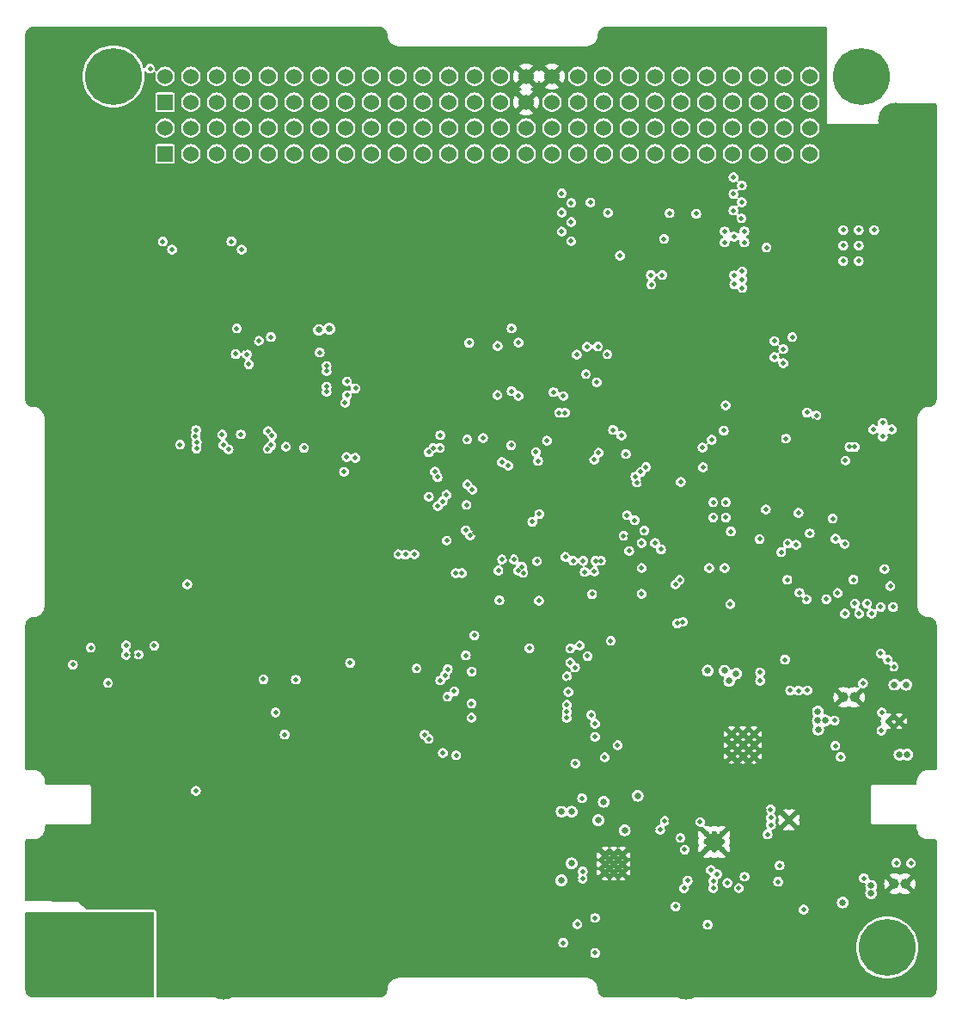
<source format=gbr>
%TF.GenerationSoftware,KiCad,Pcbnew,7.0.5*%
%TF.CreationDate,2024-04-22T16:49:58+03:00*%
%TF.ProjectId,satnogs-comms,7361746e-6f67-4732-9d63-6f6d6d732e6b,rev?*%
%TF.SameCoordinates,PX4eb9cf0PY82ce540*%
%TF.FileFunction,Copper,L2,Inr*%
%TF.FilePolarity,Positive*%
%FSLAX46Y46*%
G04 Gerber Fmt 4.6, Leading zero omitted, Abs format (unit mm)*
G04 Created by KiCad (PCBNEW 7.0.5) date 2024-04-22 16:49:58*
%MOMM*%
%LPD*%
G01*
G04 APERTURE LIST*
%TA.AperFunction,ComponentPad*%
%ADD10R,1.524000X1.524000*%
%TD*%
%TA.AperFunction,ComponentPad*%
%ADD11C,1.524000*%
%TD*%
%TA.AperFunction,ComponentPad*%
%ADD12C,5.600000*%
%TD*%
%TA.AperFunction,HeatsinkPad*%
%ADD13C,0.500000*%
%TD*%
%TA.AperFunction,ComponentPad*%
%ADD14C,0.500000*%
%TD*%
%TA.AperFunction,ComponentPad*%
%ADD15C,0.600000*%
%TD*%
%TA.AperFunction,ComponentPad*%
%ADD16C,3.500000*%
%TD*%
%TA.AperFunction,ComponentPad*%
%ADD17C,1.000000*%
%TD*%
%TA.AperFunction,ViaPad*%
%ADD18C,0.460000*%
%TD*%
%TA.AperFunction,ViaPad*%
%ADD19C,0.660000*%
%TD*%
G04 APERTURE END LIST*
D10*
%TO.N,/CAN_A-*%
%TO.C,J102*%
X13970000Y83185000D03*
D11*
%TO.N,unconnected-(J102-Pin_2-Pad2)*%
X13970000Y85725000D03*
%TO.N,/CAN_A+*%
X16510000Y83185000D03*
%TO.N,unconnected-(J102-Pin_4-Pad4)*%
X16510000Y85725000D03*
%TO.N,unconnected-(J102-Pin_5-Pad5)*%
X19050000Y83185000D03*
%TO.N,unconnected-(J102-Pin_6-Pad6)*%
X19050000Y85725000D03*
%TO.N,unconnected-(J102-Pin_7-Pad7)*%
X21590000Y83185000D03*
%TO.N,unconnected-(J102-Pin_8-Pad8)*%
X21590000Y85725000D03*
%TO.N,unconnected-(J102-Pin_9-Pad9)*%
X24130000Y83185000D03*
%TO.N,unconnected-(J102-Pin_10-Pad10)*%
X24130000Y85725000D03*
%TO.N,unconnected-(J102-Pin_11-Pad11)*%
X26670000Y83185000D03*
%TO.N,unconnected-(J102-Pin_12-Pad12)*%
X26670000Y85725000D03*
%TO.N,unconnected-(J102-Pin_13-Pad13)*%
X29210000Y83185000D03*
%TO.N,unconnected-(J102-Pin_14-Pad14)*%
X29210000Y85725000D03*
%TO.N,unconnected-(J102-Pin_15-Pad15)*%
X31750000Y83185000D03*
%TO.N,unconnected-(J102-Pin_16-Pad16)*%
X31750000Y85725000D03*
%TO.N,unconnected-(J102-Pin_17-Pad17)*%
X34290000Y83185000D03*
%TO.N,unconnected-(J102-Pin_18-Pad18)*%
X34290000Y85725000D03*
%TO.N,unconnected-(J102-Pin_19-Pad19)*%
X36830000Y83185000D03*
%TO.N,unconnected-(J102-Pin_20-Pad20)*%
X36830000Y85725000D03*
%TO.N,unconnected-(J102-Pin_21-Pad21)*%
X39370000Y83185000D03*
%TO.N,unconnected-(J102-Pin_22-Pad22)*%
X39370000Y85725000D03*
%TO.N,unconnected-(J102-Pin_23-Pad23)*%
X41910000Y83185000D03*
%TO.N,unconnected-(J102-Pin_24-Pad24)*%
X41910000Y85725000D03*
%TO.N,unconnected-(J102-Pin_25-Pad25)*%
X44450000Y83185000D03*
%TO.N,unconnected-(J102-Pin_26-Pad26)*%
X44450000Y85725000D03*
%TO.N,unconnected-(J102-Pin_27-Pad27)*%
X46990000Y83185000D03*
%TO.N,unconnected-(J102-Pin_28-Pad28)*%
X46990000Y85725000D03*
%TO.N,unconnected-(J102-Pin_29-Pad29)*%
X49530000Y83185000D03*
%TO.N,unconnected-(J102-Pin_30-Pad30)*%
X49530000Y85725000D03*
%TO.N,unconnected-(J102-Pin_31-Pad31)*%
X52070000Y83185000D03*
%TO.N,unconnected-(J102-Pin_32-Pad32)*%
X52070000Y85725000D03*
%TO.N,unconnected-(J102-Pin_33-Pad33)*%
X54610000Y83185000D03*
%TO.N,unconnected-(J102-Pin_34-Pad34)*%
X54610000Y85725000D03*
%TO.N,unconnected-(J102-Pin_35-Pad35)*%
X57150000Y83185000D03*
%TO.N,unconnected-(J102-Pin_36-Pad36)*%
X57150000Y85725000D03*
%TO.N,unconnected-(J102-Pin_37-Pad37)*%
X59690000Y83185000D03*
%TO.N,unconnected-(J102-Pin_38-Pad38)*%
X59690000Y85725000D03*
%TO.N,unconnected-(J102-Pin_39-Pad39)*%
X62230000Y83185000D03*
%TO.N,unconnected-(J102-Pin_40-Pad40)*%
X62230000Y85725000D03*
%TO.N,/BUS_SDA*%
X64770000Y83185000D03*
%TO.N,unconnected-(J102-Pin_42-Pad42)*%
X64770000Y85725000D03*
%TO.N,/BUS_SCL*%
X67310000Y83185000D03*
%TO.N,unconnected-(J102-Pin_44-Pad44)*%
X67310000Y85725000D03*
%TO.N,unconnected-(J102-Pin_45-Pad45)*%
X69850000Y83185000D03*
%TO.N,unconnected-(J102-Pin_46-Pad46)*%
X69850000Y85725000D03*
%TO.N,unconnected-(J102-Pin_47-Pad47)*%
X72390000Y83185000D03*
%TO.N,unconnected-(J102-Pin_48-Pad48)*%
X72390000Y85725000D03*
%TO.N,unconnected-(J102-Pin_49-Pad49)*%
X74930000Y83185000D03*
%TO.N,unconnected-(J102-Pin_50-Pad50)*%
X74930000Y85725000D03*
%TO.N,unconnected-(J102-Pin_51-Pad51)*%
X77470000Y83185000D03*
%TO.N,unconnected-(J102-Pin_52-Pad52)*%
X77470000Y85725000D03*
%TD*%
D10*
%TO.N,/CAN_B-*%
%TO.C,J103*%
X13970000Y88265000D03*
D11*
%TO.N,unconnected-(J103-Pin_2-Pad2)*%
X13970000Y90805000D03*
%TO.N,/CAN_B+*%
X16510000Y88265000D03*
%TO.N,unconnected-(J103-Pin_4-Pad4)*%
X16510000Y90805000D03*
%TO.N,unconnected-(J103-Pin_5-Pad5)*%
X19050000Y88265000D03*
%TO.N,unconnected-(J103-Pin_6-Pad6)*%
X19050000Y90805000D03*
%TO.N,JTMS-SWDIO*%
X21590000Y88265000D03*
%TO.N,JTCK-SWCLK*%
X21590000Y90805000D03*
%TO.N,MCU_NRSTD*%
X24130000Y88265000D03*
%TO.N,3V3_D*%
X24130000Y90805000D03*
%TO.N,unconnected-(J103-Pin_11-Pad11)*%
X26670000Y88265000D03*
%TO.N,unconnected-(J103-Pin_12-Pad12)*%
X26670000Y90805000D03*
%TO.N,unconnected-(J103-Pin_13-Pad13)*%
X29210000Y88265000D03*
%TO.N,unconnected-(J103-Pin_14-Pad14)*%
X29210000Y90805000D03*
%TO.N,unconnected-(J103-Pin_15-Pad15)*%
X31750000Y88265000D03*
%TO.N,unconnected-(J103-Pin_16-Pad16)*%
X31750000Y90805000D03*
%TO.N,unconnected-(J103-Pin_17-Pad17)*%
X34290000Y88265000D03*
%TO.N,unconnected-(J103-Pin_18-Pad18)*%
X34290000Y90805000D03*
%TO.N,unconnected-(J103-Pin_19-Pad19)*%
X36830000Y88265000D03*
%TO.N,unconnected-(J103-Pin_20-Pad20)*%
X36830000Y90805000D03*
%TO.N,UART_RX*%
X39370000Y88265000D03*
%TO.N,UART_TX*%
X39370000Y90805000D03*
%TO.N,unconnected-(J103-Pin_23-Pad23)*%
X41910000Y88265000D03*
%TO.N,unconnected-(J103-Pin_24-Pad24)*%
X41910000Y90805000D03*
%TO.N,unconnected-(J103-Pin_25-Pad25)*%
X44450000Y88265000D03*
%TO.N,unconnected-(J103-Pin_26-Pad26)*%
X44450000Y90805000D03*
%TO.N,unconnected-(J103-Pin_27-Pad27)*%
X46990000Y88265000D03*
%TO.N,unconnected-(J103-Pin_28-Pad28)*%
X46990000Y90805000D03*
%TO.N,GND*%
X49530000Y88265000D03*
X49530000Y90805000D03*
%TO.N,unconnected-(J103-Pin_31-Pad31)*%
X52070000Y88265000D03*
%TO.N,GND*%
X52070000Y90805000D03*
%TO.N,unconnected-(J103-Pin_33-Pad33)*%
X54610000Y88265000D03*
%TO.N,unconnected-(J103-Pin_34-Pad34)*%
X54610000Y90805000D03*
%TO.N,unconnected-(J103-Pin_35-Pad35)*%
X57150000Y88265000D03*
%TO.N,unconnected-(J103-Pin_36-Pad36)*%
X57150000Y90805000D03*
%TO.N,GNSS_PPS*%
X59690000Y88265000D03*
%TO.N,unconnected-(J103-Pin_38-Pad38)*%
X59690000Y90805000D03*
%TO.N,unconnected-(J103-Pin_39-Pad39)*%
X62230000Y88265000D03*
%TO.N,unconnected-(J103-Pin_40-Pad40)*%
X62230000Y90805000D03*
%TO.N,unconnected-(J103-Pin_41-Pad41)*%
X64770000Y88265000D03*
%TO.N,unconnected-(J103-Pin_42-Pad42)*%
X64770000Y90805000D03*
%TO.N,unconnected-(J103-Pin_43-Pad43)*%
X67310000Y88265000D03*
%TO.N,unconnected-(J103-Pin_44-Pad44)*%
X67310000Y90805000D03*
%TO.N,unconnected-(J103-Pin_45-Pad45)*%
X69850000Y88265000D03*
%TO.N,unconnected-(J103-Pin_46-Pad46)*%
X69850000Y90805000D03*
%TO.N,unconnected-(J103-Pin_47-Pad47)*%
X72390000Y88265000D03*
%TO.N,unconnected-(J103-Pin_48-Pad48)*%
X72390000Y90805000D03*
%TO.N,unconnected-(J103-Pin_49-Pad49)*%
X74930000Y88265000D03*
%TO.N,unconnected-(J103-Pin_50-Pad50)*%
X74930000Y90805000D03*
%TO.N,unconnected-(J103-Pin_51-Pad51)*%
X77470000Y88265000D03*
%TO.N,unconnected-(J103-Pin_52-Pad52)*%
X77470000Y90805000D03*
%TD*%
D12*
%TO.N,AC_GND_1*%
%TO.C,H112*%
X82550000Y90805000D03*
%TD*%
%TO.N,unconnected-(H113-Pad1)*%
%TO.C,H113*%
X85090000Y5080000D03*
%TD*%
%TO.N,AC_GND_2*%
%TO.C,H114*%
X5080000Y5080000D03*
%TD*%
%TO.N,unconnected-(H111-Pad1)*%
%TO.C,H111*%
X8890000Y90805000D03*
%TD*%
D13*
%TO.N,GND*%
%TO.C,U1018*%
X75687600Y17390700D03*
X75687600Y17940700D03*
X75137600Y17390700D03*
X75137600Y17940700D03*
%TD*%
D14*
%TO.N,GND*%
%TO.C,U1006*%
X69784700Y26127700D03*
X69784700Y25027700D03*
X69784700Y23927700D03*
X70884700Y26127700D03*
X70884700Y25027700D03*
X70884700Y23927700D03*
X71984700Y26127700D03*
X71984700Y25027700D03*
X71984700Y23927700D03*
%TD*%
D15*
%TO.N,GND*%
%TO.C,U1002*%
X57299800Y12488500D03*
X58149800Y12488500D03*
X58999800Y12488500D03*
X57299800Y13338500D03*
X58149800Y13338500D03*
X58999800Y13338500D03*
X57299800Y14188500D03*
X58149800Y14188500D03*
X58999800Y14188500D03*
%TD*%
%TO.N,GND*%
%TO.C,U1001*%
X67296600Y16244000D03*
X67296600Y15494000D03*
X67296600Y14744000D03*
X68046600Y16244000D03*
X68046600Y15494000D03*
X68046600Y14744000D03*
X68796600Y16244000D03*
X68796600Y15494000D03*
X68796600Y14744000D03*
%TD*%
D16*
%TO.N,GND*%
%TO.C,J104*%
X87884000Y59880000D03*
X87757000Y35877000D03*
X85953000Y86512000D03*
X82245000Y25222000D03*
X71437000Y56832000D03*
X65250000Y1730000D03*
X63500000Y30099000D03*
X46482000Y16383000D03*
X38862000Y28448000D03*
X19750000Y1750000D03*
X5486000Y86512000D03*
X3175000Y26416000D03*
%TD*%
D14*
%TO.N,GND*%
%TO.C,U508*%
X86300400Y27355800D03*
X85200400Y27355800D03*
%TD*%
D17*
%TO.N,GND*%
%TO.C,U1017*%
X85804200Y11377600D03*
X86871000Y11377600D03*
%TD*%
%TO.N,GND*%
%TO.C,U1016*%
X80797600Y29710100D03*
X81864400Y29710100D03*
%TD*%
D18*
%TO.N,3V3_D*%
X69200000Y47410000D03*
%TO.N,GNSS_PPS*%
X4900000Y32935000D03*
%TO.N,GND*%
X21450000Y62510000D03*
%TO.N,Net-(Q401-D)*%
X20925000Y63485000D03*
%TO.N,GND*%
X685800Y32131000D03*
X1346200Y29895800D03*
X56210200Y70358000D03*
X75184000Y22199600D03*
D19*
X85090000Y24139400D03*
D18*
X10795000Y33883600D03*
X76708000Y14706600D03*
X73253600Y15163800D03*
X73250000Y12085000D03*
D19*
X77130000Y28110000D03*
X71260000Y32061900D03*
X77140000Y29100000D03*
D18*
X73858700Y23499100D03*
D19*
X87833200Y15147220D03*
X86944200Y15985420D03*
D18*
X55194200Y23063200D03*
X55192080Y21384680D03*
X54051200Y22606000D03*
X54146200Y20334600D03*
X49130000Y26060000D03*
X55905400Y31902400D03*
X56007000Y28956000D03*
X43180000Y27711400D03*
X43167300Y29108400D03*
X48360900Y34542973D03*
X56259990Y30910000D03*
X52552600Y34544000D03*
X49130000Y25440000D03*
X53695600Y31208600D03*
X52552600Y33680400D03*
X59944000Y7112000D03*
D19*
X52969300Y13332600D03*
X53035200Y15862300D03*
X53009800Y9474200D03*
X54030880Y15951200D03*
D18*
X76873100Y20828000D03*
X77978000Y30099000D03*
X78613000Y30099000D03*
X79451200Y29946600D03*
X63576200Y10744200D03*
X69845500Y52478619D03*
X81661000Y51866800D03*
X84277200Y51308000D03*
X85166200Y51308000D03*
X82245200Y50038000D03*
X82245200Y48006000D03*
X82245200Y49022000D03*
X82230000Y47010000D03*
X76200000Y51498500D03*
X33800000Y750000D03*
X87122000Y22250400D03*
X27432000Y35814000D03*
X6324600Y33172400D03*
X36322000Y35814000D03*
X65805400Y50893200D03*
X71196200Y35128200D03*
X73253600Y13106400D03*
X76200000Y47117000D03*
X74498200Y13970000D03*
X18750000Y67310000D03*
X23350000Y64160000D03*
X78350000Y750000D03*
X27940000Y85725000D03*
D19*
X77127100Y27089100D03*
D18*
X15500000Y750000D03*
X5486400Y22072600D03*
X85168546Y32742946D03*
X69200000Y800000D03*
X30750000Y750000D03*
X69951600Y59613800D03*
X52298600Y39827200D03*
X63150000Y800000D03*
X71628000Y40640000D03*
X41900000Y16500000D03*
X63195200Y13271500D03*
X18500000Y750000D03*
X81850000Y7400000D03*
X31160000Y31525000D03*
D19*
X69215200Y29260800D03*
D18*
X41000000Y57785000D03*
X81525000Y56475000D03*
X42614014Y31719536D03*
X29600000Y56785000D03*
X736600Y35814000D03*
X60100000Y800000D03*
X57674581Y24342019D03*
X21600000Y750000D03*
X89433400Y33604200D03*
X65963800Y82448400D03*
X7975600Y10464800D03*
X87858600Y10016420D03*
X73152000Y54610000D03*
X56870600Y26492200D03*
X50800000Y16400000D03*
X50800000Y10300000D03*
X7950200Y22072600D03*
X80500000Y54225000D03*
X14651000Y62037800D03*
X48793400Y39433300D03*
X51079400Y49301400D03*
X48900000Y15400000D03*
X1524000Y37084000D03*
X2534603Y45237400D03*
X81381600Y22250400D03*
X27700000Y750000D03*
X56942303Y22034790D03*
X762000Y67818000D03*
X84500000Y8600000D03*
X56870600Y42189400D03*
X39950000Y35550000D03*
X80772000Y58928000D03*
X22475000Y60410000D03*
X47726600Y43484800D03*
X7874000Y87122000D03*
X756603Y80010000D03*
X60096400Y73329800D03*
X56498334Y20677623D03*
X750000Y14950000D03*
X21875000Y64010000D03*
X72948800Y18694400D03*
X68800000Y55045500D03*
X2514600Y56210200D03*
X30145000Y68808600D03*
X55219600Y70332600D03*
X76403200Y43840400D03*
X80772000Y71374000D03*
D19*
X69989900Y28409900D03*
D18*
X800000Y9900000D03*
X74396600Y55118000D03*
X56413400Y47498000D03*
X41550000Y2650000D03*
X31623000Y67956000D03*
X762000Y83032600D03*
X57050000Y800000D03*
X70840600Y12801600D03*
X71628000Y38684200D03*
X11252200Y85191600D03*
X68148200Y35128200D03*
X41550000Y7200000D03*
X53850000Y2550000D03*
X50800000Y4200000D03*
X11430000Y35814000D03*
X41550000Y10250000D03*
X77724000Y58928000D03*
X50800000Y7250000D03*
X24790400Y81229200D03*
X89408000Y62230000D03*
X80772000Y68326000D03*
X44526200Y55143400D03*
X762000Y86080600D03*
X53289200Y42113200D03*
X87376000Y45466000D03*
X63779400Y17576800D03*
X80772000Y69850000D03*
X57050000Y2550000D03*
X87376000Y54610000D03*
X63500000Y32385000D03*
X89400000Y8750000D03*
X2950000Y9950000D03*
X21700000Y68498000D03*
X74676000Y58928000D03*
X47200000Y53935000D03*
X2641600Y88036400D03*
X762000Y73914000D03*
X43450000Y18600000D03*
X44224100Y33070800D03*
X63195200Y12255500D03*
D19*
X80721200Y10490200D03*
D18*
X41900000Y18600000D03*
X63576200Y14198600D03*
X24384000Y35814000D03*
X35200000Y1650000D03*
X44100000Y15400000D03*
X2463800Y48387000D03*
X79603600Y26822400D03*
X11252200Y86741000D03*
X61061600Y50901600D03*
X18288000Y35814000D03*
X72212200Y42951400D03*
X73691288Y44418712D03*
X22550000Y68585000D03*
X28879800Y67970400D03*
X62280800Y23926800D03*
X41650000Y14950000D03*
X48550000Y47560000D03*
X64058800Y71577200D03*
X53695600Y35382200D03*
X65100200Y35128200D03*
X64465200Y11684000D03*
X87100000Y8700000D03*
X6477000Y14312250D03*
X70425000Y6950000D03*
X82905600Y16078200D03*
X5650000Y9750000D03*
X52552600Y46990000D03*
X29050000Y57660000D03*
X36322000Y30607000D03*
X40767000Y49453800D03*
X83007200Y42748200D03*
X48900000Y17000000D03*
X70810000Y73340000D03*
X36350000Y2650000D03*
X756603Y64795400D03*
X89400000Y12850000D03*
X50800000Y18600000D03*
X89408000Y64008000D03*
X54406800Y45745400D03*
X2534603Y42189400D03*
X22050000Y64710000D03*
X55473600Y55016400D03*
X66929000Y9601200D03*
X89408000Y79248000D03*
X18725000Y66660000D03*
X4851400Y14312250D03*
X74876353Y46536353D03*
X40800000Y58335000D03*
X69011800Y12700000D03*
X14651000Y60615400D03*
X44485624Y45951300D03*
X33528000Y35814000D03*
X14422400Y70343600D03*
X9601200Y9550400D03*
D19*
X66624200Y27305000D03*
D18*
X1346200Y31038800D03*
X89396835Y25044400D03*
X762000Y70866000D03*
X58013600Y6680200D03*
X13889000Y69607000D03*
X17094200Y73126600D03*
X40150000Y57460000D03*
X762000Y87960200D03*
X67868800Y77292200D03*
X65049400Y74523600D03*
X87376000Y48514000D03*
X76510300Y39370000D03*
X80750000Y5100000D03*
D19*
X85623400Y15985420D03*
D18*
X43865800Y42849800D03*
X70075000Y4625000D03*
X762000Y28956000D03*
X58064400Y71653400D03*
X3225800Y16281400D03*
X82296000Y69850000D03*
X23845800Y73126600D03*
X20925000Y68410000D03*
X59410600Y54584600D03*
X40200000Y51025900D03*
X21336000Y35814000D03*
X3708400Y35671760D03*
X40900000Y56310000D03*
X55626000Y8001000D03*
X56896000Y35272951D03*
X8382000Y35814000D03*
X62103000Y16687800D03*
X3251200Y22047200D03*
X36322000Y33655000D03*
X65561710Y10418047D03*
X51790600Y47752000D03*
X75742800Y62509400D03*
X41000000Y58810000D03*
X61899800Y56591200D03*
X63195200Y11239500D03*
X62306200Y78867000D03*
X71628000Y49784000D03*
X72390000Y27178000D03*
X32232600Y64312800D03*
X736600Y26720800D03*
X22875000Y63635000D03*
X53314600Y49507300D03*
X87376000Y42418000D03*
X50800000Y13350000D03*
X762000Y76962000D03*
X89408000Y28067000D03*
X71628000Y52832000D03*
X59757381Y26381781D03*
X6350000Y35814000D03*
X55803800Y53517800D03*
X41224200Y45593000D03*
X32000000Y31505000D03*
X87376000Y39370000D03*
X54254400Y70358000D03*
X48900000Y18600000D03*
X750000Y12950000D03*
X83820000Y68326000D03*
X18830000Y34730000D03*
X87376000Y57150000D03*
X65049400Y71577200D03*
X76123800Y13335000D03*
X81355497Y33443051D03*
X41550000Y13350000D03*
X82296000Y68326000D03*
X77952600Y35128200D03*
X762000Y58674000D03*
X60528200Y57607200D03*
X24650000Y750000D03*
X84124800Y22250400D03*
X2540000Y39116000D03*
X44775000Y54060000D03*
X87299800Y9508420D03*
X49875000Y52085000D03*
X2514600Y52451000D03*
X9194800Y13792200D03*
X74904600Y35128200D03*
X66364900Y53469400D03*
X52019200Y43103800D03*
X84810600Y30378400D03*
X44602400Y43611800D03*
X60988100Y29438600D03*
D19*
X15133600Y64222200D03*
D18*
X21892500Y60410000D03*
X55825130Y42549547D03*
X8305800Y11938000D03*
X40875000Y56960000D03*
X81000600Y35128200D03*
X81900000Y800000D03*
X15133600Y66152600D03*
X75692000Y10439400D03*
X41500000Y4150000D03*
D19*
X84404200Y11667420D03*
D18*
X30480000Y35814000D03*
X55559900Y7162800D03*
X756603Y61747400D03*
X46500000Y18600000D03*
X57658000Y41478200D03*
X89400000Y10550000D03*
X52527200Y4546600D03*
X59715400Y81330800D03*
X44750000Y51185000D03*
X59690000Y45578500D03*
X77875000Y56950000D03*
X14478000Y35814000D03*
X22625000Y64935000D03*
X85547200Y36271200D03*
D19*
X16400000Y65261800D03*
D18*
X75300000Y750000D03*
X82296000Y71374000D03*
X69354700Y9639300D03*
X71628000Y46736000D03*
X56212900Y54229000D03*
X30400000Y31535000D03*
X89408000Y31115000D03*
X65049400Y72618600D03*
X7315200Y31140400D03*
X54457600Y11811000D03*
X43891200Y49631600D03*
X685800Y32994600D03*
X50800000Y2550000D03*
X31542000Y63638000D03*
X711200Y23571200D03*
X37871400Y15367000D03*
%TO.N,VIN*%
X80772000Y74168000D03*
X76354502Y47860000D03*
X80772000Y72644000D03*
X83820000Y75692000D03*
X82296000Y74168000D03*
X70030000Y70360000D03*
X70764400Y78435200D03*
X70815200Y71628000D03*
X69951600Y77622400D03*
X80772000Y75692000D03*
X57581800Y77393800D03*
X82296000Y72644000D03*
X69951600Y79248000D03*
X77190600Y57734200D03*
X70739000Y76835000D03*
X70820000Y70850000D03*
X70764400Y80060800D03*
X82296000Y75692000D03*
X69951600Y80873600D03*
X70815200Y70002400D03*
X70010000Y71250000D03*
D19*
%TO.N,3V3_RF*%
X85801200Y30962600D03*
D18*
X39937500Y25622500D03*
X73650000Y17170000D03*
X41320000Y24240000D03*
X42650000Y24010000D03*
X69354700Y11468100D03*
X54360000Y23200000D03*
X39525000Y26035000D03*
X54580000Y7380000D03*
X55580000Y33770000D03*
X57863611Y35280000D03*
X74350000Y11570000D03*
X67957700Y11645900D03*
D19*
X86956900Y30962600D03*
D18*
X55930000Y27990000D03*
%TO.N,/CAN/CAN1_RX*%
X40550000Y51935400D03*
%TO.N,Net-(Q401-D)*%
X29884400Y59782200D03*
X24425000Y54510000D03*
X16975000Y55435000D03*
X17075000Y54185000D03*
X24400000Y65160000D03*
X22225000Y62485000D03*
X29884400Y60290200D03*
X17100000Y54810000D03*
D19*
X29125000Y65860000D03*
D18*
X29884400Y62322200D03*
X24125000Y55910000D03*
X27650000Y54260000D03*
X23200000Y64810000D03*
X22025000Y63460000D03*
D19*
X30145000Y65974800D03*
D18*
X29885339Y61814200D03*
X24500000Y55464500D03*
X24075000Y54160000D03*
X29205200Y63638000D03*
X21025000Y66010000D03*
X17025000Y56010000D03*
X25875000Y54385000D03*
%TO.N,/CAN/CAN2_RX*%
X41300400Y48996600D03*
%TO.N,/CAN/CAN2_TX*%
X40820500Y48539400D03*
%TO.N,Net-(U1-VDDA)*%
X55150000Y43160000D03*
%TO.N,/MCU/GNSS_RSTN*%
X38525000Y43810000D03*
X23650000Y31485000D03*
X26850000Y31460000D03*
X17010000Y20520000D03*
%TO.N,/MCU/GNSS_UART_TX*%
X25750000Y26060000D03*
X37650000Y43760000D03*
%TO.N,/MCU/GNSS_UART_RX*%
X24850000Y28235000D03*
X36950000Y43785000D03*
%TO.N,Net-(U509-IN+2)*%
X75247500Y41275000D03*
X78125217Y57450435D03*
X84836000Y42341800D03*
X81762600Y41294900D03*
X73152000Y48196500D03*
%TO.N,3V3_D*%
X55854600Y78409800D03*
X55500000Y64210000D03*
X74650600Y43992800D03*
X64770000Y50901600D03*
X42595800Y41935400D03*
X60900000Y44900000D03*
X53035200Y77419200D03*
X58928000Y55473600D03*
X20497800Y74574400D03*
X46800000Y42180000D03*
X6654800Y34594800D03*
X16154400Y40843200D03*
X84455000Y34036000D03*
X31891000Y59426600D03*
X53035200Y79298800D03*
X32729200Y60112400D03*
X67950000Y48910000D03*
X67800000Y55045500D03*
X66294000Y77292200D03*
X43725000Y55085000D03*
X53974999Y76479400D03*
X21509000Y73772600D03*
X77139800Y39370000D03*
X14651000Y73772600D03*
X53975000Y78359000D03*
X49120915Y42554415D03*
X43210770Y41946083D03*
X57525000Y63460000D03*
X56896000Y43154600D03*
X31699200Y58699400D03*
X50825400Y47752000D03*
X69625000Y38885000D03*
X49235473Y41976831D03*
X58089800Y56032400D03*
X67950000Y47410000D03*
X54525000Y63435000D03*
X31891000Y60798200D03*
X69200000Y48910000D03*
X56600000Y64235000D03*
X56362600Y43154600D03*
X85394800Y40665400D03*
X13741400Y74560000D03*
X53035199Y75539600D03*
X50139600Y46990000D03*
X53973967Y74599800D03*
X48746500Y42180000D03*
%TO.N,5V_RF_U*%
X80924400Y37947600D03*
X82321400Y37947600D03*
X83108800Y38938200D03*
X81915000Y38938200D03*
D19*
X87071200Y24079200D03*
X86309200Y24079200D03*
D18*
X83566000Y37947600D03*
X80213200Y39979600D03*
%TO.N,5V_RF_S*%
X76454004Y40005000D03*
%TO.N,Net-(U602-AVDD0)*%
X53543200Y28270200D03*
%TO.N,Net-(C419-Pad2)*%
X59359800Y53644800D03*
%TO.N,/Main PSU/GATE*%
X73202800Y73964800D03*
%TO.N,/MCU/AVDD*%
X54150000Y43160000D03*
%TO.N,/MCU/RCC_OSC32_IN*%
X47167800Y43281600D03*
%TO.N,/MCU/RCC_OSC32_OUT*%
X48310800Y43281600D03*
%TO.N,/BUS_SDA*%
X56667400Y53797200D03*
%TO.N,/BUS_SCL*%
X56235600Y53111400D03*
%TO.N,Net-(D501-K)*%
X63655300Y77344100D03*
%TO.N,/MCU/P5V_RF_EN*%
X60299600Y51437700D03*
%TO.N,/MCU/RF_RST*%
X54813200Y34823400D03*
X53517800Y27695897D03*
%TO.N,/MCU/EN_AGC_UHF*%
X60223400Y47142400D03*
X70485000Y10947400D03*
X67964890Y10937581D03*
%TO.N,/MCU/AGC_TEMP_UHF*%
X73304400Y16230600D03*
X61163200Y46126400D03*
%TO.N,/MCU/GAIN_SET_UHF*%
X59131200Y45618400D03*
X56311800Y8001000D03*
X63195200Y17564100D03*
%TO.N,/MCU/FLAGB_RX_UHF*%
X79984600Y24942800D03*
X82804000Y11917420D03*
X64398400Y36998400D03*
X85140800Y33426400D03*
%TO.N,/MCU/FLAGB_TX_UHF*%
X79908400Y27432000D03*
X62814200Y44272200D03*
%TO.N,/MCU/RF_SPI_SCL*%
X38750000Y32560000D03*
X41071800Y31369000D03*
%TO.N,Net-(U1-BOOT0)*%
X44018200Y45643800D03*
%TO.N,Net-(C420-Pad2)*%
X45288200Y55219600D03*
%TO.N,/RF/SW_EN_UHF*%
X73660000Y17856200D03*
X56311800Y27127200D03*
X58547000Y24993600D03*
%TO.N,/RF/SW_CTL_UHF*%
X57277000Y23825200D03*
X73609200Y18694400D03*
X55041800Y19786600D03*
%TO.N,/MCU/VSET_AGC_UHF*%
X59690000Y44119800D03*
%TO.N,/MCU/P5V_RF_PG*%
X84518500Y26455400D03*
X50500000Y53835000D03*
X80975200Y53009800D03*
X60833000Y51892200D03*
X64233900Y40829962D03*
%TO.N,/MCU/EN_RX_UHF*%
X80518000Y23850600D03*
X64941247Y37133900D03*
X85728043Y32740474D03*
X87426800Y13411200D03*
%TO.N,/MCU/MMC_RST*%
X46900000Y39260000D03*
X15450000Y54585000D03*
%TO.N,/MCU/MONITOR_PG*%
X69000000Y55954500D03*
X84455000Y38608000D03*
X53350000Y57725000D03*
%TO.N,/MCU/MONITOR_TC*%
X79095600Y39370000D03*
X69175000Y58460000D03*
X85675000Y38600000D03*
X52775000Y57725000D03*
%TO.N,/MCU/MONITOR_CRITICAL*%
X76125000Y44725000D03*
X80900000Y44800000D03*
X56023916Y39868176D03*
%TO.N,/MCU/ALERT_T_PA_U*%
X75031600Y33426400D03*
X62230000Y44907200D03*
%TO.N,/MCU/ALERT_T_PA_S*%
X11353926Y33909006D03*
X12903200Y34798000D03*
X51575094Y54964500D03*
%TO.N,/MCU/ALERT_T_PCB*%
X60452000Y50850800D03*
%TO.N,/MCU/MONITOR_WARNING*%
X75301288Y44873712D03*
X80000000Y45325000D03*
X56246306Y42108605D03*
%TO.N,/RF/uhf-frontend/5V_RX_U*%
X65443100Y11684000D03*
X71043800Y12065000D03*
D19*
X53009800Y11709400D03*
X53027580Y18465800D03*
X54002800Y13385780D03*
D18*
X64262000Y9144000D03*
X64719200Y15875000D03*
D19*
X83515200Y10439400D03*
X83515200Y11176000D03*
X80721200Y9525000D03*
X54018180Y18465800D03*
%TO.N,/RF/uhf-frontend/5V_TX_U*%
X70218600Y32049200D03*
D18*
X76377800Y30378400D03*
X77241400Y30403800D03*
X75523081Y30389981D03*
D19*
X78270100Y28333700D03*
X78257400Y27432000D03*
X78986903Y27432000D03*
D18*
X72560000Y31330000D03*
D19*
X69062800Y32334200D03*
X69532800Y31325300D03*
X78282800Y26543000D03*
D18*
X72560000Y32160000D03*
D19*
X67411800Y32334200D03*
D18*
%TO.N,/RF/uhf-frontend/GAIN_SET*%
X65100200Y10922000D03*
X53187600Y5562600D03*
X56324500Y4559300D03*
X55092600Y11887200D03*
%TO.N,/RF/3.3V_AT*%
X54356000Y32639000D03*
X44145200Y29108400D03*
X53543200Y28981400D03*
X44145200Y27711400D03*
X53873400Y33121600D03*
X44170600Y32258000D03*
X49860400Y34544069D03*
X53543200Y31775400D03*
X53873400Y34518600D03*
%TO.N,Net-(U602-DVDD)*%
X43586400Y33832800D03*
%TO.N,GNSS_PPS*%
X12500000Y91585000D03*
X32187500Y33097500D03*
X44450000Y35810000D03*
%TO.N,JTMS-SWDIO*%
X46725000Y64285000D03*
X46700000Y59460000D03*
%TO.N,JTCK-SWCLK*%
X43925000Y64585000D03*
X41075000Y55498469D03*
%TO.N,MCU_NRSTD*%
X50800000Y39235000D03*
%TO.N,UART_RX*%
X48775000Y64635000D03*
X48775000Y59385000D03*
%TO.N,UART_TX*%
X48100000Y66010000D03*
X48100000Y59830500D03*
%TO.N,Net-(U602-XTAL2)*%
X53695600Y30251400D03*
%TO.N,Net-(U1017-PGOOD)*%
X85987200Y13432720D03*
%TO.N,/MCU/I2C4_SCL*%
X56475000Y60710000D03*
X77465647Y45850647D03*
X53200000Y59360000D03*
%TO.N,Net-(U3-EN{slash}SYNC)*%
X75102500Y55160000D03*
%TO.N,/MCU/I2C4_SDA*%
X79724977Y47307151D03*
X55425000Y61510000D03*
X52225000Y59735000D03*
%TO.N,Net-(U1001-ENBL)*%
X66675000Y17449800D03*
%TO.N,Net-(U1001-VOUT)*%
X67411604Y7340600D03*
X67729100Y12712700D03*
%TO.N,Net-(U1013-Shut_Down)*%
X76860400Y8839200D03*
%TO.N,/MCU/RF_SPI_MOSI*%
X41808400Y32486600D03*
X42450000Y30300900D03*
D19*
%TO.N,/RF/uhf-frontend/RX09P*%
X57175400Y19431000D03*
X60502800Y20039600D03*
%TO.N,/RF/uhf-frontend/RX09_VGA_OPN*%
X59232800Y16637000D03*
X56642000Y17627600D03*
D18*
%TO.N,Net-(RN603-R1.1)*%
X56311800Y25831800D03*
%TO.N,/MCU/RF_SPI_MISO*%
X41783000Y29768800D03*
X41554400Y31902400D03*
%TO.N,/MCU/EN_AMP_RX_UHF*%
X55104200Y12588500D03*
X74494900Y13169900D03*
X62738000Y16687800D03*
X55295800Y42037000D03*
%TO.N,/MCU/MCU_MMC_CK*%
X39950000Y53835000D03*
X31850000Y53360000D03*
%TO.N,/MCU/MCU_MMC_CMD*%
X39950000Y49451100D03*
X31600000Y51910000D03*
%TO.N,/MCU/MCU_MMC_D3*%
X19600000Y55560000D03*
X40391515Y54239469D03*
%TO.N,/MCU/MCU_MMC_D2*%
X21438000Y55585000D03*
X41039734Y54239469D03*
%TO.N,/MCU/MCU_MMC_D1*%
X20225000Y54110000D03*
X47149235Y52844900D03*
%TO.N,/MCU/MCU_MMC_D0*%
X47775000Y52510000D03*
X19725000Y54535000D03*
%TO.N,Net-(Q2-S1)*%
X61850000Y70332600D03*
X61823600Y71272400D03*
X69088000Y75565000D03*
X70002400Y75031600D03*
X71018400Y75565000D03*
X69088000Y74472800D03*
X58775600Y73177400D03*
X63115500Y74828300D03*
X71018400Y74472800D03*
X62941200Y71272400D03*
%TO.N,/MCU/EN_PA_UHF*%
X59461400Y47625000D03*
X82701268Y31089600D03*
%TO.N,/MCU/P3V3_RF_PG*%
X84556600Y28232100D03*
X48050000Y54510000D03*
X61341000Y52374800D03*
X64653538Y41273000D03*
%TO.N,/MCU/TCXO_EN*%
X53390800Y43535600D03*
%TO.N,/MCU/TCXO_OUT*%
X50596800Y43103800D03*
%TO.N,/MCU/MMC_EN*%
X32700000Y53289500D03*
X50700000Y52960000D03*
%TO.N,/MCU/I2C1_SDA*%
X66950000Y52346700D03*
X66900000Y54300000D03*
X67564000Y42443400D03*
X43586400Y46151800D03*
X60906600Y42443400D03*
%TO.N,/MCU/I2C1_SCL*%
X8343900Y31127700D03*
X69088000Y42443400D03*
X41706800Y45135800D03*
X69697600Y46024800D03*
X10134600Y34818017D03*
X10134600Y33883600D03*
X60900000Y39900000D03*
X72525000Y45285000D03*
%TO.N,/Main PSU/S2mos*%
X81381600Y54356000D03*
X85547200Y56070500D03*
X74847387Y63982600D03*
X81889600Y54356000D03*
X74853800Y62585600D03*
X83705700Y56070500D03*
X84658200Y55372000D03*
X73983787Y63195200D03*
X84658200Y56718200D03*
X73990200Y64770000D03*
%TO.N,/Main PSU/G2mos*%
X75742800Y65151000D03*
%TO.N,Net-(U1001-VSET)*%
X68351400Y12319000D03*
%TO.N,/CAN/CAN1_FAULT*%
X43738800Y50647600D03*
%TO.N,/CAN/CAN2_FAULT*%
X41681400Y49644308D03*
%TO.N,/CAN/CAN1_S*%
X44224100Y50139600D03*
%TO.N,/CAN/CAN2_S*%
X43662600Y48641000D03*
%TO.N,Net-(C1011-Pad2)*%
X65143500Y14732000D03*
%TO.N,/CAN/CAN1_TX*%
X40800000Y51385000D03*
%TD*%
%TA.AperFunction,Conductor*%
%TO.N,GND*%
G36*
X35118584Y95684196D02*
G01*
X35172569Y95678880D01*
X35249858Y95671268D01*
X35274081Y95666450D01*
X35391405Y95630859D01*
X35414216Y95621411D01*
X35522345Y95563615D01*
X35542881Y95549893D01*
X35637651Y95472117D01*
X35655116Y95454652D01*
X35732892Y95359882D01*
X35746615Y95339344D01*
X35803960Y95232058D01*
X35804407Y95231223D01*
X35813859Y95208403D01*
X35849448Y95091083D01*
X35854267Y95066857D01*
X35867196Y94935586D01*
X35867500Y94929407D01*
X35867500Y94831626D01*
X35875582Y94785792D01*
X35902535Y94632936D01*
X35971532Y94443368D01*
X35971534Y94443364D01*
X35971535Y94443362D01*
X35971536Y94443360D01*
X36050127Y94307235D01*
X36072410Y94268640D01*
X36072409Y94268640D01*
X36134244Y94194949D01*
X36202092Y94114092D01*
X36356640Y93984410D01*
X36531360Y93883536D01*
X36531363Y93883535D01*
X36531367Y93883533D01*
X36720935Y93814536D01*
X36720937Y93814536D01*
X36720942Y93814534D01*
X36919626Y93779500D01*
X36919628Y93779500D01*
X55536372Y93779500D01*
X55536374Y93779500D01*
X55735058Y93814534D01*
X55735063Y93814536D01*
X55735064Y93814536D01*
X55924632Y93883533D01*
X55924632Y93883534D01*
X55924640Y93883536D01*
X56099360Y93984410D01*
X56253908Y94114092D01*
X56383590Y94268640D01*
X56484464Y94443360D01*
X56553466Y94632942D01*
X56588500Y94831626D01*
X56588500Y94929407D01*
X56588804Y94935585D01*
X56601732Y95066856D01*
X56601733Y95066857D01*
X56601732Y95066861D01*
X56606551Y95091083D01*
X56642142Y95208410D01*
X56651587Y95231214D01*
X56709388Y95339351D01*
X56723103Y95359877D01*
X56800888Y95454658D01*
X56818342Y95472112D01*
X56913123Y95549897D01*
X56933649Y95563612D01*
X57041786Y95621413D01*
X57064590Y95630858D01*
X57181920Y95666450D01*
X57206139Y95671268D01*
X57337430Y95684198D01*
X57343594Y95684500D01*
X57380382Y95684500D01*
X79029899Y95684500D01*
X79098020Y95664498D01*
X79144513Y95610842D01*
X79155896Y95559251D01*
X79199999Y88150000D01*
X79200000Y88150000D01*
X79200000Y88149961D01*
X79200000Y86100000D01*
X84700000Y86100000D01*
X85764357Y88083576D01*
X85814191Y88134143D01*
X85875383Y88150000D01*
X89843500Y88150000D01*
X89911621Y88129998D01*
X89958114Y88076342D01*
X89969500Y88024000D01*
X89969500Y59045394D01*
X89969196Y59039215D01*
X89956267Y58907944D01*
X89951448Y58883718D01*
X89915859Y58766398D01*
X89906407Y58743578D01*
X89848615Y58635457D01*
X89834892Y58614919D01*
X89757116Y58520149D01*
X89739651Y58502684D01*
X89644881Y58424908D01*
X89624343Y58411185D01*
X89516222Y58353393D01*
X89493402Y58343941D01*
X89376082Y58308352D01*
X89351856Y58303533D01*
X89220585Y58290604D01*
X89214406Y58290300D01*
X89116626Y58290300D01*
X88997250Y58269251D01*
X88917935Y58255265D01*
X88728367Y58186268D01*
X88728363Y58186266D01*
X88553639Y58085390D01*
X88399092Y57955708D01*
X88269410Y57801161D01*
X88168534Y57626437D01*
X88168532Y57626433D01*
X88099535Y57436865D01*
X88099534Y57436858D01*
X88064500Y57238174D01*
X88064500Y57159890D01*
X88064500Y38787582D01*
X88064500Y38747700D01*
X88064500Y38646826D01*
X88077813Y38571328D01*
X88099535Y38448136D01*
X88168532Y38258568D01*
X88168534Y38258564D01*
X88168535Y38258562D01*
X88168536Y38258560D01*
X88243424Y38128849D01*
X88269410Y38083840D01*
X88269409Y38083840D01*
X88331244Y38010149D01*
X88399092Y37929292D01*
X88553640Y37799610D01*
X88728360Y37698736D01*
X88728363Y37698735D01*
X88728367Y37698733D01*
X88917935Y37629736D01*
X88917937Y37629736D01*
X88917942Y37629734D01*
X89116626Y37594700D01*
X89177618Y37594700D01*
X89214406Y37594700D01*
X89220584Y37594396D01*
X89274569Y37589080D01*
X89351858Y37581468D01*
X89376081Y37576650D01*
X89493405Y37541059D01*
X89516216Y37531611D01*
X89624345Y37473815D01*
X89644881Y37460093D01*
X89739651Y37382317D01*
X89757116Y37364852D01*
X89834892Y37270082D01*
X89848615Y37249544D01*
X89905960Y37142258D01*
X89906407Y37141423D01*
X89915859Y37118603D01*
X89951448Y37001283D01*
X89956267Y36977057D01*
X89969196Y36845787D01*
X89969500Y36839608D01*
X89969500Y22678366D01*
X89949498Y22610245D01*
X89895842Y22563752D01*
X89843552Y22552366D01*
X89201104Y22552100D01*
X89056623Y22552100D01*
X88857932Y22517064D01*
X88668357Y22448064D01*
X88668355Y22448063D01*
X88493631Y22347184D01*
X88339081Y22217499D01*
X88209406Y22062955D01*
X88108530Y21888229D01*
X88039527Y21698636D01*
X88012580Y21545791D01*
X88004498Y21499953D01*
X88004498Y21499951D01*
X88004498Y21499947D01*
X88004500Y21421670D01*
X88004500Y21228100D01*
X87984498Y21159979D01*
X87930842Y21113486D01*
X87878500Y21102100D01*
X83659234Y21102100D01*
X83651142Y21098203D01*
X83624526Y21088890D01*
X83615771Y21086892D01*
X83615765Y21086889D01*
X83608742Y21081288D01*
X83584870Y21066288D01*
X83576781Y21062392D01*
X83576776Y21062388D01*
X83571177Y21055367D01*
X83551235Y21035426D01*
X83544213Y21029825D01*
X83544212Y21029824D01*
X83544208Y21029819D01*
X83540312Y21021730D01*
X83525312Y20997858D01*
X83519711Y20990835D01*
X83519708Y20990829D01*
X83517710Y20982074D01*
X83508397Y20955458D01*
X83504500Y20947366D01*
X83504500Y20947364D01*
X83504500Y20947363D01*
X83504500Y20924191D01*
X83504500Y20924190D01*
X83504500Y17447363D01*
X83504500Y17355837D01*
X83508396Y17347746D01*
X83517711Y17321125D01*
X83519710Y17312369D01*
X83525080Y17305635D01*
X83525304Y17305355D01*
X83540317Y17281464D01*
X83544212Y17273376D01*
X83551229Y17267780D01*
X83571180Y17247829D01*
X83576776Y17240812D01*
X83584863Y17236918D01*
X83608749Y17221908D01*
X83615769Y17216310D01*
X83624521Y17214313D01*
X83651149Y17204995D01*
X83659237Y17201100D01*
X83682410Y17201100D01*
X87878500Y17201100D01*
X87946621Y17181098D01*
X87993114Y17127442D01*
X88004500Y17075101D01*
X88004500Y16943582D01*
X88004500Y16903700D01*
X88004500Y16802826D01*
X88031971Y16647031D01*
X88039535Y16604136D01*
X88108532Y16414568D01*
X88108534Y16414564D01*
X88108535Y16414562D01*
X88108536Y16414560D01*
X88165109Y16316572D01*
X88209410Y16239840D01*
X88209409Y16239840D01*
X88236714Y16207300D01*
X88339092Y16085292D01*
X88493640Y15955610D01*
X88668360Y15854736D01*
X88668363Y15854735D01*
X88668367Y15854733D01*
X88857935Y15785736D01*
X88857937Y15785736D01*
X88857942Y15785734D01*
X89056626Y15750700D01*
X89134910Y15750700D01*
X89843500Y15750700D01*
X89911621Y15730698D01*
X89958114Y15677042D01*
X89969500Y15624700D01*
X89969500Y955594D01*
X89969196Y949415D01*
X89956267Y818144D01*
X89951448Y793918D01*
X89915859Y676598D01*
X89906407Y653778D01*
X89848615Y545657D01*
X89834892Y525119D01*
X89757116Y430349D01*
X89739651Y412884D01*
X89644881Y335108D01*
X89624343Y321385D01*
X89516222Y263593D01*
X89493402Y254141D01*
X89376082Y218552D01*
X89351856Y213733D01*
X89220585Y200804D01*
X89214406Y200500D01*
X57343594Y200500D01*
X57337415Y200804D01*
X57206143Y213733D01*
X57181917Y218552D01*
X57064597Y254141D01*
X57041777Y263593D01*
X57022011Y274158D01*
X56933657Y321385D01*
X56913118Y335108D01*
X56818348Y412884D01*
X56800883Y430349D01*
X56773791Y463360D01*
X56723107Y525119D01*
X56709384Y545657D01*
X56651589Y653784D01*
X56642140Y676598D01*
X56606551Y793918D01*
X56601732Y818145D01*
X56588804Y949416D01*
X56588500Y955594D01*
X56588500Y1053372D01*
X56580418Y1099208D01*
X56553466Y1252058D01*
X56553464Y1252063D01*
X56553464Y1252065D01*
X56484467Y1441633D01*
X56484465Y1441637D01*
X56484464Y1441640D01*
X56383590Y1616360D01*
X56383589Y1616361D01*
X56383590Y1616361D01*
X56324421Y1686875D01*
X56253908Y1770908D01*
X56099360Y1900590D01*
X55924640Y2001464D01*
X55924638Y2001465D01*
X55924636Y2001466D01*
X55924632Y2001468D01*
X55735064Y2070465D01*
X55707009Y2075412D01*
X55536374Y2105500D01*
X55458090Y2105500D01*
X37060382Y2105500D01*
X37020500Y2105500D01*
X36919626Y2105500D01*
X36800250Y2084451D01*
X36720935Y2070465D01*
X36531367Y2001468D01*
X36531363Y2001466D01*
X36356639Y1900590D01*
X36202092Y1770908D01*
X36072410Y1616361D01*
X35971534Y1441637D01*
X35971532Y1441633D01*
X35902535Y1252065D01*
X35867499Y1053373D01*
X35867499Y967325D01*
X35867500Y967320D01*
X35867500Y955594D01*
X35867196Y949415D01*
X35854267Y818144D01*
X35849448Y793918D01*
X35813859Y676598D01*
X35804407Y653778D01*
X35746615Y545657D01*
X35732892Y525119D01*
X35655116Y430349D01*
X35637651Y412884D01*
X35542881Y335108D01*
X35522343Y321385D01*
X35414222Y263593D01*
X35391402Y254141D01*
X35274082Y218552D01*
X35249856Y213733D01*
X35118585Y200804D01*
X35112406Y200500D01*
X13245737Y200500D01*
X13177616Y220502D01*
X13131123Y274158D01*
X13119738Y327045D01*
X13120110Y412884D01*
X13138035Y4559297D01*
X55839059Y4559297D01*
X55858721Y4422542D01*
X55858723Y4422535D01*
X55916121Y4296851D01*
X56006604Y4192428D01*
X56122841Y4117727D01*
X56255415Y4078800D01*
X56393585Y4078800D01*
X56526159Y4117727D01*
X56642396Y4192428D01*
X56732879Y4296851D01*
X56790277Y4422535D01*
X56809941Y4559300D01*
X56809941Y4559304D01*
X56790278Y4696059D01*
X56790277Y4696060D01*
X56790277Y4696065D01*
X56732879Y4821749D01*
X56642396Y4926172D01*
X56642395Y4926173D01*
X56584277Y4963523D01*
X56526159Y5000873D01*
X56393585Y5039800D01*
X56255415Y5039800D01*
X56122843Y5000874D01*
X56122839Y5000872D01*
X56006604Y4926173D01*
X55916121Y4821750D01*
X55858723Y4696066D01*
X55858721Y4696059D01*
X55839059Y4559304D01*
X55839059Y4559297D01*
X13138035Y4559297D01*
X13140286Y5080001D01*
X82034693Y5080001D01*
X82053903Y4737918D01*
X82111294Y4400137D01*
X82206148Y4070892D01*
X82337259Y3754363D01*
X82337264Y3754352D01*
X82337271Y3754340D01*
X82502991Y3454490D01*
X82502995Y3454483D01*
X82701262Y3175051D01*
X82701267Y3175044D01*
X82800000Y3064562D01*
X82929572Y2919572D01*
X83091814Y2774584D01*
X83185043Y2691268D01*
X83185050Y2691263D01*
X83464482Y2492996D01*
X83464489Y2492992D01*
X83574620Y2432126D01*
X83764352Y2327264D01*
X84080896Y2196147D01*
X84410130Y2101296D01*
X84747914Y2043904D01*
X85090000Y2024693D01*
X85432086Y2043904D01*
X85769870Y2101296D01*
X86099104Y2196147D01*
X86415648Y2327264D01*
X86715521Y2492998D01*
X86994953Y2691265D01*
X87250428Y2919572D01*
X87478735Y3175047D01*
X87677002Y3454479D01*
X87842736Y3754352D01*
X87973853Y4070896D01*
X88068704Y4400130D01*
X88126096Y4737914D01*
X88145307Y5080000D01*
X88126096Y5422086D01*
X88068704Y5759870D01*
X87973853Y6089104D01*
X87842736Y6405648D01*
X87677002Y6705521D01*
X87478735Y6984953D01*
X87478734Y6984954D01*
X87478732Y6984957D01*
X87360238Y7117551D01*
X87250428Y7240428D01*
X87094243Y7380004D01*
X86994956Y7468733D01*
X86994949Y7468738D01*
X86715517Y7667005D01*
X86715510Y7667009D01*
X86501269Y7785415D01*
X86415648Y7832736D01*
X86415641Y7832739D01*
X86415637Y7832741D01*
X86099108Y7963852D01*
X85769863Y8058706D01*
X85432082Y8116097D01*
X85090000Y8135307D01*
X84747917Y8116097D01*
X84410136Y8058706D01*
X84080891Y7963852D01*
X83764362Y7832741D01*
X83764339Y7832729D01*
X83464489Y7667009D01*
X83464482Y7667005D01*
X83185050Y7468738D01*
X83185043Y7468733D01*
X82929572Y7240428D01*
X82701267Y6984957D01*
X82701262Y6984950D01*
X82502995Y6705518D01*
X82502991Y6705511D01*
X82337271Y6405661D01*
X82337259Y6405638D01*
X82206148Y6089109D01*
X82111294Y5759864D01*
X82053903Y5422083D01*
X82034693Y5080001D01*
X13140286Y5080001D01*
X13142372Y5562597D01*
X52702159Y5562597D01*
X52721821Y5425842D01*
X52721823Y5425835D01*
X52779221Y5300151D01*
X52869704Y5195728D01*
X52985941Y5121027D01*
X53118515Y5082100D01*
X53256685Y5082100D01*
X53389259Y5121027D01*
X53505496Y5195728D01*
X53595979Y5300151D01*
X53653377Y5425835D01*
X53673041Y5562600D01*
X53673041Y5562604D01*
X53653378Y5699359D01*
X53653377Y5699360D01*
X53653377Y5699365D01*
X53595979Y5825049D01*
X53505496Y5929472D01*
X53505495Y5929473D01*
X53447377Y5966823D01*
X53389259Y6004173D01*
X53256685Y6043100D01*
X53118515Y6043100D01*
X52985943Y6004174D01*
X52985939Y6004172D01*
X52869704Y5929473D01*
X52779221Y5825050D01*
X52721823Y5699366D01*
X52721821Y5699359D01*
X52702159Y5562604D01*
X52702159Y5562597D01*
X13142372Y5562597D01*
X13150229Y7379997D01*
X54094559Y7379997D01*
X54114221Y7243242D01*
X54114223Y7243235D01*
X54171621Y7117551D01*
X54262104Y7013128D01*
X54378341Y6938427D01*
X54510915Y6899500D01*
X54649085Y6899500D01*
X54781659Y6938427D01*
X54897896Y7013128D01*
X54988379Y7117551D01*
X55045777Y7243235D01*
X55059776Y7340597D01*
X66926163Y7340597D01*
X66945825Y7203842D01*
X66945827Y7203835D01*
X67003225Y7078151D01*
X67093708Y6973728D01*
X67209945Y6899027D01*
X67342519Y6860100D01*
X67480689Y6860100D01*
X67613263Y6899027D01*
X67729500Y6973728D01*
X67819983Y7078151D01*
X67877381Y7203835D01*
X67897045Y7340600D01*
X67897045Y7340604D01*
X67877382Y7477359D01*
X67877381Y7477360D01*
X67877381Y7477365D01*
X67819983Y7603049D01*
X67729500Y7707472D01*
X67729499Y7707473D01*
X67668191Y7746873D01*
X67613263Y7782173D01*
X67480689Y7821100D01*
X67342519Y7821100D01*
X67209947Y7782174D01*
X67209943Y7782172D01*
X67093708Y7707473D01*
X67003225Y7603050D01*
X66945827Y7477366D01*
X66945825Y7477359D01*
X66926163Y7340604D01*
X66926163Y7340597D01*
X55059776Y7340597D01*
X55065441Y7380000D01*
X55065441Y7380004D01*
X55045778Y7516759D01*
X55045777Y7516760D01*
X55045777Y7516765D01*
X54988379Y7642449D01*
X54897896Y7746872D01*
X54897895Y7746873D01*
X54839777Y7784223D01*
X54781659Y7821573D01*
X54649085Y7860500D01*
X54510915Y7860500D01*
X54378343Y7821574D01*
X54378339Y7821572D01*
X54262104Y7746873D01*
X54171621Y7642450D01*
X54114223Y7516766D01*
X54114221Y7516759D01*
X54094559Y7380004D01*
X54094559Y7379997D01*
X13150229Y7379997D01*
X13152913Y8000997D01*
X55826359Y8000997D01*
X55846021Y7864242D01*
X55846023Y7864235D01*
X55903421Y7738551D01*
X55993904Y7634128D01*
X56110141Y7559427D01*
X56242715Y7520500D01*
X56380885Y7520500D01*
X56513459Y7559427D01*
X56629696Y7634128D01*
X56720179Y7738551D01*
X56777577Y7864235D01*
X56797241Y8001000D01*
X56797241Y8001004D01*
X56777578Y8137759D01*
X56777577Y8137760D01*
X56777577Y8137765D01*
X56720179Y8263449D01*
X56629696Y8367872D01*
X56629695Y8367873D01*
X56571577Y8405223D01*
X56513459Y8442573D01*
X56380885Y8481500D01*
X56242715Y8481500D01*
X56110143Y8442574D01*
X56110139Y8442572D01*
X55993904Y8367873D01*
X55903421Y8263450D01*
X55846023Y8137766D01*
X55846021Y8137759D01*
X55826359Y8001004D01*
X55826359Y8000997D01*
X13152913Y8000997D01*
X13154951Y8472350D01*
X13149231Y8527225D01*
X13137846Y8580112D01*
X13130493Y8607028D01*
X13081162Y8693659D01*
X13081158Y8693663D01*
X13081155Y8693668D01*
X13034678Y8747305D01*
X13034662Y8747322D01*
X13001895Y8778940D01*
X13001893Y8778941D01*
X12913559Y8825148D01*
X12913558Y8825149D01*
X12913557Y8825149D01*
X12845436Y8845151D01*
X12773454Y8855500D01*
X6247882Y8855500D01*
X6179761Y8875502D01*
X6164920Y8886667D01*
X5870799Y9143997D01*
X63776559Y9143997D01*
X63796221Y9007242D01*
X63796223Y9007235D01*
X63853621Y8881551D01*
X63944104Y8777128D01*
X64060341Y8702427D01*
X64192915Y8663500D01*
X64331085Y8663500D01*
X64463659Y8702427D01*
X64579896Y8777128D01*
X64633679Y8839197D01*
X76374959Y8839197D01*
X76394621Y8702442D01*
X76394623Y8702435D01*
X76452021Y8576751D01*
X76542504Y8472328D01*
X76658741Y8397627D01*
X76791315Y8358700D01*
X76929485Y8358700D01*
X77062059Y8397627D01*
X77178296Y8472328D01*
X77268779Y8576751D01*
X77326177Y8702435D01*
X77326467Y8704459D01*
X77345841Y8839197D01*
X77345841Y8839204D01*
X77326178Y8975959D01*
X77326177Y8975960D01*
X77326177Y8975965D01*
X77268779Y9101649D01*
X77178296Y9206072D01*
X77178295Y9206073D01*
X77120177Y9243423D01*
X77062059Y9280773D01*
X76929485Y9319700D01*
X76791315Y9319700D01*
X76658743Y9280774D01*
X76658739Y9280772D01*
X76542504Y9206073D01*
X76452021Y9101650D01*
X76394623Y8975966D01*
X76394621Y8975959D01*
X76374959Y8839204D01*
X76374959Y8839197D01*
X64633679Y8839197D01*
X64670379Y8881551D01*
X64727777Y9007235D01*
X64747441Y9144000D01*
X64747441Y9144004D01*
X64727778Y9280759D01*
X64727777Y9280760D01*
X64727777Y9280765D01*
X64670379Y9406449D01*
X64579896Y9510872D01*
X64579895Y9510873D01*
X64557913Y9525000D01*
X80135691Y9525000D01*
X80155642Y9373459D01*
X80214132Y9232247D01*
X80249258Y9186471D01*
X80307183Y9110983D01*
X80405557Y9035497D01*
X80428446Y9017933D01*
X80499051Y8988688D01*
X80569659Y8959442D01*
X80721200Y8939491D01*
X80872741Y8959442D01*
X81013955Y9017934D01*
X81135217Y9110983D01*
X81228266Y9232245D01*
X81286758Y9373459D01*
X81306709Y9525000D01*
X81286758Y9676541D01*
X81228266Y9817754D01*
X81135217Y9939017D01*
X81094796Y9970034D01*
X81013953Y10032068D01*
X80872741Y10090558D01*
X80721200Y10110509D01*
X80569659Y10090558D01*
X80511168Y10066331D01*
X80428447Y10032067D01*
X80428439Y10032062D01*
X80307182Y9939018D01*
X80214138Y9817761D01*
X80214133Y9817753D01*
X80155642Y9676540D01*
X80135691Y9525001D01*
X80135691Y9525000D01*
X64557913Y9525000D01*
X64521777Y9548223D01*
X64463659Y9585573D01*
X64331085Y9624500D01*
X64192915Y9624500D01*
X64060343Y9585574D01*
X64060339Y9585572D01*
X63944104Y9510873D01*
X63853621Y9406450D01*
X63796223Y9280766D01*
X63796221Y9280759D01*
X63776559Y9144004D01*
X63776559Y9143997D01*
X5870799Y9143997D01*
X5325279Y9621280D01*
X5325278Y9621280D01*
X325954Y9642953D01*
X257920Y9663250D01*
X211661Y9717107D01*
X200500Y9768952D01*
X200500Y10921997D01*
X64614759Y10921997D01*
X64634421Y10785242D01*
X64634423Y10785235D01*
X64691821Y10659551D01*
X64782304Y10555128D01*
X64898541Y10480427D01*
X65031115Y10441500D01*
X65169285Y10441500D01*
X65301859Y10480427D01*
X65418096Y10555128D01*
X65508579Y10659551D01*
X65565977Y10785235D01*
X65570714Y10818181D01*
X65585641Y10921997D01*
X65585641Y10922004D01*
X65565978Y11058759D01*
X65565977Y11058762D01*
X65565977Y11058765D01*
X65561739Y11068044D01*
X65551635Y11138314D01*
X65581127Y11202895D01*
X65636620Y11238561D01*
X65636564Y11238685D01*
X65637428Y11239080D01*
X65640851Y11241280D01*
X65644759Y11242427D01*
X65760996Y11317128D01*
X65851479Y11421551D01*
X65908877Y11547235D01*
X65923063Y11645900D01*
X65928541Y11683997D01*
X65928541Y11684004D01*
X65908878Y11820759D01*
X65908877Y11820760D01*
X65908877Y11820765D01*
X65851479Y11946449D01*
X65760996Y12050872D01*
X65760995Y12050873D01*
X65648663Y12123064D01*
X65644759Y12125573D01*
X65641942Y12126400D01*
X65512185Y12164500D01*
X65374015Y12164500D01*
X65241443Y12125574D01*
X65241439Y12125572D01*
X65125204Y12050873D01*
X65034721Y11946450D01*
X64977323Y11820766D01*
X64977321Y11820759D01*
X64957659Y11684004D01*
X64957659Y11683997D01*
X64977321Y11547242D01*
X64977323Y11547235D01*
X64981560Y11537958D01*
X64991663Y11467684D01*
X64962170Y11403103D01*
X64906679Y11367439D01*
X64906736Y11367315D01*
X64905877Y11366923D01*
X64902453Y11364722D01*
X64898543Y11363574D01*
X64898539Y11363572D01*
X64782304Y11288873D01*
X64691821Y11184450D01*
X64634423Y11058766D01*
X64634421Y11058759D01*
X64614759Y10922004D01*
X64614759Y10921997D01*
X200500Y10921997D01*
X200500Y11709400D01*
X52424291Y11709400D01*
X52444242Y11557859D01*
X52502732Y11416647D01*
X52528203Y11383453D01*
X52595783Y11295383D01*
X52669672Y11238685D01*
X52717046Y11202333D01*
X52770979Y11179994D01*
X52858259Y11143842D01*
X53009800Y11123891D01*
X53161341Y11143842D01*
X53296995Y11200031D01*
X53302553Y11202333D01*
X53302553Y11202334D01*
X53302555Y11202334D01*
X53423817Y11295383D01*
X53516866Y11416645D01*
X53575358Y11557859D01*
X53595309Y11709400D01*
X53575358Y11860941D01*
X53564482Y11887197D01*
X54607159Y11887197D01*
X54626821Y11750442D01*
X54626823Y11750435D01*
X54684221Y11624751D01*
X54774704Y11520328D01*
X54890941Y11445627D01*
X55023515Y11406700D01*
X55161685Y11406700D01*
X55294259Y11445627D01*
X55410496Y11520328D01*
X55500979Y11624751D01*
X55558377Y11750435D01*
X55560307Y11763853D01*
X56934363Y11763853D01*
X56947000Y11755913D01*
X56947001Y11755912D01*
X57118862Y11695774D01*
X57118870Y11695773D01*
X57299799Y11675388D01*
X57480729Y11695773D01*
X57480737Y11695774D01*
X57652597Y11755911D01*
X57657756Y11759153D01*
X57679434Y11765281D01*
X57676892Y11766915D01*
X57765416Y11766915D01*
X57791838Y11759157D01*
X57797003Y11755911D01*
X57968862Y11695774D01*
X57968870Y11695773D01*
X58149800Y11675388D01*
X58330729Y11695773D01*
X58330737Y11695774D01*
X58502597Y11755911D01*
X58507756Y11759153D01*
X58529434Y11765281D01*
X58526892Y11766915D01*
X58615416Y11766915D01*
X58641838Y11759157D01*
X58647003Y11755911D01*
X58818862Y11695774D01*
X58818870Y11695773D01*
X58999800Y11675388D01*
X59180729Y11695773D01*
X59180737Y11695774D01*
X59352599Y11755912D01*
X59365235Y11763853D01*
X59365236Y11763854D01*
X58999800Y12129290D01*
X58663894Y11793385D01*
X58615416Y11766915D01*
X58526892Y11766915D01*
X58485703Y11793386D01*
X58149800Y12129290D01*
X57813894Y11793385D01*
X57765416Y11766915D01*
X57676892Y11766915D01*
X57635703Y11793386D01*
X57299800Y12129290D01*
X57299799Y12129290D01*
X56934363Y11763855D01*
X56934363Y11763853D01*
X55560307Y11763853D01*
X55560512Y11765281D01*
X55578041Y11887197D01*
X55578041Y11887204D01*
X55558378Y12023959D01*
X55558377Y12023960D01*
X55558377Y12023965D01*
X55500979Y12149649D01*
X55500977Y12149651D01*
X55496107Y12157230D01*
X55497515Y12158136D01*
X55472357Y12213224D01*
X55482460Y12283498D01*
X55501852Y12313672D01*
X55512579Y12326051D01*
X55569977Y12451735D01*
X55575263Y12488501D01*
X56486687Y12488501D01*
X56507072Y12307571D01*
X56507073Y12307564D01*
X56567211Y12135703D01*
X56575152Y12123065D01*
X56940588Y12488500D01*
X57144509Y12488500D01*
X57165314Y12410855D01*
X57222155Y12354014D01*
X57280054Y12338500D01*
X57319546Y12338500D01*
X57377445Y12354014D01*
X57434286Y12410854D01*
X57455091Y12488499D01*
X57659010Y12488499D01*
X57724799Y12422711D01*
X57724801Y12422711D01*
X57790589Y12488499D01*
X57790589Y12488500D01*
X57994509Y12488500D01*
X58015314Y12410855D01*
X58072155Y12354014D01*
X58130054Y12338500D01*
X58169546Y12338500D01*
X58227445Y12354014D01*
X58284286Y12410854D01*
X58305091Y12488499D01*
X58509010Y12488499D01*
X58574799Y12422711D01*
X58574801Y12422711D01*
X58640589Y12488500D01*
X58844509Y12488500D01*
X58865314Y12410855D01*
X58922155Y12354014D01*
X58980054Y12338500D01*
X59019546Y12338500D01*
X59077445Y12354014D01*
X59134286Y12410854D01*
X59155091Y12488500D01*
X59155091Y12488501D01*
X59359010Y12488501D01*
X59724446Y12123064D01*
X59724447Y12123065D01*
X59732388Y12135701D01*
X59792526Y12307563D01*
X59792527Y12307571D01*
X59812912Y12488500D01*
X59792527Y12669430D01*
X59792526Y12669438D01*
X59777389Y12712697D01*
X67243659Y12712697D01*
X67263321Y12575942D01*
X67263323Y12575935D01*
X67320721Y12450251D01*
X67411204Y12345828D01*
X67527441Y12271127D01*
X67607707Y12247559D01*
X67615775Y12245190D01*
X67675501Y12206807D01*
X67704994Y12142226D01*
X67694891Y12071952D01*
X67648402Y12018299D01*
X67639807Y12012775D01*
X67639805Y12012774D01*
X67549321Y11908350D01*
X67491923Y11782666D01*
X67491921Y11782659D01*
X67472259Y11645904D01*
X67472259Y11645897D01*
X67491921Y11509142D01*
X67491923Y11509135D01*
X67549321Y11383451D01*
X67560886Y11370104D01*
X67590379Y11305523D01*
X67580274Y11235249D01*
X67560892Y11205087D01*
X67556514Y11200034D01*
X67556511Y11200030D01*
X67499113Y11074346D01*
X67499111Y11074340D01*
X67479449Y10937585D01*
X67479449Y10937578D01*
X67499111Y10800823D01*
X67499113Y10800816D01*
X67556511Y10675132D01*
X67646994Y10570709D01*
X67763231Y10496008D01*
X67895805Y10457081D01*
X68033975Y10457081D01*
X68166549Y10496008D01*
X68282786Y10570709D01*
X68373269Y10675132D01*
X68430667Y10800816D01*
X68440162Y10866854D01*
X68450331Y10937578D01*
X68450331Y10937585D01*
X68448920Y10947397D01*
X69999559Y10947397D01*
X70019221Y10810642D01*
X70019223Y10810635D01*
X70076621Y10684951D01*
X70167104Y10580528D01*
X70283341Y10505827D01*
X70415915Y10466900D01*
X70554085Y10466900D01*
X70686659Y10505827D01*
X70802896Y10580528D01*
X70893379Y10684951D01*
X70950777Y10810635D01*
X70951862Y10818181D01*
X70970441Y10947397D01*
X70970441Y10947404D01*
X70950778Y11084159D01*
X70950777Y11084160D01*
X70950777Y11084165D01*
X70893379Y11209849D01*
X70802896Y11314272D01*
X70802895Y11314273D01*
X70726182Y11363573D01*
X70686659Y11388973D01*
X70638536Y11403103D01*
X70554085Y11427900D01*
X70415915Y11427900D01*
X70283343Y11388974D01*
X70283339Y11388972D01*
X70167104Y11314273D01*
X70076621Y11209850D01*
X70019223Y11084166D01*
X70019221Y11084159D01*
X69999559Y10947404D01*
X69999559Y10947397D01*
X68448920Y10947397D01*
X68430668Y11074340D01*
X68430667Y11074341D01*
X68430667Y11074346D01*
X68373269Y11200030D01*
X68373265Y11200035D01*
X68361704Y11213378D01*
X68332210Y11277958D01*
X68342314Y11348232D01*
X68361704Y11378403D01*
X68366079Y11383451D01*
X68404736Y11468097D01*
X68869259Y11468097D01*
X68888921Y11331342D01*
X68888923Y11331335D01*
X68946321Y11205651D01*
X69036804Y11101228D01*
X69153041Y11026527D01*
X69285615Y10987600D01*
X69423785Y10987600D01*
X69556359Y11026527D01*
X69672596Y11101228D01*
X69763079Y11205651D01*
X69820477Y11331335D01*
X69823278Y11350818D01*
X69840141Y11468097D01*
X69840141Y11468104D01*
X69825491Y11569997D01*
X73864559Y11569997D01*
X73884221Y11433242D01*
X73884223Y11433235D01*
X73941621Y11307551D01*
X74032104Y11203128D01*
X74148341Y11128427D01*
X74280915Y11089500D01*
X74419085Y11089500D01*
X74551659Y11128427D01*
X74667896Y11203128D01*
X74758379Y11307551D01*
X74815777Y11433235D01*
X74817559Y11445629D01*
X74835441Y11569997D01*
X74835441Y11570004D01*
X74815778Y11706759D01*
X74815777Y11706760D01*
X74815777Y11706765D01*
X74758379Y11832449D01*
X74684754Y11917417D01*
X82318559Y11917417D01*
X82338221Y11780662D01*
X82338223Y11780655D01*
X82395621Y11654971D01*
X82486104Y11550548D01*
X82602341Y11475847D01*
X82734915Y11436920D01*
X82820367Y11436920D01*
X82888488Y11416918D01*
X82934981Y11363262D01*
X82945288Y11294475D01*
X82930803Y11184449D01*
X82929691Y11176000D01*
X82949642Y11024459D01*
X83008133Y10883246D01*
X83012261Y10876096D01*
X83010786Y10875245D01*
X83032845Y10818181D01*
X83018579Y10748632D01*
X83009400Y10734350D01*
X83008133Y10732154D01*
X82949642Y10590942D01*
X82929691Y10439401D01*
X82929691Y10439400D01*
X82949642Y10287859D01*
X83008132Y10146647D01*
X83043258Y10100871D01*
X83101183Y10025383D01*
X83199557Y9949897D01*
X83222446Y9932333D01*
X83293051Y9903088D01*
X83363659Y9873842D01*
X83515200Y9853891D01*
X83666741Y9873842D01*
X83807955Y9932334D01*
X83929217Y10025383D01*
X84022266Y10146645D01*
X84080758Y10287859D01*
X84100709Y10439400D01*
X84100390Y10441820D01*
X84098381Y10457081D01*
X84091724Y10507644D01*
X85293451Y10507644D01*
X85416591Y10441824D01*
X85606593Y10384186D01*
X85606604Y10384184D01*
X85804197Y10364723D01*
X85804203Y10364723D01*
X86001795Y10384184D01*
X86001806Y10384186D01*
X86191799Y10441820D01*
X86191809Y10441824D01*
X86278203Y10488003D01*
X86347709Y10502475D01*
X86396997Y10488003D01*
X86483390Y10441824D01*
X86483400Y10441820D01*
X86673393Y10384186D01*
X86673404Y10384184D01*
X86870997Y10364723D01*
X86871003Y10364723D01*
X87068595Y10384184D01*
X87068606Y10384186D01*
X87258608Y10441824D01*
X87258612Y10441825D01*
X87381747Y10507644D01*
X86600885Y11288506D01*
X86569977Y11345108D01*
X86771000Y11345108D01*
X86809197Y11292535D01*
X86855162Y11277600D01*
X86886838Y11277600D01*
X86932803Y11292535D01*
X86971000Y11345108D01*
X86971000Y11377599D01*
X87230210Y11377599D01*
X87740956Y10866853D01*
X87806775Y10989988D01*
X87806776Y10989992D01*
X87864414Y11179994D01*
X87864416Y11180005D01*
X87883876Y11377597D01*
X87883876Y11377604D01*
X87864416Y11575196D01*
X87864414Y11575207D01*
X87806776Y11765209D01*
X87740956Y11888348D01*
X87230210Y11377601D01*
X87230210Y11377599D01*
X86971000Y11377599D01*
X86971000Y11410092D01*
X86932803Y11462665D01*
X86886838Y11477600D01*
X86855162Y11477600D01*
X86809197Y11462665D01*
X86771000Y11410092D01*
X86771000Y11345108D01*
X86569977Y11345108D01*
X86566859Y11350818D01*
X86571924Y11421633D01*
X86600885Y11466697D01*
X86871000Y11736811D01*
X87381747Y12247558D01*
X87258608Y12313377D01*
X87068606Y12371015D01*
X87068595Y12371017D01*
X86871003Y12390477D01*
X86870997Y12390477D01*
X86673404Y12371017D01*
X86673393Y12371015D01*
X86483394Y12313379D01*
X86483392Y12313378D01*
X86396995Y12267198D01*
X86327489Y12252727D01*
X86278205Y12267198D01*
X86191807Y12313378D01*
X86191805Y12313379D01*
X86001806Y12371015D01*
X86001795Y12371017D01*
X85804203Y12390477D01*
X85804197Y12390477D01*
X85606604Y12371017D01*
X85606593Y12371015D01*
X85416600Y12313381D01*
X85416585Y12313375D01*
X85293452Y12247559D01*
X85293452Y12247558D01*
X86074314Y11466696D01*
X86108340Y11404384D01*
X86103275Y11333569D01*
X86074314Y11288506D01*
X85293451Y10507644D01*
X84091724Y10507644D01*
X84080758Y10590941D01*
X84022266Y10732154D01*
X84022263Y10732158D01*
X84018135Y10739308D01*
X84019611Y10740161D01*
X83997554Y10797216D01*
X84011818Y10866765D01*
X84020983Y10881024D01*
X84022266Y10883245D01*
X84038317Y10921997D01*
X84080758Y11024459D01*
X84100709Y11176000D01*
X84080758Y11327541D01*
X84060024Y11377597D01*
X84791323Y11377597D01*
X84810783Y11180005D01*
X84810785Y11179994D01*
X84868423Y10989992D01*
X84934242Y10866854D01*
X85412497Y11345108D01*
X85704200Y11345108D01*
X85742397Y11292535D01*
X85788362Y11277600D01*
X85820038Y11277600D01*
X85866003Y11292535D01*
X85904200Y11345108D01*
X85904200Y11410092D01*
X85866003Y11462665D01*
X85820038Y11477600D01*
X85788362Y11477600D01*
X85742397Y11462665D01*
X85704200Y11410092D01*
X85704200Y11345108D01*
X85412497Y11345108D01*
X85444990Y11377601D01*
X84934242Y11888349D01*
X84934241Y11888348D01*
X84868425Y11765215D01*
X84868419Y11765200D01*
X84810785Y11575207D01*
X84810783Y11575196D01*
X84791323Y11377604D01*
X84791323Y11377597D01*
X84060024Y11377597D01*
X84022266Y11468754D01*
X84016823Y11475847D01*
X83929218Y11590016D01*
X83807953Y11683068D01*
X83666741Y11741558D01*
X83515200Y11761509D01*
X83515199Y11761509D01*
X83427058Y11749905D01*
X83356910Y11760844D01*
X83303811Y11807972D01*
X83284621Y11876326D01*
X83285894Y11892752D01*
X83289441Y11917420D01*
X83289441Y11917421D01*
X83289441Y11917424D01*
X83269778Y12054179D01*
X83269777Y12054180D01*
X83269777Y12054185D01*
X83212379Y12179869D01*
X83121896Y12284292D01*
X83121895Y12284293D01*
X83054741Y12327450D01*
X83005659Y12358993D01*
X82873085Y12397920D01*
X82734915Y12397920D01*
X82602343Y12358994D01*
X82602339Y12358992D01*
X82486104Y12284293D01*
X82395621Y12179870D01*
X82338223Y12054186D01*
X82338221Y12054179D01*
X82318559Y11917424D01*
X82318559Y11917417D01*
X74684754Y11917417D01*
X74667896Y11936872D01*
X74667895Y11936873D01*
X74609777Y11974223D01*
X74551659Y12011573D01*
X74547565Y12012775D01*
X74419085Y12050500D01*
X74280915Y12050500D01*
X74148343Y12011574D01*
X74148339Y12011572D01*
X74032104Y11936873D01*
X73941621Y11832450D01*
X73884223Y11706766D01*
X73884221Y11706759D01*
X73864559Y11570004D01*
X73864559Y11569997D01*
X69825491Y11569997D01*
X69820478Y11604859D01*
X69820477Y11604860D01*
X69820477Y11604865D01*
X69763079Y11730549D01*
X69672596Y11834972D01*
X69672595Y11834973D01*
X69591332Y11887197D01*
X69556359Y11909673D01*
X69529985Y11917417D01*
X69423785Y11948600D01*
X69285615Y11948600D01*
X69153043Y11909674D01*
X69153039Y11909672D01*
X69036804Y11834973D01*
X68946321Y11730550D01*
X68888923Y11604866D01*
X68888921Y11604859D01*
X68869259Y11468104D01*
X68869259Y11468097D01*
X68404736Y11468097D01*
X68423477Y11509135D01*
X68439910Y11623429D01*
X68443141Y11645897D01*
X68443141Y11645903D01*
X68431191Y11729012D01*
X68441294Y11799286D01*
X68487787Y11852942D01*
X68520403Y11867839D01*
X68553059Y11877427D01*
X68669296Y11952128D01*
X68759779Y12056551D01*
X68763636Y12064997D01*
X70558359Y12064997D01*
X70578021Y11928242D01*
X70578023Y11928235D01*
X70635421Y11802551D01*
X70725904Y11698128D01*
X70842141Y11623427D01*
X70974715Y11584500D01*
X71112885Y11584500D01*
X71245459Y11623427D01*
X71361696Y11698128D01*
X71452179Y11802551D01*
X71509577Y11928235D01*
X71521559Y12011572D01*
X71529241Y12064997D01*
X71529241Y12065004D01*
X71509578Y12201759D01*
X71509577Y12201760D01*
X71509577Y12201765D01*
X71452179Y12327449D01*
X71361696Y12431872D01*
X71361695Y12431873D01*
X71303577Y12469223D01*
X71245459Y12506573D01*
X71112885Y12545500D01*
X70974715Y12545500D01*
X70842143Y12506574D01*
X70842139Y12506572D01*
X70725904Y12431873D01*
X70635421Y12327450D01*
X70578023Y12201766D01*
X70578021Y12201759D01*
X70558359Y12065004D01*
X70558359Y12064997D01*
X68763636Y12064997D01*
X68817177Y12182235D01*
X68826569Y12247559D01*
X68836841Y12318997D01*
X68836841Y12319004D01*
X68817178Y12455759D01*
X68817177Y12455760D01*
X68817177Y12455765D01*
X68759779Y12581449D01*
X68669296Y12685872D01*
X68669295Y12685873D01*
X68603232Y12728329D01*
X68553059Y12760573D01*
X68420485Y12799500D01*
X68298670Y12799500D01*
X68230549Y12819502D01*
X68184057Y12873157D01*
X68137479Y12975149D01*
X68046996Y13079572D01*
X68046995Y13079573D01*
X67939351Y13148751D01*
X67930759Y13154273D01*
X67919554Y13157563D01*
X67877548Y13169897D01*
X74009459Y13169897D01*
X74029121Y13033142D01*
X74029123Y13033135D01*
X74086521Y12907451D01*
X74177004Y12803028D01*
X74293241Y12728327D01*
X74425815Y12689400D01*
X74563985Y12689400D01*
X74696559Y12728327D01*
X74812796Y12803028D01*
X74903279Y12907451D01*
X74960677Y13033135D01*
X74962286Y13044328D01*
X74980341Y13169897D01*
X74980341Y13169904D01*
X74960678Y13306659D01*
X74960677Y13306660D01*
X74960677Y13306665D01*
X74903279Y13432349D01*
X74902960Y13432717D01*
X85501759Y13432717D01*
X85521421Y13295962D01*
X85521423Y13295955D01*
X85578821Y13170271D01*
X85669304Y13065848D01*
X85785541Y12991147D01*
X85918115Y12952220D01*
X86056285Y12952220D01*
X86188859Y12991147D01*
X86305096Y13065848D01*
X86395579Y13170271D01*
X86452977Y13295955D01*
X86459094Y13338501D01*
X86469547Y13411197D01*
X86941359Y13411197D01*
X86961021Y13274442D01*
X86961023Y13274435D01*
X87018421Y13148751D01*
X87108904Y13044328D01*
X87225141Y12969627D01*
X87357715Y12930700D01*
X87495885Y12930700D01*
X87628459Y12969627D01*
X87744696Y13044328D01*
X87835179Y13148751D01*
X87892577Y13274435D01*
X87901788Y13338500D01*
X87912241Y13411197D01*
X87912241Y13411204D01*
X87892578Y13547959D01*
X87892577Y13547960D01*
X87892577Y13547965D01*
X87835179Y13673649D01*
X87744696Y13778072D01*
X87744695Y13778073D01*
X87655017Y13835705D01*
X87628459Y13852773D01*
X87495885Y13891700D01*
X87357715Y13891700D01*
X87225143Y13852774D01*
X87225139Y13852772D01*
X87108904Y13778073D01*
X87018421Y13673650D01*
X86961023Y13547966D01*
X86961021Y13547959D01*
X86941359Y13411204D01*
X86941359Y13411197D01*
X86469547Y13411197D01*
X86472641Y13432717D01*
X86472641Y13432724D01*
X86452978Y13569479D01*
X86452977Y13569480D01*
X86452977Y13569485D01*
X86395579Y13695169D01*
X86305096Y13799592D01*
X86305095Y13799593D01*
X86246977Y13836943D01*
X86188859Y13874293D01*
X86125669Y13892847D01*
X86056285Y13913220D01*
X85918115Y13913220D01*
X85785543Y13874294D01*
X85785539Y13874292D01*
X85669304Y13799593D01*
X85578821Y13695170D01*
X85521423Y13569486D01*
X85521421Y13569479D01*
X85501759Y13432724D01*
X85501759Y13432717D01*
X74902960Y13432717D01*
X74812796Y13536772D01*
X74812795Y13536773D01*
X74754677Y13574123D01*
X74696559Y13611473D01*
X74563985Y13650400D01*
X74425815Y13650400D01*
X74293243Y13611474D01*
X74293239Y13611472D01*
X74177004Y13536773D01*
X74086521Y13432350D01*
X74029123Y13306666D01*
X74029121Y13306659D01*
X74009459Y13169904D01*
X74009459Y13169897D01*
X67877548Y13169897D01*
X67798185Y13193200D01*
X67660015Y13193200D01*
X67527443Y13154274D01*
X67527439Y13154272D01*
X67411204Y13079573D01*
X67320721Y12975150D01*
X67263323Y12849466D01*
X67263321Y12849459D01*
X67243659Y12712704D01*
X67243659Y12712697D01*
X59777389Y12712697D01*
X59732389Y12841297D01*
X59729143Y12846462D01*
X59723018Y12868136D01*
X59694915Y12824406D01*
X59359010Y12488501D01*
X59155091Y12488501D01*
X59134286Y12566145D01*
X59077445Y12622986D01*
X59019546Y12638500D01*
X58980054Y12638500D01*
X58922155Y12622986D01*
X58865314Y12566146D01*
X58844509Y12488500D01*
X58640589Y12488500D01*
X58640589Y12488501D01*
X58574801Y12554290D01*
X58574799Y12554290D01*
X58509010Y12488501D01*
X58509010Y12488499D01*
X58305091Y12488499D01*
X58305091Y12488500D01*
X58284286Y12566145D01*
X58227445Y12622986D01*
X58169546Y12638500D01*
X58130054Y12638500D01*
X58072155Y12622986D01*
X58015314Y12566146D01*
X57994509Y12488500D01*
X57790589Y12488500D01*
X57790589Y12488501D01*
X57724801Y12554290D01*
X57724799Y12554290D01*
X57659010Y12488501D01*
X57659010Y12488499D01*
X57455091Y12488499D01*
X57455091Y12488500D01*
X57434286Y12566145D01*
X57377445Y12622986D01*
X57319546Y12638500D01*
X57280054Y12638500D01*
X57222155Y12622986D01*
X57165314Y12566146D01*
X57144509Y12488500D01*
X56940588Y12488500D01*
X56940589Y12488501D01*
X56604684Y12824406D01*
X56578214Y12872879D01*
X56570463Y12846475D01*
X56567212Y12841302D01*
X56567211Y12841299D01*
X56507073Y12669438D01*
X56507072Y12669430D01*
X56486687Y12488501D01*
X55575263Y12488501D01*
X55589641Y12588497D01*
X55589641Y12588504D01*
X55569978Y12725259D01*
X55569977Y12725260D01*
X55569977Y12725265D01*
X55512579Y12850949D01*
X55458379Y12913499D01*
X57234010Y12913499D01*
X57299799Y12847711D01*
X57299801Y12847711D01*
X57365588Y12913500D01*
X58084010Y12913500D01*
X58149799Y12847711D01*
X58149801Y12847711D01*
X58215589Y12913499D01*
X58934010Y12913499D01*
X58999799Y12847711D01*
X58999801Y12847711D01*
X59065589Y12913501D01*
X59065589Y12913502D01*
X58999801Y12979290D01*
X58999799Y12979290D01*
X58934010Y12913501D01*
X58934010Y12913499D01*
X58215589Y12913499D01*
X58215589Y12913501D01*
X58149801Y12979290D01*
X58149799Y12979290D01*
X58084010Y12913503D01*
X58084010Y12913500D01*
X57365588Y12913500D01*
X57365589Y12913501D01*
X57365589Y12913502D01*
X57299801Y12979290D01*
X57299799Y12979290D01*
X57234010Y12913501D01*
X57234010Y12913499D01*
X55458379Y12913499D01*
X55422096Y12955372D01*
X55422095Y12955373D01*
X55348612Y13002597D01*
X55305859Y13030073D01*
X55173285Y13069000D01*
X55035115Y13069000D01*
X54902543Y13030074D01*
X54902539Y13030072D01*
X54786304Y12955373D01*
X54695821Y12850950D01*
X54638423Y12725266D01*
X54638421Y12725259D01*
X54618759Y12588504D01*
X54618759Y12588497D01*
X54638421Y12451742D01*
X54638423Y12451735D01*
X54695821Y12326051D01*
X54700693Y12318470D01*
X54699284Y12317565D01*
X54724443Y12262475D01*
X54714338Y12192201D01*
X54694954Y12162036D01*
X54684221Y12149649D01*
X54626823Y12023965D01*
X54626821Y12023959D01*
X54607159Y11887204D01*
X54607159Y11887197D01*
X53564482Y11887197D01*
X53516866Y12002154D01*
X53509639Y12011572D01*
X53423818Y12123416D01*
X53423815Y12123418D01*
X53378571Y12158136D01*
X53302553Y12216468D01*
X53161341Y12274958D01*
X53009800Y12294909D01*
X52858259Y12274958D01*
X52809620Y12254811D01*
X52717047Y12216467D01*
X52717039Y12216462D01*
X52595782Y12123418D01*
X52502738Y12002161D01*
X52502733Y12002153D01*
X52480551Y11948600D01*
X52447101Y11867842D01*
X52444242Y11860940D01*
X52424291Y11709401D01*
X52424291Y11709400D01*
X200500Y11709400D01*
X200500Y13385780D01*
X53417291Y13385780D01*
X53437242Y13234239D01*
X53495732Y13093027D01*
X53495734Y13093025D01*
X53588783Y12971763D01*
X53664712Y12913500D01*
X53710046Y12878713D01*
X53780652Y12849469D01*
X53851259Y12820222D01*
X53981859Y12803028D01*
X54002799Y12800271D01*
X54002799Y12800272D01*
X54002800Y12800271D01*
X54154341Y12820222D01*
X54281468Y12872879D01*
X54295553Y12878713D01*
X54295553Y12878714D01*
X54295555Y12878714D01*
X54416817Y12971763D01*
X54509866Y13093025D01*
X54568358Y13234239D01*
X54582085Y13338501D01*
X56486687Y13338501D01*
X56507072Y13157571D01*
X56507073Y13157564D01*
X56567211Y12985705D01*
X56570459Y12980535D01*
X56576580Y12958868D01*
X56604684Y13002597D01*
X56940588Y13338500D01*
X57144509Y13338500D01*
X57165314Y13260855D01*
X57222155Y13204014D01*
X57280054Y13188500D01*
X57319546Y13188500D01*
X57377445Y13204014D01*
X57434286Y13260854D01*
X57455091Y13338500D01*
X57659010Y13338500D01*
X57724799Y13272711D01*
X57724801Y13272711D01*
X57790589Y13338500D01*
X57994509Y13338500D01*
X58015314Y13260855D01*
X58072155Y13204014D01*
X58130054Y13188500D01*
X58169546Y13188500D01*
X58227445Y13204014D01*
X58284286Y13260854D01*
X58305091Y13338499D01*
X58509010Y13338499D01*
X58574799Y13272711D01*
X58574801Y13272711D01*
X58640589Y13338499D01*
X58640589Y13338500D01*
X58844509Y13338500D01*
X58865314Y13260855D01*
X58922155Y13204014D01*
X58980054Y13188500D01*
X59019546Y13188500D01*
X59077445Y13204014D01*
X59134286Y13260854D01*
X59155091Y13338500D01*
X59155091Y13338501D01*
X59359010Y13338501D01*
X59694914Y13002597D01*
X59721386Y12954116D01*
X59729147Y12980544D01*
X59732389Y12985703D01*
X59792526Y13157563D01*
X59792527Y13157571D01*
X59812912Y13338500D01*
X59792527Y13519430D01*
X59792526Y13519438D01*
X59732389Y13691297D01*
X59729143Y13696462D01*
X59723018Y13718136D01*
X59694915Y13674406D01*
X59359010Y13338501D01*
X59155091Y13338501D01*
X59134286Y13416145D01*
X59077445Y13472986D01*
X59019546Y13488500D01*
X58980054Y13488500D01*
X58922155Y13472986D01*
X58865314Y13416146D01*
X58844509Y13338500D01*
X58640589Y13338500D01*
X58640589Y13338501D01*
X58574801Y13404290D01*
X58574799Y13404290D01*
X58509010Y13338502D01*
X58509010Y13338499D01*
X58305091Y13338499D01*
X58305091Y13338500D01*
X58284286Y13416145D01*
X58227445Y13472986D01*
X58169546Y13488500D01*
X58130054Y13488500D01*
X58072155Y13472986D01*
X58015314Y13416146D01*
X57994509Y13338500D01*
X57790589Y13338500D01*
X57790589Y13338501D01*
X57724801Y13404290D01*
X57724799Y13404290D01*
X57659010Y13338503D01*
X57659010Y13338500D01*
X57455091Y13338500D01*
X57434286Y13416145D01*
X57377445Y13472986D01*
X57319546Y13488500D01*
X57280054Y13488500D01*
X57222155Y13472986D01*
X57165314Y13416146D01*
X57144509Y13338500D01*
X56940588Y13338500D01*
X56940589Y13338501D01*
X56604684Y13674406D01*
X56578214Y13722879D01*
X56570463Y13696475D01*
X56567212Y13691302D01*
X56567211Y13691299D01*
X56507073Y13519438D01*
X56507072Y13519430D01*
X56486687Y13338501D01*
X54582085Y13338501D01*
X54588309Y13385780D01*
X54568358Y13537321D01*
X54509866Y13678534D01*
X54497101Y13695169D01*
X54444670Y13763499D01*
X57234010Y13763499D01*
X57299799Y13697711D01*
X57299801Y13697711D01*
X57365588Y13763500D01*
X58084010Y13763500D01*
X58149799Y13697711D01*
X58149801Y13697711D01*
X58215589Y13763499D01*
X58934010Y13763499D01*
X58999799Y13697711D01*
X58999801Y13697711D01*
X59065589Y13763501D01*
X59065589Y13763503D01*
X58999801Y13829290D01*
X58999799Y13829290D01*
X58934010Y13763501D01*
X58934010Y13763499D01*
X58215589Y13763499D01*
X58215589Y13763501D01*
X58149801Y13829290D01*
X58149799Y13829290D01*
X58084010Y13763503D01*
X58084010Y13763500D01*
X57365588Y13763500D01*
X57365589Y13763501D01*
X57365589Y13763503D01*
X57299801Y13829290D01*
X57299799Y13829290D01*
X57234010Y13763501D01*
X57234010Y13763499D01*
X54444670Y13763499D01*
X54416818Y13799796D01*
X54416815Y13799798D01*
X54370024Y13835703D01*
X54295553Y13892848D01*
X54154341Y13951338D01*
X54002800Y13971289D01*
X53851259Y13951338D01*
X53801888Y13930888D01*
X53710047Y13892847D01*
X53710039Y13892842D01*
X53588782Y13799798D01*
X53495738Y13678541D01*
X53495733Y13678533D01*
X53467956Y13611472D01*
X53441649Y13547959D01*
X53437242Y13537320D01*
X53417291Y13385781D01*
X53417291Y13385780D01*
X200500Y13385780D01*
X200500Y14188500D01*
X56486687Y14188500D01*
X56507072Y14007571D01*
X56507073Y14007564D01*
X56567211Y13835705D01*
X56570459Y13830535D01*
X56576580Y13808868D01*
X56604684Y13852597D01*
X56940587Y14188500D01*
X57144509Y14188500D01*
X57165314Y14110855D01*
X57222155Y14054014D01*
X57280054Y14038500D01*
X57319546Y14038500D01*
X57377445Y14054014D01*
X57434286Y14110854D01*
X57455091Y14188500D01*
X57455091Y14188501D01*
X57659010Y14188501D01*
X57724799Y14122711D01*
X57724801Y14122711D01*
X57790588Y14188500D01*
X57994509Y14188500D01*
X58015314Y14110855D01*
X58072155Y14054014D01*
X58130054Y14038500D01*
X58169546Y14038500D01*
X58227445Y14054014D01*
X58284286Y14110854D01*
X58305091Y14188499D01*
X58509010Y14188499D01*
X58574799Y14122711D01*
X58574801Y14122711D01*
X58640589Y14188500D01*
X58844509Y14188500D01*
X58865314Y14110855D01*
X58922155Y14054014D01*
X58980054Y14038500D01*
X59019546Y14038500D01*
X59077445Y14054014D01*
X59134286Y14110854D01*
X59155091Y14188500D01*
X59155091Y14188501D01*
X59359010Y14188501D01*
X59694914Y13852597D01*
X59721386Y13804116D01*
X59729147Y13830544D01*
X59732389Y13835703D01*
X59792526Y14007563D01*
X59792527Y14007571D01*
X59793854Y14019353D01*
X66931163Y14019353D01*
X66943800Y14011413D01*
X66943801Y14011412D01*
X67115662Y13951274D01*
X67115670Y13951273D01*
X67296599Y13930888D01*
X67477529Y13951273D01*
X67477537Y13951274D01*
X67629984Y14004618D01*
X67700889Y14008238D01*
X67713216Y14004618D01*
X67865662Y13951274D01*
X67865670Y13951273D01*
X68046599Y13930888D01*
X68227529Y13951273D01*
X68227537Y13951274D01*
X68379984Y14004618D01*
X68450889Y14008238D01*
X68463216Y14004618D01*
X68615662Y13951274D01*
X68615670Y13951273D01*
X68796600Y13930888D01*
X68977529Y13951273D01*
X68977537Y13951274D01*
X69149399Y14011412D01*
X69162035Y14019353D01*
X69162036Y14019354D01*
X68796600Y14384790D01*
X68796600Y14384791D01*
X68437391Y14744000D01*
X68641309Y14744000D01*
X68662114Y14666355D01*
X68718955Y14609514D01*
X68776854Y14594000D01*
X68816346Y14594000D01*
X68874245Y14609514D01*
X68931086Y14666354D01*
X68951891Y14744000D01*
X68931086Y14821645D01*
X68874245Y14878486D01*
X68816346Y14894000D01*
X68776854Y14894000D01*
X68718955Y14878486D01*
X68662114Y14821646D01*
X68641309Y14744000D01*
X68437391Y14744000D01*
X68421601Y14759790D01*
X68421600Y14759790D01*
X68413486Y14751676D01*
X68413482Y14751674D01*
X68135694Y14473886D01*
X68073382Y14439860D01*
X68002567Y14444925D01*
X67957503Y14473886D01*
X67687390Y14744000D01*
X67891309Y14744000D01*
X67912114Y14666355D01*
X67968955Y14609514D01*
X68026854Y14594000D01*
X68066346Y14594000D01*
X68124245Y14609514D01*
X68181086Y14666354D01*
X68201891Y14744000D01*
X68181086Y14821645D01*
X68124245Y14878486D01*
X68066346Y14894000D01*
X68026854Y14894000D01*
X67968955Y14878486D01*
X67912114Y14821646D01*
X67891309Y14744000D01*
X67687390Y14744000D01*
X67671600Y14759790D01*
X67663486Y14751676D01*
X67663482Y14751675D01*
X67663483Y14751674D01*
X67296600Y14384790D01*
X66931163Y14019355D01*
X66931163Y14019353D01*
X59793854Y14019353D01*
X59812912Y14188500D01*
X59792527Y14369430D01*
X59792526Y14369438D01*
X59732388Y14541299D01*
X59732387Y14541300D01*
X59724447Y14553937D01*
X59724445Y14553937D01*
X59359010Y14188502D01*
X59359010Y14188501D01*
X59155091Y14188501D01*
X59134286Y14266145D01*
X59077445Y14322986D01*
X59019546Y14338500D01*
X58980054Y14338500D01*
X58922155Y14322986D01*
X58865314Y14266146D01*
X58844509Y14188500D01*
X58640589Y14188500D01*
X58640589Y14188501D01*
X58574801Y14254290D01*
X58574799Y14254290D01*
X58509010Y14188501D01*
X58509010Y14188499D01*
X58305091Y14188499D01*
X58305091Y14188500D01*
X58284286Y14266145D01*
X58227445Y14322986D01*
X58169546Y14338500D01*
X58130054Y14338500D01*
X58072155Y14322986D01*
X58015314Y14266146D01*
X57994509Y14188500D01*
X57790588Y14188500D01*
X57790589Y14188501D01*
X57790589Y14188502D01*
X57724801Y14254290D01*
X57724799Y14254290D01*
X57659010Y14188503D01*
X57659010Y14188501D01*
X57455091Y14188501D01*
X57434286Y14266145D01*
X57377445Y14322986D01*
X57319546Y14338500D01*
X57280054Y14338500D01*
X57222155Y14322986D01*
X57165314Y14266146D01*
X57144509Y14188500D01*
X56940587Y14188500D01*
X56940588Y14188501D01*
X56575151Y14553937D01*
X56567210Y14541297D01*
X56507073Y14369438D01*
X56507072Y14369430D01*
X56486687Y14188500D01*
X200500Y14188500D01*
X200500Y14913149D01*
X56934363Y14913149D01*
X57299799Y14547712D01*
X57635703Y14883616D01*
X57684177Y14910085D01*
X57678613Y14911719D01*
X57770166Y14911719D01*
X57813894Y14883616D01*
X58149799Y14547711D01*
X58149800Y14547711D01*
X58485703Y14883616D01*
X58534177Y14910085D01*
X58528613Y14911719D01*
X58620166Y14911719D01*
X58663894Y14883616D01*
X58999799Y14547711D01*
X58999800Y14547711D01*
X59184085Y14731997D01*
X64658059Y14731997D01*
X64677721Y14595242D01*
X64677723Y14595235D01*
X64735121Y14469551D01*
X64825604Y14365128D01*
X64941841Y14290427D01*
X65074415Y14251500D01*
X65212585Y14251500D01*
X65345159Y14290427D01*
X65461396Y14365128D01*
X65551879Y14469551D01*
X65609277Y14595235D01*
X65611330Y14609514D01*
X65628941Y14731997D01*
X65628941Y14732004D01*
X65627216Y14744000D01*
X66483487Y14744000D01*
X66503872Y14563071D01*
X66503873Y14563064D01*
X66564011Y14391203D01*
X66571952Y14378565D01*
X66937388Y14744000D01*
X67141309Y14744000D01*
X67162114Y14666355D01*
X67218955Y14609514D01*
X67276854Y14594000D01*
X67316346Y14594000D01*
X67374245Y14609514D01*
X67431086Y14666354D01*
X67451891Y14744000D01*
X67431086Y14821645D01*
X67374245Y14878486D01*
X67316346Y14894000D01*
X67276854Y14894000D01*
X67218955Y14878486D01*
X67162114Y14821646D01*
X67141309Y14744000D01*
X66937388Y14744000D01*
X67267369Y15073980D01*
X67312388Y15119001D01*
X68030809Y15119001D01*
X68046599Y15103211D01*
X68062389Y15119001D01*
X68780809Y15119001D01*
X69521246Y14378564D01*
X69521247Y14378565D01*
X69529188Y14391201D01*
X69589326Y14563063D01*
X69589327Y14563071D01*
X69609712Y14744000D01*
X69589327Y14924930D01*
X69589326Y14924938D01*
X69535982Y15077384D01*
X69532362Y15148289D01*
X69535982Y15160616D01*
X69589326Y15313063D01*
X69589327Y15313071D01*
X69609712Y15494001D01*
X69589327Y15674930D01*
X69589325Y15674941D01*
X69535982Y15827386D01*
X69532362Y15898290D01*
X69535982Y15910617D01*
X69589326Y16063064D01*
X69589327Y16063071D01*
X69608202Y16230597D01*
X72818959Y16230597D01*
X72838621Y16093842D01*
X72838623Y16093835D01*
X72896021Y15968151D01*
X72986504Y15863728D01*
X73102741Y15789027D01*
X73235315Y15750100D01*
X73373485Y15750100D01*
X73506059Y15789027D01*
X73622296Y15863728D01*
X73712779Y15968151D01*
X73770177Y16093835D01*
X73777049Y16141629D01*
X73789841Y16230597D01*
X73789841Y16230604D01*
X73770178Y16367359D01*
X73770177Y16367360D01*
X73770177Y16367365D01*
X73712779Y16493049D01*
X73706750Y16500007D01*
X73677257Y16564588D01*
X73687360Y16634862D01*
X73733853Y16688518D01*
X73766473Y16703415D01*
X73770175Y16704502D01*
X74804954Y16704502D01*
X74806632Y16703446D01*
X74806635Y16703445D01*
X74967859Y16647031D01*
X75137600Y16627905D01*
X75307339Y16647030D01*
X75370984Y16669301D01*
X75441888Y16672921D01*
X75454216Y16669301D01*
X75517860Y16647030D01*
X75687599Y16627905D01*
X75857340Y16647031D01*
X76018563Y16703444D01*
X76020244Y16704502D01*
X76020244Y16704503D01*
X75687600Y17037146D01*
X75525095Y17199652D01*
X75412600Y17312148D01*
X75300105Y17199652D01*
X75137600Y17037147D01*
X74804954Y16704502D01*
X73770175Y16704502D01*
X73851659Y16728427D01*
X73967896Y16803128D01*
X74058379Y16907551D01*
X74115777Y17033235D01*
X74119587Y17059733D01*
X74135441Y17169997D01*
X74135441Y17170004D01*
X74115778Y17306759D01*
X74115777Y17306760D01*
X74115777Y17306765D01*
X74058379Y17432449D01*
X74058376Y17432453D01*
X74054113Y17439087D01*
X74034111Y17507208D01*
X74054113Y17575329D01*
X74064888Y17589722D01*
X74068378Y17593750D01*
X74068379Y17593751D01*
X74125777Y17719435D01*
X74125974Y17720808D01*
X74139493Y17814828D01*
X74168986Y17879409D01*
X74185153Y17889800D01*
X74173135Y17897013D01*
X74332041Y17897013D01*
X74359434Y17879408D01*
X74388928Y17814828D01*
X74389418Y17811004D01*
X74393929Y17770964D01*
X74416200Y17707317D01*
X74419818Y17636412D01*
X74416200Y17624089D01*
X74393930Y17560445D01*
X74393930Y17560442D01*
X74374804Y17390700D01*
X74393930Y17220960D01*
X74450344Y17059737D01*
X74450346Y17059733D01*
X74451400Y17058056D01*
X74451401Y17058055D01*
X74751554Y17358208D01*
X75037600Y17358208D01*
X75075797Y17305635D01*
X75121762Y17290700D01*
X75153438Y17290700D01*
X75199403Y17305635D01*
X75237600Y17358208D01*
X75587600Y17358208D01*
X75625797Y17305635D01*
X75671762Y17290700D01*
X75703438Y17290700D01*
X75749403Y17305635D01*
X75787600Y17358208D01*
X75787600Y17423192D01*
X75749403Y17475765D01*
X75703438Y17490700D01*
X75671762Y17490700D01*
X75625797Y17475765D01*
X75587600Y17423192D01*
X75587600Y17358208D01*
X75237600Y17358208D01*
X75237600Y17423192D01*
X75199403Y17475765D01*
X75153438Y17490700D01*
X75121762Y17490700D01*
X75075797Y17475765D01*
X75037600Y17423192D01*
X75037600Y17358208D01*
X74751554Y17358208D01*
X75059046Y17665700D01*
X75766152Y17665700D01*
X76373796Y17058056D01*
X76373798Y17058056D01*
X76374856Y17059737D01*
X76431269Y17220960D01*
X76450395Y17390701D01*
X76431270Y17560440D01*
X76408999Y17624084D01*
X76405379Y17694988D01*
X76408999Y17707316D01*
X76431270Y17770961D01*
X76450395Y17940701D01*
X76431269Y18110441D01*
X76374855Y18271665D01*
X76374854Y18271668D01*
X76373798Y18273346D01*
X76373797Y18273346D01*
X75766152Y17665701D01*
X75766152Y17665700D01*
X75059046Y17665700D01*
X75059047Y17665701D01*
X74816540Y17908208D01*
X75037600Y17908208D01*
X75075797Y17855635D01*
X75121762Y17840700D01*
X75153438Y17840700D01*
X75199403Y17855635D01*
X75237600Y17908208D01*
X75587600Y17908208D01*
X75625797Y17855635D01*
X75671762Y17840700D01*
X75703438Y17840700D01*
X75749403Y17855635D01*
X75787600Y17908208D01*
X75787600Y17973192D01*
X75749403Y18025765D01*
X75703438Y18040700D01*
X75671762Y18040700D01*
X75625797Y18025765D01*
X75587600Y17973192D01*
X75587600Y17908208D01*
X75237600Y17908208D01*
X75237600Y17973192D01*
X75199403Y18025765D01*
X75153438Y18040700D01*
X75121762Y18040700D01*
X75075797Y18025765D01*
X75037600Y17973192D01*
X75037600Y17908208D01*
X74816540Y17908208D01*
X74451401Y18273347D01*
X74450345Y18271665D01*
X74450344Y18271664D01*
X74393930Y18110441D01*
X74378742Y17975649D01*
X74351238Y17910196D01*
X74332041Y17897013D01*
X74173135Y17897013D01*
X74160878Y17904370D01*
X74129423Y17968019D01*
X74128817Y17971825D01*
X74125778Y17992959D01*
X74125777Y17992960D01*
X74125777Y17992965D01*
X74068379Y18118649D01*
X74003817Y18193158D01*
X73978737Y18222102D01*
X73949244Y18286683D01*
X73959348Y18356957D01*
X73978733Y18387121D01*
X74017579Y18431951D01*
X74074977Y18557635D01*
X74075267Y18559659D01*
X74084935Y18626899D01*
X74804954Y18626899D01*
X75137600Y18294254D01*
X75412600Y18019254D01*
X75525095Y18131748D01*
X75687601Y18294254D01*
X76020245Y18626899D01*
X76020244Y18626900D01*
X76018567Y18627954D01*
X76018563Y18627956D01*
X75857340Y18684370D01*
X75687599Y18703496D01*
X75517855Y18684370D01*
X75454213Y18662101D01*
X75383309Y18658483D01*
X75370987Y18662101D01*
X75307344Y18684370D01*
X75137600Y18703496D01*
X74967859Y18684370D01*
X74806636Y18627956D01*
X74806635Y18627955D01*
X74804954Y18626899D01*
X74084935Y18626899D01*
X74094641Y18694397D01*
X74094641Y18694404D01*
X74074978Y18831159D01*
X74074977Y18831160D01*
X74074977Y18831165D01*
X74017579Y18956849D01*
X73927096Y19061272D01*
X73927095Y19061273D01*
X73868977Y19098623D01*
X73810859Y19135973D01*
X73803121Y19138245D01*
X73678285Y19174900D01*
X73540115Y19174900D01*
X73407543Y19135974D01*
X73407539Y19135972D01*
X73291304Y19061273D01*
X73200821Y18956850D01*
X73143423Y18831166D01*
X73143421Y18831159D01*
X73123759Y18694404D01*
X73123759Y18694397D01*
X73143421Y18557642D01*
X73143423Y18557635D01*
X73200821Y18431951D01*
X73290462Y18328499D01*
X73319955Y18263918D01*
X73309850Y18193644D01*
X73290462Y18163475D01*
X73251621Y18118650D01*
X73194223Y17992966D01*
X73194221Y17992959D01*
X73174559Y17856204D01*
X73174559Y17856197D01*
X73194221Y17719442D01*
X73194223Y17719435D01*
X73251621Y17593751D01*
X73255887Y17587113D01*
X73275889Y17518992D01*
X73255887Y17450871D01*
X73245116Y17436483D01*
X73241624Y17432453D01*
X73241621Y17432449D01*
X73184223Y17306765D01*
X73184221Y17306759D01*
X73164559Y17170004D01*
X73164559Y17169997D01*
X73184221Y17033242D01*
X73184223Y17033235D01*
X73241621Y16907551D01*
X73247650Y16900593D01*
X73277143Y16836012D01*
X73267039Y16765739D01*
X73220546Y16712083D01*
X73187924Y16697185D01*
X73102741Y16672173D01*
X73102739Y16672172D01*
X72986504Y16597473D01*
X72896021Y16493050D01*
X72838623Y16367366D01*
X72838621Y16367359D01*
X72818959Y16230604D01*
X72818959Y16230597D01*
X69608202Y16230597D01*
X69609712Y16244001D01*
X69589327Y16424930D01*
X69589326Y16424938D01*
X69529188Y16596799D01*
X69529187Y16596800D01*
X69521247Y16609437D01*
X69521246Y16609437D01*
X68788925Y15877116D01*
X68780810Y15869002D01*
X68780810Y15869001D01*
X69066714Y15583097D01*
X69100739Y15520784D01*
X69095675Y15449969D01*
X69066714Y15404906D01*
X68788926Y15127118D01*
X68788924Y15127115D01*
X68780810Y15119002D01*
X68780809Y15119001D01*
X68062389Y15119001D01*
X68062388Y15119003D01*
X68046601Y15134790D01*
X68046599Y15134791D01*
X68030809Y15119001D01*
X67312388Y15119001D01*
X67285092Y15146297D01*
X67285091Y15146299D01*
X67026485Y15404904D01*
X66992460Y15467217D01*
X66994375Y15494000D01*
X67141309Y15494000D01*
X67162114Y15416355D01*
X67218955Y15359514D01*
X67276854Y15344000D01*
X67316346Y15344000D01*
X67374245Y15359514D01*
X67431086Y15416354D01*
X67451891Y15494000D01*
X67451891Y15494001D01*
X67655810Y15494001D01*
X67671599Y15478211D01*
X67671601Y15478212D01*
X67687389Y15494000D01*
X67891309Y15494000D01*
X67912114Y15416355D01*
X67968955Y15359514D01*
X68026854Y15344000D01*
X68066346Y15344000D01*
X68124245Y15359514D01*
X68181086Y15416354D01*
X68201891Y15494000D01*
X68201891Y15494001D01*
X68405809Y15494001D01*
X68421599Y15478211D01*
X68421601Y15478212D01*
X68437388Y15493999D01*
X68437389Y15494000D01*
X68641309Y15494000D01*
X68662114Y15416355D01*
X68718955Y15359514D01*
X68776854Y15344000D01*
X68816346Y15344000D01*
X68874245Y15359514D01*
X68931086Y15416354D01*
X68951891Y15494000D01*
X68931086Y15571645D01*
X68874245Y15628486D01*
X68816346Y15644000D01*
X68776854Y15644000D01*
X68718955Y15628486D01*
X68662114Y15571646D01*
X68641309Y15494000D01*
X68437389Y15494000D01*
X68437389Y15494001D01*
X68421599Y15509791D01*
X68405809Y15494001D01*
X68201891Y15494001D01*
X68181086Y15571645D01*
X68124245Y15628486D01*
X68066346Y15644000D01*
X68026854Y15644000D01*
X67968955Y15628486D01*
X67912114Y15571646D01*
X67891309Y15494000D01*
X67687389Y15494000D01*
X67687389Y15494001D01*
X67671599Y15509791D01*
X67655810Y15494001D01*
X67451891Y15494001D01*
X67431086Y15571645D01*
X67374245Y15628486D01*
X67316346Y15644000D01*
X67276854Y15644000D01*
X67218955Y15628486D01*
X67162114Y15571646D01*
X67141309Y15494000D01*
X66994375Y15494000D01*
X66997524Y15538032D01*
X67026485Y15583095D01*
X67267363Y15823974D01*
X67267369Y15823982D01*
X67312388Y15869001D01*
X68030809Y15869001D01*
X68046599Y15853211D01*
X68046601Y15853212D01*
X68062388Y15868999D01*
X68062389Y15869001D01*
X68046599Y15884791D01*
X68030809Y15869001D01*
X67312388Y15869001D01*
X67285092Y15896296D01*
X67285088Y15896302D01*
X66937390Y16244000D01*
X67141309Y16244000D01*
X67162114Y16166355D01*
X67218955Y16109514D01*
X67276854Y16094000D01*
X67316346Y16094000D01*
X67374245Y16109514D01*
X67431086Y16166354D01*
X67451891Y16244000D01*
X67431086Y16321645D01*
X67374245Y16378486D01*
X67316346Y16394000D01*
X67276854Y16394000D01*
X67218955Y16378486D01*
X67162114Y16321646D01*
X67141309Y16244000D01*
X66937390Y16244000D01*
X66571952Y16609437D01*
X66564010Y16596797D01*
X66503873Y16424938D01*
X66503872Y16424930D01*
X66483487Y16244000D01*
X66503872Y16063071D01*
X66503873Y16063064D01*
X66557218Y15910617D01*
X66560838Y15839713D01*
X66557218Y15827386D01*
X66503874Y15674941D01*
X66503872Y15674930D01*
X66483487Y15494000D01*
X66503872Y15313071D01*
X66503873Y15313063D01*
X66557218Y15160616D01*
X66560838Y15089711D01*
X66557218Y15077384D01*
X66503873Y14924938D01*
X66503872Y14924930D01*
X66483487Y14744000D01*
X65627216Y14744000D01*
X65609278Y14868759D01*
X65609277Y14868760D01*
X65609277Y14868765D01*
X65551879Y14994449D01*
X65461396Y15098872D01*
X65461395Y15098873D01*
X65387598Y15146299D01*
X65345159Y15173573D01*
X65212585Y15212500D01*
X65074415Y15212500D01*
X64941843Y15173574D01*
X64941839Y15173572D01*
X64825604Y15098873D01*
X64735121Y14994450D01*
X64677723Y14868766D01*
X64677721Y14868759D01*
X64658059Y14732004D01*
X64658059Y14731997D01*
X59184085Y14731997D01*
X59365235Y14913148D01*
X59352597Y14921089D01*
X59180736Y14981227D01*
X59180729Y14981228D01*
X58999799Y15001613D01*
X58818870Y14981228D01*
X58818862Y14981227D01*
X58647001Y14921089D01*
X58646998Y14921088D01*
X58641825Y14917837D01*
X58620166Y14911719D01*
X58528613Y14911719D01*
X58507765Y14917841D01*
X58502595Y14921089D01*
X58330736Y14981227D01*
X58330729Y14981228D01*
X58149800Y15001613D01*
X57968870Y14981228D01*
X57968862Y14981227D01*
X57797001Y14921089D01*
X57796998Y14921088D01*
X57791825Y14917837D01*
X57770166Y14911719D01*
X57678613Y14911719D01*
X57657765Y14917841D01*
X57652595Y14921089D01*
X57480736Y14981227D01*
X57480729Y14981228D01*
X57299799Y15001613D01*
X57118870Y14981228D01*
X57118862Y14981227D01*
X56947003Y14921090D01*
X56934363Y14913149D01*
X200500Y14913149D01*
X200500Y15624838D01*
X220502Y15692959D01*
X274158Y15739452D01*
X326445Y15750838D01*
X939943Y15751094D01*
X955395Y15751100D01*
X1101771Y15751100D01*
X1101776Y15751100D01*
X1300462Y15786135D01*
X1490046Y15855138D01*
X1524442Y15874997D01*
X64233759Y15874997D01*
X64253421Y15738242D01*
X64253423Y15738235D01*
X64310821Y15612551D01*
X64401304Y15508128D01*
X64517541Y15433427D01*
X64650115Y15394500D01*
X64788285Y15394500D01*
X64920859Y15433427D01*
X65037096Y15508128D01*
X65127579Y15612551D01*
X65184977Y15738235D01*
X65186829Y15751119D01*
X65204641Y15874997D01*
X65204641Y15875004D01*
X65184978Y16011759D01*
X65184977Y16011760D01*
X65184977Y16011765D01*
X65127579Y16137449D01*
X65037096Y16241872D01*
X65037095Y16241873D01*
X64978977Y16279223D01*
X64920859Y16316573D01*
X64906027Y16320928D01*
X64788285Y16355500D01*
X64650115Y16355500D01*
X64517543Y16316574D01*
X64517539Y16316572D01*
X64401304Y16241873D01*
X64310821Y16137450D01*
X64253423Y16011766D01*
X64253421Y16011759D01*
X64233759Y15875004D01*
X64233759Y15874997D01*
X1524442Y15874997D01*
X1664767Y15956015D01*
X1819316Y16085700D01*
X1826281Y16094000D01*
X1948993Y16240246D01*
X1948993Y16240247D01*
X1948998Y16240252D01*
X2049871Y16414975D01*
X2118871Y16604560D01*
X2124591Y16637000D01*
X58647291Y16637000D01*
X58667242Y16485459D01*
X58725732Y16344247D01*
X58760858Y16298471D01*
X58818783Y16222983D01*
X58911133Y16152119D01*
X58940046Y16129933D01*
X59010651Y16100688D01*
X59081259Y16071442D01*
X59212848Y16054118D01*
X59232799Y16051491D01*
X59232799Y16051492D01*
X59232800Y16051491D01*
X59384341Y16071442D01*
X59504871Y16121367D01*
X59525553Y16129933D01*
X59525553Y16129934D01*
X59525555Y16129934D01*
X59646817Y16222983D01*
X59739866Y16344245D01*
X59798358Y16485459D01*
X59818309Y16637000D01*
X59811621Y16687797D01*
X62252559Y16687797D01*
X62272221Y16551042D01*
X62272223Y16551035D01*
X62329621Y16425351D01*
X62420104Y16320928D01*
X62536341Y16246227D01*
X62668915Y16207300D01*
X62807085Y16207300D01*
X62939659Y16246227D01*
X63055896Y16320928D01*
X63146379Y16425351D01*
X63203777Y16551035D01*
X63212174Y16609437D01*
X63223441Y16687797D01*
X63223441Y16687804D01*
X63203778Y16824559D01*
X63203777Y16824560D01*
X63203777Y16824565D01*
X63166416Y16906373D01*
X63156313Y16976645D01*
X63185807Y17041225D01*
X63245533Y17079609D01*
X63263110Y17083432D01*
X63264276Y17083600D01*
X63264285Y17083600D01*
X63396859Y17122527D01*
X63513096Y17197228D01*
X63603579Y17301651D01*
X63660977Y17427335D01*
X63664207Y17449797D01*
X66189559Y17449797D01*
X66209221Y17313042D01*
X66209223Y17313035D01*
X66266621Y17187351D01*
X66357104Y17082928D01*
X66473341Y17008227D01*
X66605915Y16969300D01*
X66744084Y16969300D01*
X66744085Y16969300D01*
X66816467Y16990553D01*
X66887461Y16990553D01*
X66941059Y16958752D01*
X67296600Y16603210D01*
X67296599Y16603210D01*
X67644296Y16255513D01*
X67644304Y16255508D01*
X67671599Y16228212D01*
X67687387Y16244000D01*
X67891309Y16244000D01*
X67912114Y16166355D01*
X67968955Y16109514D01*
X68026854Y16094000D01*
X68066346Y16094000D01*
X68124245Y16109514D01*
X68181086Y16166354D01*
X68201891Y16244000D01*
X68181086Y16321645D01*
X68124245Y16378486D01*
X68066346Y16394000D01*
X68026854Y16394000D01*
X67968955Y16378486D01*
X67912114Y16321646D01*
X67891309Y16244000D01*
X67687387Y16244000D01*
X67716618Y16273231D01*
X67716624Y16273235D01*
X67957505Y16514115D01*
X68019817Y16548141D01*
X68090632Y16543076D01*
X68135696Y16514115D01*
X68394298Y16255512D01*
X68394304Y16255508D01*
X68421599Y16228212D01*
X68437387Y16244000D01*
X68641309Y16244000D01*
X68662114Y16166355D01*
X68718955Y16109514D01*
X68776854Y16094000D01*
X68816346Y16094000D01*
X68874245Y16109514D01*
X68931086Y16166354D01*
X68951891Y16244000D01*
X68931086Y16321645D01*
X68874245Y16378486D01*
X68816346Y16394000D01*
X68776854Y16394000D01*
X68718955Y16378486D01*
X68662114Y16321646D01*
X68641309Y16244000D01*
X68437387Y16244000D01*
X68466618Y16273231D01*
X68466622Y16273234D01*
X68796601Y16603211D01*
X69162035Y16968648D01*
X69149397Y16976589D01*
X68977536Y17036727D01*
X68977529Y17036728D01*
X68796600Y17057113D01*
X68615670Y17036728D01*
X68615662Y17036727D01*
X68463216Y16983382D01*
X68392311Y16979762D01*
X68379984Y16983382D01*
X68227537Y17036727D01*
X68227529Y17036728D01*
X68046600Y17057113D01*
X67865670Y17036728D01*
X67865662Y17036727D01*
X67713216Y16983382D01*
X67642311Y16979762D01*
X67629984Y16983382D01*
X67477537Y17036727D01*
X67477529Y17036728D01*
X67296599Y17057113D01*
X67230293Y17049643D01*
X67160361Y17061893D01*
X67108154Y17110007D01*
X67090246Y17178708D01*
X67101573Y17227191D01*
X67140777Y17313035D01*
X67151944Y17390701D01*
X67160441Y17449797D01*
X67160441Y17449804D01*
X67140778Y17586559D01*
X67140777Y17586560D01*
X67140777Y17586565D01*
X67083379Y17712249D01*
X66992896Y17816672D01*
X66992895Y17816673D01*
X66893903Y17880291D01*
X66876659Y17891373D01*
X66846450Y17900243D01*
X66744085Y17930300D01*
X66605915Y17930300D01*
X66473343Y17891374D01*
X66473339Y17891372D01*
X66357104Y17816673D01*
X66266621Y17712250D01*
X66209223Y17586566D01*
X66209221Y17586559D01*
X66189559Y17449804D01*
X66189559Y17449797D01*
X63664207Y17449797D01*
X63670088Y17490700D01*
X63680641Y17564097D01*
X63680641Y17564104D01*
X63660978Y17700859D01*
X63660977Y17700860D01*
X63660977Y17700865D01*
X63603579Y17826549D01*
X63513096Y17930972D01*
X63513095Y17930973D01*
X63454977Y17968323D01*
X63396859Y18005673D01*
X63264285Y18044600D01*
X63126115Y18044600D01*
X62993543Y18005674D01*
X62993539Y18005672D01*
X62877304Y17930973D01*
X62786821Y17826550D01*
X62729423Y17700866D01*
X62729421Y17700859D01*
X62709759Y17564104D01*
X62709759Y17564097D01*
X62729421Y17427342D01*
X62729423Y17427335D01*
X62766782Y17345530D01*
X62776885Y17275256D01*
X62747392Y17210675D01*
X62687666Y17172292D01*
X62670103Y17168471D01*
X62668915Y17168301D01*
X62536343Y17129374D01*
X62536339Y17129372D01*
X62420104Y17054673D01*
X62329621Y16950250D01*
X62272223Y16824566D01*
X62272221Y16824559D01*
X62252559Y16687804D01*
X62252559Y16687797D01*
X59811621Y16687797D01*
X59798358Y16788541D01*
X59739866Y16929754D01*
X59729255Y16943582D01*
X59646818Y17051016D01*
X59646815Y17051018D01*
X59569941Y17110007D01*
X59525553Y17144068D01*
X59384341Y17202558D01*
X59232800Y17222509D01*
X59081259Y17202558D01*
X59050251Y17189714D01*
X58940047Y17144067D01*
X58940039Y17144062D01*
X58818782Y17051018D01*
X58725738Y16929761D01*
X58725733Y16929753D01*
X58715117Y16904123D01*
X58667242Y16788541D01*
X58659328Y16728429D01*
X58647291Y16637001D01*
X58647291Y16637000D01*
X2124591Y16637000D01*
X2153902Y16803247D01*
X2153900Y16904123D01*
X2153900Y16907551D01*
X2153900Y17075100D01*
X2173902Y17143221D01*
X2227558Y17189714D01*
X2279900Y17201100D01*
X6499162Y17201100D01*
X6499163Y17201100D01*
X6507250Y17204995D01*
X6533882Y17214314D01*
X6542631Y17216310D01*
X6549649Y17221908D01*
X6573543Y17236921D01*
X6581624Y17240812D01*
X6587217Y17247827D01*
X6607173Y17267783D01*
X6614188Y17273376D01*
X6618079Y17281457D01*
X6633092Y17305351D01*
X6638690Y17312369D01*
X6640687Y17321120D01*
X6650005Y17347750D01*
X6653900Y17355837D01*
X6653900Y17447363D01*
X6653900Y17447364D01*
X6653900Y17627600D01*
X56056491Y17627600D01*
X56076442Y17476059D01*
X56134932Y17334847D01*
X56152181Y17312368D01*
X56227983Y17213583D01*
X56318575Y17144068D01*
X56349246Y17120533D01*
X56419851Y17091288D01*
X56490459Y17062042D01*
X56642000Y17042091D01*
X56793541Y17062042D01*
X56934755Y17120534D01*
X57056017Y17213583D01*
X57149066Y17334845D01*
X57207558Y17476059D01*
X57227509Y17627600D01*
X57207558Y17779141D01*
X57149066Y17920354D01*
X57140918Y17930972D01*
X57056018Y18041616D01*
X57056015Y18041618D01*
X57004826Y18080898D01*
X56934753Y18134668D01*
X56793541Y18193158D01*
X56642000Y18213109D01*
X56490459Y18193158D01*
X56441902Y18173045D01*
X56349247Y18134667D01*
X56349239Y18134662D01*
X56227982Y18041618D01*
X56134938Y17920361D01*
X56134933Y17920353D01*
X56108362Y17856204D01*
X56076442Y17779141D01*
X56075365Y17770961D01*
X56056491Y17627601D01*
X56056491Y17627600D01*
X6653900Y17627600D01*
X6653900Y18465800D01*
X52442071Y18465800D01*
X52462022Y18314259D01*
X52520512Y18173047D01*
X52549962Y18134668D01*
X52613563Y18051783D01*
X52690214Y17992966D01*
X52734826Y17958733D01*
X52778361Y17940701D01*
X52876039Y17900242D01*
X53027580Y17880291D01*
X53179121Y17900242D01*
X53320335Y17958734D01*
X53320337Y17958735D01*
X53446175Y18055296D01*
X53512395Y18080898D01*
X53581944Y18066634D01*
X53599585Y18055296D01*
X53725422Y17958735D01*
X53725424Y17958734D01*
X53768961Y17940701D01*
X53866639Y17900242D01*
X53998228Y17882918D01*
X54018179Y17880291D01*
X54018179Y17880292D01*
X54018180Y17880291D01*
X54169721Y17900242D01*
X54310935Y17958734D01*
X54432197Y18051783D01*
X54525246Y18173045D01*
X54583738Y18314259D01*
X54603689Y18465800D01*
X54583738Y18617341D01*
X54525246Y18758554D01*
X54469529Y18831165D01*
X54432198Y18879816D01*
X54432195Y18879818D01*
X54374705Y18923933D01*
X54310933Y18972868D01*
X54169721Y19031358D01*
X54018180Y19051309D01*
X53866639Y19031358D01*
X53808147Y19007131D01*
X53725427Y18972867D01*
X53725419Y18972862D01*
X53599584Y18876304D01*
X53533364Y18850703D01*
X53463815Y18864968D01*
X53446175Y18876304D01*
X53320333Y18972868D01*
X53179121Y19031358D01*
X53027580Y19051309D01*
X52876039Y19031358D01*
X52817547Y19007131D01*
X52734827Y18972867D01*
X52734819Y18972862D01*
X52613562Y18879818D01*
X52520518Y18758561D01*
X52520513Y18758553D01*
X52497708Y18703496D01*
X52465982Y18626900D01*
X52462022Y18617340D01*
X52442071Y18465801D01*
X52442071Y18465800D01*
X6653900Y18465800D01*
X6653900Y19786597D01*
X54556359Y19786597D01*
X54576021Y19649842D01*
X54576023Y19649835D01*
X54633421Y19524151D01*
X54723904Y19419728D01*
X54840141Y19345027D01*
X54972715Y19306100D01*
X55110885Y19306100D01*
X55243459Y19345027D01*
X55359696Y19419728D01*
X55369463Y19431000D01*
X56589891Y19431000D01*
X56609842Y19279459D01*
X56668332Y19138247D01*
X56670077Y19135973D01*
X56761383Y19016983D01*
X56818877Y18972866D01*
X56882646Y18923933D01*
X56953251Y18894688D01*
X57023859Y18865442D01*
X57155448Y18848118D01*
X57175399Y18845491D01*
X57175399Y18845492D01*
X57175400Y18845491D01*
X57326941Y18865442D01*
X57468155Y18923934D01*
X57589417Y19016983D01*
X57682466Y19138245D01*
X57740958Y19279459D01*
X57760909Y19431000D01*
X57740958Y19582541D01*
X57682466Y19723754D01*
X57634242Y19786600D01*
X57589418Y19845016D01*
X57589415Y19845018D01*
X57548996Y19876034D01*
X57468153Y19938068D01*
X57326941Y19996558D01*
X57175400Y20016509D01*
X57023859Y19996558D01*
X56965367Y19972331D01*
X56882647Y19938067D01*
X56882639Y19938062D01*
X56761382Y19845018D01*
X56668338Y19723761D01*
X56668333Y19723753D01*
X56637719Y19649842D01*
X56627671Y19625583D01*
X56609842Y19582540D01*
X56589891Y19431001D01*
X56589891Y19431000D01*
X55369463Y19431000D01*
X55450179Y19524151D01*
X55507577Y19649835D01*
X55521525Y19746845D01*
X55527241Y19786597D01*
X55527241Y19786604D01*
X55507578Y19923359D01*
X55507577Y19923360D01*
X55507577Y19923365D01*
X55454494Y20039600D01*
X59917291Y20039600D01*
X59937242Y19888059D01*
X59995732Y19746847D01*
X60013453Y19723753D01*
X60088783Y19625583D01*
X60144876Y19582541D01*
X60210046Y19532533D01*
X60280652Y19503288D01*
X60351259Y19474042D01*
X60502800Y19454091D01*
X60654341Y19474042D01*
X60795555Y19532534D01*
X60916817Y19625583D01*
X61009866Y19746845D01*
X61068358Y19888059D01*
X61088309Y20039600D01*
X61068358Y20191141D01*
X61009866Y20332354D01*
X60970823Y20383235D01*
X60916818Y20453616D01*
X60916815Y20453618D01*
X60876396Y20484634D01*
X60795553Y20546668D01*
X60654341Y20605158D01*
X60502800Y20625109D01*
X60351259Y20605158D01*
X60292768Y20580931D01*
X60210047Y20546667D01*
X60210039Y20546662D01*
X60088782Y20453618D01*
X59995738Y20332361D01*
X59995733Y20332353D01*
X59968705Y20267100D01*
X59952582Y20228174D01*
X59937242Y20191140D01*
X59917291Y20039601D01*
X59917291Y20039600D01*
X55454494Y20039600D01*
X55450179Y20049049D01*
X55359696Y20153472D01*
X55359695Y20153473D01*
X55301082Y20191141D01*
X55243459Y20228173D01*
X55110885Y20267100D01*
X54972715Y20267100D01*
X54840143Y20228174D01*
X54840139Y20228172D01*
X54723904Y20153473D01*
X54633421Y20049050D01*
X54576023Y19923366D01*
X54576021Y19923359D01*
X54556359Y19786604D01*
X54556359Y19786597D01*
X6653900Y19786597D01*
X6653900Y20519997D01*
X16524559Y20519997D01*
X16544221Y20383242D01*
X16544223Y20383235D01*
X16601621Y20257551D01*
X16692104Y20153128D01*
X16808341Y20078427D01*
X16940915Y20039500D01*
X17079085Y20039500D01*
X17211659Y20078427D01*
X17327896Y20153128D01*
X17418379Y20257551D01*
X17475777Y20383235D01*
X17476067Y20385259D01*
X17495441Y20519997D01*
X17495441Y20520004D01*
X17475778Y20656759D01*
X17475777Y20656760D01*
X17475777Y20656765D01*
X17418379Y20782449D01*
X17327896Y20886872D01*
X17327895Y20886873D01*
X17233770Y20947363D01*
X17211659Y20961573D01*
X17079085Y21000500D01*
X16940915Y21000500D01*
X16808343Y20961574D01*
X16808339Y20961572D01*
X16692104Y20886873D01*
X16601621Y20782450D01*
X16544223Y20656766D01*
X16544221Y20656759D01*
X16524559Y20520004D01*
X16524559Y20519997D01*
X6653900Y20519997D01*
X6653900Y20924190D01*
X6653900Y20947363D01*
X6650005Y20955451D01*
X6640687Y20982079D01*
X6638690Y20990831D01*
X6633092Y20997851D01*
X6618082Y21021737D01*
X6614188Y21029824D01*
X6607171Y21035420D01*
X6587220Y21055371D01*
X6581624Y21062388D01*
X6573536Y21066283D01*
X6549647Y21081295D01*
X6542631Y21086890D01*
X6533875Y21088889D01*
X6507254Y21098204D01*
X6499163Y21102100D01*
X6499162Y21102100D01*
X2279900Y21102100D01*
X2211779Y21122102D01*
X2165286Y21175758D01*
X2153900Y21228100D01*
X2153900Y21425075D01*
X2153881Y21425406D01*
X2153883Y21499951D01*
X2118853Y21698635D01*
X2049854Y21888217D01*
X2049849Y21888225D01*
X2025247Y21930839D01*
X1948982Y22062937D01*
X1819303Y22217487D01*
X1819288Y22217500D01*
X1664757Y22347169D01*
X1664753Y22347171D01*
X1596967Y22386308D01*
X1490038Y22448044D01*
X1405877Y22478677D01*
X1300461Y22517046D01*
X1300458Y22517047D01*
X1300457Y22517047D01*
X1101774Y22552081D01*
X1101772Y22552081D01*
X1002057Y22552081D01*
X326446Y22552364D01*
X258334Y22572395D01*
X211863Y22626070D01*
X200499Y22678364D01*
X200499Y23199997D01*
X53874559Y23199997D01*
X53894221Y23063242D01*
X53894223Y23063235D01*
X53951621Y22937551D01*
X54042104Y22833128D01*
X54158341Y22758427D01*
X54290915Y22719500D01*
X54429085Y22719500D01*
X54561659Y22758427D01*
X54677896Y22833128D01*
X54768379Y22937551D01*
X54825777Y23063235D01*
X54845441Y23200000D01*
X54845441Y23200004D01*
X54839474Y23241502D01*
X69452054Y23241502D01*
X69453732Y23240446D01*
X69453735Y23240445D01*
X69614959Y23184031D01*
X69784699Y23164905D01*
X69954440Y23184031D01*
X70115663Y23240444D01*
X70117344Y23241502D01*
X70552054Y23241502D01*
X70553732Y23240446D01*
X70553735Y23240445D01*
X70714959Y23184031D01*
X70884700Y23164905D01*
X71054440Y23184031D01*
X71215663Y23240444D01*
X71217344Y23241502D01*
X71652054Y23241502D01*
X71653732Y23240446D01*
X71653735Y23240445D01*
X71814959Y23184031D01*
X71984700Y23164905D01*
X72154440Y23184031D01*
X72315663Y23240444D01*
X72317344Y23241502D01*
X72317344Y23241504D01*
X71984701Y23574147D01*
X71984700Y23574147D01*
X71652054Y23241502D01*
X71217344Y23241502D01*
X71217344Y23241504D01*
X70884701Y23574147D01*
X70884700Y23574147D01*
X70552054Y23241502D01*
X70117344Y23241502D01*
X70117344Y23241504D01*
X69784701Y23574147D01*
X69784700Y23574147D01*
X69452054Y23241502D01*
X54839474Y23241502D01*
X54825778Y23336759D01*
X54825777Y23336760D01*
X54825777Y23336765D01*
X54768379Y23462449D01*
X54677896Y23566872D01*
X54677895Y23566873D01*
X54564343Y23639848D01*
X54561659Y23641573D01*
X54556363Y23643128D01*
X54429085Y23680500D01*
X54290915Y23680500D01*
X54158343Y23641574D01*
X54158339Y23641572D01*
X54042104Y23566873D01*
X53951621Y23462450D01*
X53894223Y23336766D01*
X53894221Y23336759D01*
X53874559Y23200004D01*
X53874559Y23199997D01*
X200499Y23199997D01*
X200499Y24239997D01*
X40834559Y24239997D01*
X40854221Y24103242D01*
X40854223Y24103235D01*
X40911621Y23977551D01*
X41002104Y23873128D01*
X41118341Y23798427D01*
X41250915Y23759500D01*
X41389085Y23759500D01*
X41521659Y23798427D01*
X41637896Y23873128D01*
X41728379Y23977551D01*
X41743197Y24009997D01*
X42164559Y24009997D01*
X42184221Y23873242D01*
X42184223Y23873235D01*
X42241621Y23747551D01*
X42332104Y23643128D01*
X42448341Y23568427D01*
X42580915Y23529500D01*
X42719085Y23529500D01*
X42851659Y23568427D01*
X42967896Y23643128D01*
X43058379Y23747551D01*
X43093839Y23825197D01*
X56791559Y23825197D01*
X56811221Y23688442D01*
X56811223Y23688435D01*
X56868621Y23562751D01*
X56959104Y23458328D01*
X57075341Y23383627D01*
X57207915Y23344700D01*
X57346085Y23344700D01*
X57478659Y23383627D01*
X57594896Y23458328D01*
X57685379Y23562751D01*
X57742777Y23688435D01*
X57762441Y23825200D01*
X57762441Y23825204D01*
X57747704Y23927701D01*
X69021904Y23927701D01*
X69041030Y23757960D01*
X69097444Y23596737D01*
X69097446Y23596733D01*
X69098500Y23595056D01*
X69098501Y23595055D01*
X69398654Y23895208D01*
X69684700Y23895208D01*
X69722897Y23842635D01*
X69768862Y23827700D01*
X69800538Y23827700D01*
X69846503Y23842635D01*
X69884700Y23895208D01*
X69884700Y23927701D01*
X70138253Y23927701D01*
X70334700Y23731253D01*
X70334701Y23731253D01*
X70498656Y23895208D01*
X70784700Y23895208D01*
X70822897Y23842635D01*
X70868862Y23827700D01*
X70900538Y23827700D01*
X70946503Y23842635D01*
X70984700Y23895208D01*
X70984700Y23927699D01*
X71238253Y23927699D01*
X71434699Y23731253D01*
X71434701Y23731253D01*
X71598656Y23895208D01*
X71884700Y23895208D01*
X71922897Y23842635D01*
X71968862Y23827700D01*
X72000538Y23827700D01*
X72046503Y23842635D01*
X72084700Y23895208D01*
X72084700Y23927700D01*
X72338253Y23927700D01*
X72670896Y23595056D01*
X72670898Y23595056D01*
X72671956Y23596737D01*
X72728369Y23757960D01*
X72738807Y23850597D01*
X80032559Y23850597D01*
X80052221Y23713842D01*
X80052223Y23713835D01*
X80109621Y23588151D01*
X80200104Y23483728D01*
X80316341Y23409027D01*
X80448915Y23370100D01*
X80587085Y23370100D01*
X80719659Y23409027D01*
X80835896Y23483728D01*
X80926379Y23588151D01*
X80983777Y23713835D01*
X80999790Y23825204D01*
X81003441Y23850597D01*
X81003441Y23850604D01*
X80983778Y23987359D01*
X80983777Y23987360D01*
X80983777Y23987365D01*
X80941837Y24079200D01*
X85723691Y24079200D01*
X85743642Y23927659D01*
X85802132Y23786447D01*
X85831979Y23747551D01*
X85895183Y23665183D01*
X85986573Y23595056D01*
X86016446Y23572133D01*
X86087052Y23542888D01*
X86157659Y23513642D01*
X86309200Y23493691D01*
X86460741Y23513642D01*
X86601955Y23572134D01*
X86613490Y23580986D01*
X86679710Y23606590D01*
X86749259Y23592328D01*
X86766902Y23580990D01*
X86778443Y23572135D01*
X86778444Y23572134D01*
X86836935Y23547907D01*
X86919659Y23513642D01*
X87051247Y23496318D01*
X87071199Y23493691D01*
X87071199Y23493692D01*
X87071200Y23493691D01*
X87222741Y23513642D01*
X87351254Y23566873D01*
X87363953Y23572133D01*
X87363953Y23572134D01*
X87363955Y23572134D01*
X87485217Y23665183D01*
X87578266Y23786445D01*
X87636758Y23927659D01*
X87656709Y24079200D01*
X87636758Y24230741D01*
X87578266Y24371954D01*
X87574574Y24376765D01*
X87485218Y24493216D01*
X87485215Y24493218D01*
X87444796Y24524234D01*
X87363953Y24586268D01*
X87222741Y24644758D01*
X87071200Y24664709D01*
X86919658Y24644758D01*
X86778446Y24586267D01*
X86778445Y24586267D01*
X86766900Y24577408D01*
X86700679Y24551810D01*
X86631131Y24566077D01*
X86613497Y24577410D01*
X86601953Y24586268D01*
X86460741Y24644758D01*
X86309200Y24664709D01*
X86157659Y24644758D01*
X86099167Y24620531D01*
X86016447Y24586267D01*
X86016439Y24586262D01*
X85895182Y24493218D01*
X85802138Y24371961D01*
X85802133Y24371953D01*
X85785212Y24331100D01*
X85747478Y24240000D01*
X85743642Y24230740D01*
X85723691Y24079201D01*
X85723691Y24079200D01*
X80941837Y24079200D01*
X80926379Y24113049D01*
X80835896Y24217472D01*
X80835895Y24217473D01*
X80759182Y24266773D01*
X80719659Y24292173D01*
X80587085Y24331100D01*
X80448915Y24331100D01*
X80318728Y24292874D01*
X80304162Y24292874D01*
X80287491Y24273634D01*
X80200105Y24217474D01*
X80109621Y24113050D01*
X80052223Y23987366D01*
X80052221Y23987359D01*
X80032559Y23850604D01*
X80032559Y23850597D01*
X72738807Y23850597D01*
X72747495Y23927701D01*
X72728369Y24097441D01*
X72671955Y24258665D01*
X72671954Y24258668D01*
X72670898Y24260346D01*
X72338253Y23927701D01*
X72338253Y23927700D01*
X72084700Y23927700D01*
X72084700Y23960192D01*
X72046503Y24012765D01*
X72000538Y24027700D01*
X71968862Y24027700D01*
X71922897Y24012765D01*
X71884700Y23960192D01*
X71884700Y23895208D01*
X71598656Y23895208D01*
X71631147Y23927699D01*
X71631147Y23927702D01*
X71434701Y24124147D01*
X71434699Y24124147D01*
X71238253Y23927702D01*
X71238253Y23927699D01*
X70984700Y23927699D01*
X70984700Y23960192D01*
X70946503Y24012765D01*
X70900538Y24027700D01*
X70868862Y24027700D01*
X70822897Y24012765D01*
X70784700Y23960192D01*
X70784700Y23895208D01*
X70498656Y23895208D01*
X70531147Y23927699D01*
X70531147Y23927702D01*
X70334701Y24124147D01*
X70334700Y24124147D01*
X70138253Y23927701D01*
X69884700Y23927701D01*
X69884700Y23960192D01*
X69846503Y24012765D01*
X69800538Y24027700D01*
X69768862Y24027700D01*
X69722897Y24012765D01*
X69684700Y23960192D01*
X69684700Y23895208D01*
X69398654Y23895208D01*
X69431147Y23927701D01*
X69098501Y24260347D01*
X69097445Y24258665D01*
X69097444Y24258664D01*
X69041030Y24097441D01*
X69021904Y23927701D01*
X57747704Y23927701D01*
X57742778Y23961959D01*
X57742777Y23961960D01*
X57742777Y23961965D01*
X57685379Y24087649D01*
X57594896Y24192072D01*
X57594895Y24192073D01*
X57520323Y24239997D01*
X57478659Y24266773D01*
X57459328Y24272449D01*
X57346085Y24305700D01*
X57207915Y24305700D01*
X57075343Y24266774D01*
X57075339Y24266772D01*
X56959104Y24192073D01*
X56868621Y24087650D01*
X56811223Y23961966D01*
X56811221Y23961959D01*
X56791559Y23825204D01*
X56791559Y23825197D01*
X43093839Y23825197D01*
X43115777Y23873235D01*
X43128535Y23961966D01*
X43135441Y24009997D01*
X43135441Y24010004D01*
X43115778Y24146759D01*
X43115777Y24146760D01*
X43115777Y24146765D01*
X43058379Y24272449D01*
X42967896Y24376872D01*
X42967895Y24376873D01*
X42909777Y24414223D01*
X42851659Y24451573D01*
X42762681Y24477699D01*
X69588253Y24477699D01*
X69784699Y24281253D01*
X69784701Y24281253D01*
X69981147Y24477699D01*
X70688253Y24477699D01*
X70884699Y24281253D01*
X70884701Y24281253D01*
X71081147Y24477699D01*
X71788253Y24477699D01*
X71984699Y24281253D01*
X71984701Y24281253D01*
X72181147Y24477699D01*
X72181147Y24477702D01*
X71984701Y24674147D01*
X71984699Y24674147D01*
X71788253Y24477702D01*
X71788253Y24477699D01*
X71081147Y24477699D01*
X71081147Y24477702D01*
X70884701Y24674147D01*
X70884699Y24674147D01*
X70688253Y24477702D01*
X70688253Y24477699D01*
X69981147Y24477699D01*
X69981147Y24477702D01*
X69784701Y24674147D01*
X69784699Y24674147D01*
X69588253Y24477702D01*
X69588253Y24477699D01*
X42762681Y24477699D01*
X42719085Y24490500D01*
X42580915Y24490500D01*
X42448343Y24451574D01*
X42448339Y24451572D01*
X42332104Y24376873D01*
X42241621Y24272450D01*
X42184223Y24146766D01*
X42184221Y24146759D01*
X42164559Y24010004D01*
X42164559Y24009997D01*
X41743197Y24009997D01*
X41785777Y24103235D01*
X41802202Y24217473D01*
X41805441Y24239997D01*
X41805441Y24240004D01*
X41785778Y24376759D01*
X41785777Y24376760D01*
X41785777Y24376765D01*
X41728379Y24502449D01*
X41637896Y24606872D01*
X41637895Y24606873D01*
X41523560Y24680351D01*
X41521659Y24681573D01*
X41475743Y24695055D01*
X41389085Y24720500D01*
X41250915Y24720500D01*
X41118343Y24681574D01*
X41118339Y24681572D01*
X41002104Y24606873D01*
X40911621Y24502450D01*
X40854223Y24376766D01*
X40854221Y24376759D01*
X40834559Y24240004D01*
X40834559Y24239997D01*
X200499Y24239997D01*
X200499Y24993597D01*
X58061559Y24993597D01*
X58081221Y24856842D01*
X58081223Y24856835D01*
X58138621Y24731151D01*
X58229104Y24626728D01*
X58345341Y24552027D01*
X58477915Y24513100D01*
X58616085Y24513100D01*
X58748659Y24552027D01*
X58864896Y24626728D01*
X58955379Y24731151D01*
X59012777Y24856835D01*
X59022966Y24927700D01*
X59032441Y24993597D01*
X59032441Y24993604D01*
X59027539Y25027700D01*
X69021904Y25027700D01*
X69041030Y24857960D01*
X69097444Y24696737D01*
X69097446Y24696733D01*
X69098500Y24695056D01*
X69098501Y24695055D01*
X69398654Y24995208D01*
X69684700Y24995208D01*
X69722897Y24942635D01*
X69768862Y24927700D01*
X69800538Y24927700D01*
X69846503Y24942635D01*
X69884700Y24995208D01*
X69884700Y25027699D01*
X70138253Y25027699D01*
X70334699Y24831253D01*
X70334701Y24831253D01*
X70498656Y24995208D01*
X70784700Y24995208D01*
X70822897Y24942635D01*
X70868862Y24927700D01*
X70900538Y24927700D01*
X70946503Y24942635D01*
X70984700Y24995208D01*
X70984700Y25027699D01*
X71238253Y25027699D01*
X71434699Y24831253D01*
X71434701Y24831253D01*
X71598656Y24995208D01*
X71884700Y24995208D01*
X71922897Y24942635D01*
X71968862Y24927700D01*
X72000538Y24927700D01*
X72046503Y24942635D01*
X72084700Y24995208D01*
X72084700Y25027701D01*
X72338252Y25027701D01*
X72670898Y24695056D01*
X72671956Y24696737D01*
X72728369Y24857960D01*
X72737928Y24942797D01*
X79499159Y24942797D01*
X79518821Y24806042D01*
X79518823Y24806035D01*
X79576221Y24680351D01*
X79666704Y24575928D01*
X79782941Y24501227D01*
X79915515Y24462300D01*
X80053684Y24462300D01*
X80053685Y24462300D01*
X80183875Y24500527D01*
X80198436Y24500527D01*
X80215109Y24519768D01*
X80302496Y24575928D01*
X80392979Y24680351D01*
X80450377Y24806035D01*
X80467870Y24927700D01*
X80470041Y24942797D01*
X80470041Y24942804D01*
X80450378Y25079559D01*
X80450377Y25079560D01*
X80450377Y25079565D01*
X80392979Y25205249D01*
X80302496Y25309672D01*
X80302495Y25309673D01*
X80223644Y25360347D01*
X80186259Y25384373D01*
X80166315Y25390229D01*
X80053685Y25423300D01*
X79915515Y25423300D01*
X79782943Y25384374D01*
X79782939Y25384372D01*
X79666704Y25309673D01*
X79576221Y25205250D01*
X79518823Y25079566D01*
X79518821Y25079559D01*
X79499159Y24942804D01*
X79499159Y24942797D01*
X72737928Y24942797D01*
X72747495Y25027701D01*
X72728369Y25197441D01*
X72671955Y25358665D01*
X72671954Y25358668D01*
X72670898Y25360346D01*
X72670897Y25360347D01*
X72338252Y25027701D01*
X72084700Y25027701D01*
X72084700Y25060192D01*
X72046503Y25112765D01*
X72000538Y25127700D01*
X71968862Y25127700D01*
X71922897Y25112765D01*
X71884700Y25060192D01*
X71884700Y24995208D01*
X71598656Y24995208D01*
X71631147Y25027699D01*
X71631147Y25027702D01*
X71434701Y25224147D01*
X71434699Y25224147D01*
X71238253Y25027702D01*
X71238253Y25027699D01*
X70984700Y25027699D01*
X70984700Y25060192D01*
X70946503Y25112765D01*
X70900538Y25127700D01*
X70868862Y25127700D01*
X70822897Y25112765D01*
X70784700Y25060192D01*
X70784700Y24995208D01*
X70498656Y24995208D01*
X70531147Y25027699D01*
X70531147Y25027700D01*
X70334699Y25224147D01*
X70138253Y25027701D01*
X70138253Y25027699D01*
X69884700Y25027699D01*
X69884700Y25060192D01*
X69846503Y25112765D01*
X69800538Y25127700D01*
X69768862Y25127700D01*
X69722897Y25112765D01*
X69684700Y25060192D01*
X69684700Y24995208D01*
X69398654Y24995208D01*
X69431147Y25027701D01*
X69431147Y25027702D01*
X69098501Y25360347D01*
X69097445Y25358665D01*
X69097444Y25358664D01*
X69041030Y25197441D01*
X69021904Y25027700D01*
X59027539Y25027700D01*
X59012778Y25130359D01*
X59012777Y25130360D01*
X59012777Y25130365D01*
X58955379Y25256049D01*
X58864896Y25360472D01*
X58864895Y25360473D01*
X58806777Y25397823D01*
X58748659Y25435173D01*
X58616085Y25474100D01*
X58477915Y25474100D01*
X58345343Y25435174D01*
X58345339Y25435172D01*
X58229104Y25360473D01*
X58138621Y25256050D01*
X58081223Y25130366D01*
X58081221Y25130359D01*
X58061559Y24993604D01*
X58061559Y24993597D01*
X200499Y24993597D01*
X200499Y26059997D01*
X25264559Y26059997D01*
X25284221Y25923242D01*
X25284223Y25923235D01*
X25341621Y25797551D01*
X25432104Y25693128D01*
X25548341Y25618427D01*
X25680915Y25579500D01*
X25819085Y25579500D01*
X25951659Y25618427D01*
X26067896Y25693128D01*
X26158379Y25797551D01*
X26215777Y25923235D01*
X26222295Y25968566D01*
X26231846Y26034997D01*
X39039559Y26034997D01*
X39059221Y25898242D01*
X39059223Y25898235D01*
X39116621Y25772551D01*
X39207104Y25668128D01*
X39323341Y25593427D01*
X39370772Y25579500D01*
X39385103Y25575292D01*
X39444830Y25536908D01*
X39470499Y25489901D01*
X39471720Y25485741D01*
X39518014Y25384372D01*
X39529121Y25360051D01*
X39619604Y25255628D01*
X39735841Y25180927D01*
X39868415Y25142000D01*
X40006585Y25142000D01*
X40139159Y25180927D01*
X40255396Y25255628D01*
X40345879Y25360051D01*
X40403277Y25485735D01*
X40413164Y25554500D01*
X40422941Y25622497D01*
X40422941Y25622504D01*
X40403278Y25759259D01*
X40403277Y25759260D01*
X40403277Y25759265D01*
X40370153Y25831797D01*
X55826359Y25831797D01*
X55846021Y25695042D01*
X55846023Y25695035D01*
X55903421Y25569351D01*
X55993904Y25464928D01*
X56110141Y25390227D01*
X56242715Y25351300D01*
X56380885Y25351300D01*
X56513459Y25390227D01*
X56629696Y25464928D01*
X56720179Y25569351D01*
X56723991Y25577699D01*
X69588253Y25577699D01*
X69784699Y25381253D01*
X69784701Y25381253D01*
X69981147Y25577699D01*
X70688253Y25577699D01*
X70884699Y25381253D01*
X70884701Y25381253D01*
X71081147Y25577699D01*
X71788253Y25577699D01*
X71984699Y25381253D01*
X71984701Y25381253D01*
X72181147Y25577699D01*
X72181147Y25577702D01*
X71984701Y25774147D01*
X71984699Y25774147D01*
X71788253Y25577702D01*
X71788253Y25577699D01*
X71081147Y25577699D01*
X71081147Y25577702D01*
X70884701Y25774147D01*
X70884699Y25774147D01*
X70688253Y25577702D01*
X70688253Y25577699D01*
X69981147Y25577699D01*
X69981147Y25577702D01*
X69784701Y25774147D01*
X69784699Y25774147D01*
X69588253Y25577702D01*
X69588253Y25577699D01*
X56723991Y25577699D01*
X56777577Y25695035D01*
X56797241Y25831800D01*
X56797241Y25831804D01*
X56777578Y25968559D01*
X56777577Y25968560D01*
X56777577Y25968565D01*
X56720179Y26094249D01*
X56691194Y26127700D01*
X69021904Y26127700D01*
X69041030Y25957960D01*
X69097444Y25796737D01*
X69097446Y25796733D01*
X69098500Y25795056D01*
X69098501Y25795055D01*
X69398655Y26095208D01*
X69684700Y26095208D01*
X69722897Y26042635D01*
X69768862Y26027700D01*
X69800538Y26027700D01*
X69846503Y26042635D01*
X69884700Y26095208D01*
X69884700Y26127699D01*
X70138253Y26127699D01*
X70334699Y25931253D01*
X70334701Y25931253D01*
X70498656Y26095208D01*
X70784700Y26095208D01*
X70822897Y26042635D01*
X70868862Y26027700D01*
X70900538Y26027700D01*
X70946503Y26042635D01*
X70984700Y26095208D01*
X70984700Y26127699D01*
X71238253Y26127699D01*
X71434699Y25931253D01*
X71434701Y25931253D01*
X71598656Y26095208D01*
X71884700Y26095208D01*
X71922897Y26042635D01*
X71968862Y26027700D01*
X72000538Y26027700D01*
X72046503Y26042635D01*
X72084700Y26095208D01*
X72084700Y26127701D01*
X72338252Y26127701D01*
X72670898Y25795056D01*
X72671956Y25796737D01*
X72728369Y25957960D01*
X72747495Y26127700D01*
X72728369Y26297441D01*
X72671955Y26458665D01*
X72671954Y26458668D01*
X72670898Y26460346D01*
X72670897Y26460347D01*
X72338252Y26127701D01*
X72084700Y26127701D01*
X72084700Y26160192D01*
X72046503Y26212765D01*
X72000538Y26227700D01*
X71968862Y26227700D01*
X71922897Y26212765D01*
X71884700Y26160192D01*
X71884700Y26095208D01*
X71598656Y26095208D01*
X71631147Y26127699D01*
X71631147Y26127702D01*
X71434701Y26324147D01*
X71434699Y26324147D01*
X71238253Y26127702D01*
X71238253Y26127699D01*
X70984700Y26127699D01*
X70984700Y26160192D01*
X70946503Y26212765D01*
X70900538Y26227700D01*
X70868862Y26227700D01*
X70822897Y26212765D01*
X70784700Y26160192D01*
X70784700Y26095208D01*
X70498656Y26095208D01*
X70531147Y26127699D01*
X70531147Y26127701D01*
X70334700Y26324148D01*
X70334699Y26324148D01*
X70138253Y26127700D01*
X70138253Y26127699D01*
X69884700Y26127699D01*
X69884700Y26160192D01*
X69846503Y26212765D01*
X69800538Y26227700D01*
X69768862Y26227700D01*
X69722897Y26212765D01*
X69684700Y26160192D01*
X69684700Y26095208D01*
X69398655Y26095208D01*
X69431146Y26127699D01*
X69431146Y26127701D01*
X69098501Y26460346D01*
X69097445Y26458665D01*
X69097444Y26458664D01*
X69041030Y26297441D01*
X69021904Y26127700D01*
X56691194Y26127700D01*
X56629696Y26198672D01*
X56629695Y26198673D01*
X56549444Y26250247D01*
X56513459Y26273373D01*
X56431490Y26297441D01*
X56380885Y26312300D01*
X56242715Y26312300D01*
X56110143Y26273374D01*
X56110139Y26273372D01*
X55993904Y26198673D01*
X55903421Y26094250D01*
X55846023Y25968566D01*
X55846021Y25968559D01*
X55826359Y25831804D01*
X55826359Y25831797D01*
X40370153Y25831797D01*
X40345879Y25884949D01*
X40255396Y25989372D01*
X40255395Y25989373D01*
X40145501Y26059997D01*
X40139159Y26064073D01*
X40139158Y26064073D01*
X40077394Y26082209D01*
X40017669Y26120593D01*
X39991998Y26167606D01*
X39990777Y26171764D01*
X39990777Y26171765D01*
X39933379Y26297449D01*
X39842896Y26401872D01*
X39842895Y26401873D01*
X39759605Y26455400D01*
X39726659Y26476573D01*
X39710720Y26481253D01*
X39594085Y26515500D01*
X39455915Y26515500D01*
X39323343Y26476574D01*
X39323339Y26476572D01*
X39207104Y26401873D01*
X39116621Y26297450D01*
X39059223Y26171766D01*
X39059221Y26171759D01*
X39039559Y26035004D01*
X39039559Y26034997D01*
X26231846Y26034997D01*
X26235441Y26059997D01*
X26235441Y26060004D01*
X26215778Y26196759D01*
X26215777Y26196760D01*
X26215777Y26196765D01*
X26158379Y26322449D01*
X26067896Y26426872D01*
X26067895Y26426873D01*
X25990558Y26476574D01*
X25951659Y26501573D01*
X25819085Y26540500D01*
X25680915Y26540500D01*
X25548343Y26501574D01*
X25548339Y26501572D01*
X25432104Y26426873D01*
X25341621Y26322450D01*
X25284223Y26196766D01*
X25284221Y26196759D01*
X25264559Y26060004D01*
X25264559Y26059997D01*
X200499Y26059997D01*
X200499Y27711397D01*
X43659759Y27711397D01*
X43679421Y27574642D01*
X43679423Y27574635D01*
X43736821Y27448951D01*
X43827304Y27344528D01*
X43943541Y27269827D01*
X44076115Y27230900D01*
X44214285Y27230900D01*
X44346859Y27269827D01*
X44463096Y27344528D01*
X44553579Y27448951D01*
X44610977Y27574635D01*
X44618980Y27630294D01*
X44628412Y27695894D01*
X53032359Y27695894D01*
X53052021Y27559139D01*
X53052023Y27559132D01*
X53109421Y27433448D01*
X53199904Y27329025D01*
X53316141Y27254324D01*
X53448715Y27215397D01*
X53586885Y27215397D01*
X53719459Y27254324D01*
X53835696Y27329025D01*
X53926179Y27433448D01*
X53983577Y27559132D01*
X53991406Y27613582D01*
X54003241Y27695894D01*
X54003241Y27695901D01*
X53983578Y27832656D01*
X53983577Y27832657D01*
X53983577Y27832662D01*
X53951500Y27902899D01*
X53941398Y27973172D01*
X53946338Y27989997D01*
X55444559Y27989997D01*
X55464221Y27853242D01*
X55464223Y27853235D01*
X55521621Y27727551D01*
X55612104Y27623128D01*
X55728341Y27548427D01*
X55792321Y27529641D01*
X55807135Y27525291D01*
X55866861Y27486907D01*
X55896355Y27422327D01*
X55886251Y27352054D01*
X55846024Y27263969D01*
X55846021Y27263959D01*
X55826359Y27127204D01*
X55826359Y27127197D01*
X55846021Y26990442D01*
X55846023Y26990435D01*
X55903421Y26864751D01*
X55993904Y26760328D01*
X56110141Y26685627D01*
X56242715Y26646700D01*
X56380885Y26646700D01*
X56513459Y26685627D01*
X56629696Y26760328D01*
X56676116Y26813899D01*
X69452053Y26813899D01*
X69784699Y26481253D01*
X69784700Y26481253D01*
X70117345Y26813899D01*
X70552053Y26813899D01*
X70884699Y26481253D01*
X70884700Y26481253D01*
X71217345Y26813899D01*
X71652053Y26813899D01*
X71984699Y26481253D01*
X71984700Y26481253D01*
X72317345Y26813899D01*
X72317344Y26813900D01*
X72315667Y26814954D01*
X72315663Y26814956D01*
X72154440Y26871370D01*
X71984700Y26890496D01*
X71814959Y26871370D01*
X71653736Y26814956D01*
X71653735Y26814955D01*
X71652053Y26813899D01*
X71217345Y26813899D01*
X71217344Y26813900D01*
X71215667Y26814954D01*
X71215663Y26814956D01*
X71054440Y26871370D01*
X70884700Y26890496D01*
X70714959Y26871370D01*
X70553736Y26814956D01*
X70553735Y26814955D01*
X70552053Y26813899D01*
X70117345Y26813899D01*
X70117344Y26813900D01*
X70115667Y26814954D01*
X70115663Y26814956D01*
X69954440Y26871370D01*
X69784699Y26890496D01*
X69614959Y26871370D01*
X69453736Y26814956D01*
X69453735Y26814955D01*
X69452053Y26813899D01*
X56676116Y26813899D01*
X56720179Y26864751D01*
X56777577Y26990435D01*
X56785804Y27047654D01*
X56797241Y27127197D01*
X56797241Y27127204D01*
X56777578Y27263959D01*
X56777577Y27263960D01*
X56777577Y27263965D01*
X56720179Y27389649D01*
X56683482Y27432000D01*
X77671891Y27432000D01*
X77691842Y27280459D01*
X77750332Y27139247D01*
X77820615Y27047654D01*
X77846216Y26981434D01*
X77831952Y26911885D01*
X77820616Y26894245D01*
X77775735Y26835756D01*
X77775733Y26835753D01*
X77766681Y26813899D01*
X77717242Y26694541D01*
X77713959Y26669604D01*
X77697291Y26543001D01*
X77697291Y26543000D01*
X77717242Y26391459D01*
X77775732Y26250247D01*
X77804494Y26212765D01*
X77868783Y26128983D01*
X77958677Y26060004D01*
X77990046Y26035933D01*
X78060652Y26006688D01*
X78131259Y25977442D01*
X78262848Y25960118D01*
X78282799Y25957491D01*
X78282799Y25957492D01*
X78282800Y25957491D01*
X78434341Y25977442D01*
X78575555Y26035934D01*
X78696817Y26128983D01*
X78789866Y26250245D01*
X78848358Y26391459D01*
X78856776Y26455397D01*
X84033059Y26455397D01*
X84052721Y26318642D01*
X84052723Y26318635D01*
X84110121Y26192951D01*
X84200604Y26088528D01*
X84316841Y26013827D01*
X84449415Y25974900D01*
X84587585Y25974900D01*
X84720159Y26013827D01*
X84836396Y26088528D01*
X84926879Y26192951D01*
X84984277Y26318635D01*
X84996245Y26401873D01*
X85003941Y26455397D01*
X85003941Y26455398D01*
X85003801Y26456371D01*
X85003941Y26457345D01*
X85003941Y26464412D01*
X85004957Y26464412D01*
X85013903Y26526646D01*
X85060394Y26580303D01*
X85128514Y26600307D01*
X85142628Y26599514D01*
X85200396Y26593005D01*
X85370140Y26612131D01*
X85531363Y26668544D01*
X85533044Y26669602D01*
X85967754Y26669602D01*
X85969432Y26668546D01*
X85969435Y26668545D01*
X86130659Y26612131D01*
X86300399Y26593005D01*
X86470140Y26612131D01*
X86631363Y26668544D01*
X86633044Y26669602D01*
X86633044Y26669604D01*
X86300401Y27002247D01*
X86300400Y27002247D01*
X85967754Y26669602D01*
X85533044Y26669602D01*
X85533044Y26669603D01*
X84935942Y27266704D01*
X84905034Y27323308D01*
X85100400Y27323308D01*
X85138597Y27270735D01*
X85184562Y27255800D01*
X85216238Y27255800D01*
X85262203Y27270735D01*
X85300400Y27323308D01*
X85300400Y27355801D01*
X85553951Y27355801D01*
X85750400Y27159353D01*
X85750401Y27159353D01*
X85914356Y27323308D01*
X86200400Y27323308D01*
X86238597Y27270735D01*
X86284562Y27255800D01*
X86316238Y27255800D01*
X86362203Y27270735D01*
X86400400Y27323308D01*
X86400400Y27355800D01*
X86653953Y27355800D01*
X86986596Y27023156D01*
X86986598Y27023156D01*
X86987656Y27024837D01*
X87044069Y27186060D01*
X87063195Y27355801D01*
X87044069Y27525541D01*
X86987655Y27686765D01*
X86987654Y27686768D01*
X86986598Y27688446D01*
X86653953Y27355801D01*
X86653953Y27355800D01*
X86400400Y27355800D01*
X86400400Y27388292D01*
X86362203Y27440865D01*
X86316238Y27455800D01*
X86284562Y27455800D01*
X86238597Y27440865D01*
X86200400Y27388292D01*
X86200400Y27323308D01*
X85914356Y27323308D01*
X85946847Y27355799D01*
X85946847Y27355801D01*
X85750400Y27552248D01*
X85750399Y27552248D01*
X85553951Y27355801D01*
X85300400Y27355801D01*
X85300400Y27388292D01*
X85262203Y27440865D01*
X85216238Y27455800D01*
X85184562Y27455800D01*
X85138597Y27440865D01*
X85100400Y27388292D01*
X85100400Y27323308D01*
X84905034Y27323308D01*
X84901917Y27329017D01*
X84906981Y27399832D01*
X84935942Y27444896D01*
X85200401Y27709354D01*
X85533045Y28041999D01*
X85967753Y28041999D01*
X86300399Y27709353D01*
X86300400Y27709353D01*
X86633045Y28041999D01*
X86633044Y28042000D01*
X86631367Y28043054D01*
X86631363Y28043056D01*
X86470140Y28099470D01*
X86300400Y28118596D01*
X86130659Y28099470D01*
X85969436Y28043056D01*
X85969435Y28043055D01*
X85967753Y28041999D01*
X85533045Y28041999D01*
X85533044Y28042000D01*
X85531367Y28043054D01*
X85531363Y28043056D01*
X85370140Y28099470D01*
X85200397Y28118596D01*
X85200396Y28118596D01*
X85182054Y28116530D01*
X85112123Y28128781D01*
X85059916Y28176896D01*
X85043234Y28223806D01*
X85022378Y28368859D01*
X85022377Y28368860D01*
X85022377Y28368865D01*
X84964979Y28494549D01*
X84874496Y28598972D01*
X84874495Y28598973D01*
X84804851Y28643730D01*
X84758259Y28673673D01*
X84748382Y28676573D01*
X84625685Y28712600D01*
X84487515Y28712600D01*
X84354943Y28673674D01*
X84354939Y28673672D01*
X84238704Y28598973D01*
X84148221Y28494550D01*
X84090823Y28368866D01*
X84090821Y28368859D01*
X84071159Y28232104D01*
X84071159Y28232097D01*
X84090821Y28095342D01*
X84090823Y28095335D01*
X84148221Y27969651D01*
X84238704Y27865228D01*
X84354941Y27790527D01*
X84404108Y27776091D01*
X84463830Y27737710D01*
X84493324Y27673129D01*
X84487537Y27613582D01*
X84456729Y27525539D01*
X84437604Y27355800D01*
X84456730Y27186059D01*
X84491633Y27086311D01*
X84495252Y27015406D01*
X84459963Y26953801D01*
X84408203Y26923800D01*
X84316841Y26896974D01*
X84316839Y26896972D01*
X84200604Y26822273D01*
X84110121Y26717850D01*
X84052723Y26592166D01*
X84052721Y26592159D01*
X84033059Y26455404D01*
X84033059Y26455397D01*
X78856776Y26455397D01*
X78868309Y26543000D01*
X78848358Y26694541D01*
X78848357Y26694542D01*
X78847280Y26702728D01*
X78850240Y26703118D01*
X78851571Y26759748D01*
X78891348Y26818556D01*
X78956604Y26846523D01*
X78978644Y26846395D01*
X78978644Y26846491D01*
X78986903Y26846491D01*
X79138444Y26866442D01*
X79258974Y26916367D01*
X79279656Y26924933D01*
X79279656Y26924934D01*
X79279658Y26924934D01*
X79400920Y27017983D01*
X79417195Y27039193D01*
X79474531Y27081060D01*
X79545402Y27085282D01*
X79585278Y27068487D01*
X79590503Y27065130D01*
X79590504Y27065128D01*
X79706741Y26990427D01*
X79839315Y26951500D01*
X79977485Y26951500D01*
X80110059Y26990427D01*
X80226296Y27065128D01*
X80316779Y27169551D01*
X80374177Y27295235D01*
X80381264Y27344528D01*
X80393841Y27431997D01*
X80393841Y27432004D01*
X80374178Y27568759D01*
X80374177Y27568760D01*
X80374177Y27568765D01*
X80316779Y27694449D01*
X80226296Y27798872D01*
X80226295Y27798873D01*
X80168177Y27836223D01*
X80110059Y27873573D01*
X79977485Y27912500D01*
X79839315Y27912500D01*
X79706743Y27873574D01*
X79706735Y27873571D01*
X79585277Y27795514D01*
X79517157Y27775512D01*
X79449036Y27795514D01*
X79417195Y27824808D01*
X79400921Y27846016D01*
X79398128Y27848159D01*
X79360499Y27877034D01*
X79279656Y27939068D01*
X79138444Y27997558D01*
X78986903Y28017509D01*
X78986902Y28017509D01*
X78971171Y28015438D01*
X78901023Y28026377D01*
X78847924Y28073505D01*
X78828734Y28141859D01*
X78835271Y28173714D01*
X78833521Y28174183D01*
X78835657Y28182157D01*
X78835656Y28182157D01*
X78835658Y28182159D01*
X78855609Y28333700D01*
X78835658Y28485241D01*
X78777166Y28626454D01*
X78776056Y28627900D01*
X78684118Y28747716D01*
X78684115Y28747718D01*
X78563666Y28840144D01*
X80286851Y28840144D01*
X80409991Y28774324D01*
X80599993Y28716686D01*
X80600004Y28716684D01*
X80797597Y28697223D01*
X80797603Y28697223D01*
X80995195Y28716684D01*
X80995206Y28716686D01*
X81185199Y28774320D01*
X81185209Y28774324D01*
X81271603Y28820503D01*
X81341109Y28834975D01*
X81390397Y28820503D01*
X81476790Y28774324D01*
X81476800Y28774320D01*
X81666793Y28716686D01*
X81666804Y28716684D01*
X81864397Y28697223D01*
X81864403Y28697223D01*
X82061995Y28716684D01*
X82062006Y28716686D01*
X82252008Y28774324D01*
X82252012Y28774325D01*
X82375147Y28840144D01*
X81594285Y29621006D01*
X81563377Y29677608D01*
X81764400Y29677608D01*
X81802597Y29625035D01*
X81848562Y29610100D01*
X81880238Y29610100D01*
X81926203Y29625035D01*
X81964400Y29677608D01*
X81964400Y29710101D01*
X82223610Y29710101D01*
X82734357Y29199354D01*
X82800175Y29322488D01*
X82800176Y29322492D01*
X82857814Y29512494D01*
X82857816Y29512505D01*
X82877276Y29710097D01*
X82877276Y29710104D01*
X82857816Y29907696D01*
X82857814Y29907707D01*
X82800176Y30097709D01*
X82734356Y30220849D01*
X82223610Y29710102D01*
X82223610Y29710101D01*
X81964400Y29710101D01*
X81964400Y29742592D01*
X81926203Y29795165D01*
X81880238Y29810100D01*
X81848562Y29810100D01*
X81802597Y29795165D01*
X81764400Y29742592D01*
X81764400Y29677608D01*
X81563377Y29677608D01*
X81560259Y29683318D01*
X81565324Y29754133D01*
X81594285Y29799197D01*
X81864400Y30069311D01*
X82403075Y30607987D01*
X82465388Y30642012D01*
X82527668Y30639789D01*
X82632183Y30609100D01*
X82770353Y30609100D01*
X82902927Y30648027D01*
X83019164Y30722728D01*
X83109647Y30827151D01*
X83167045Y30952835D01*
X83168449Y30962600D01*
X85215691Y30962600D01*
X85235642Y30811059D01*
X85294132Y30669847D01*
X85296893Y30666249D01*
X85387183Y30548583D01*
X85432449Y30513849D01*
X85508446Y30455533D01*
X85579051Y30426288D01*
X85649659Y30397042D01*
X85781248Y30379718D01*
X85801199Y30377091D01*
X85801199Y30377092D01*
X85801200Y30377091D01*
X85952741Y30397042D01*
X86093955Y30455534D01*
X86215217Y30548583D01*
X86279087Y30631820D01*
X86336426Y30673687D01*
X86407297Y30677908D01*
X86469200Y30643143D01*
X86479012Y30631820D01*
X86542883Y30548583D01*
X86588149Y30513849D01*
X86664146Y30455533D01*
X86734752Y30426288D01*
X86805359Y30397042D01*
X86956900Y30377091D01*
X87108441Y30397042D01*
X87249655Y30455534D01*
X87370917Y30548583D01*
X87463966Y30669845D01*
X87465558Y30673687D01*
X87473546Y30692974D01*
X87522458Y30811059D01*
X87542409Y30962600D01*
X87542339Y30963128D01*
X87540184Y30979500D01*
X87522458Y31114141D01*
X87463966Y31255354D01*
X87456979Y31264459D01*
X87370918Y31376616D01*
X87370915Y31376618D01*
X87311904Y31421900D01*
X87249653Y31469668D01*
X87108441Y31528158D01*
X86956900Y31548109D01*
X86805359Y31528158D01*
X86768646Y31512951D01*
X86664147Y31469667D01*
X86664139Y31469662D01*
X86542882Y31376618D01*
X86479012Y31293380D01*
X86421674Y31251513D01*
X86350803Y31247291D01*
X86288900Y31282055D01*
X86279088Y31293380D01*
X86215218Y31376616D01*
X86215215Y31376618D01*
X86156204Y31421900D01*
X86093953Y31469668D01*
X85952741Y31528158D01*
X85801200Y31548109D01*
X85649659Y31528158D01*
X85612946Y31512951D01*
X85508447Y31469667D01*
X85508439Y31469662D01*
X85387182Y31376618D01*
X85294138Y31255361D01*
X85294133Y31255353D01*
X85260336Y31173759D01*
X85237294Y31118128D01*
X85235642Y31114140D01*
X85215691Y30962601D01*
X85215691Y30962600D01*
X83168449Y30962600D01*
X83174132Y31002128D01*
X83186709Y31089597D01*
X83186709Y31089604D01*
X83167046Y31226359D01*
X83167045Y31226360D01*
X83167045Y31226365D01*
X83109647Y31352049D01*
X83019164Y31456472D01*
X83019163Y31456473D01*
X82942472Y31505759D01*
X82902927Y31531173D01*
X82888095Y31535528D01*
X82770353Y31570100D01*
X82632183Y31570100D01*
X82499611Y31531174D01*
X82499607Y31531172D01*
X82383372Y31456473D01*
X82292889Y31352050D01*
X82235491Y31226366D01*
X82235489Y31226359D01*
X82215827Y31089604D01*
X82215827Y31089597D01*
X82235489Y30952842D01*
X82235491Y30952835D01*
X82279580Y30856293D01*
X82289683Y30786019D01*
X82260190Y30721438D01*
X82200464Y30683055D01*
X82129467Y30683055D01*
X82128390Y30683377D01*
X82062006Y30703515D01*
X82061995Y30703517D01*
X81864403Y30722977D01*
X81864397Y30722977D01*
X81666804Y30703517D01*
X81666793Y30703515D01*
X81476794Y30645879D01*
X81476792Y30645878D01*
X81390395Y30599698D01*
X81320889Y30585227D01*
X81271605Y30599698D01*
X81185207Y30645878D01*
X81185205Y30645879D01*
X80995206Y30703515D01*
X80995195Y30703517D01*
X80797603Y30722977D01*
X80797597Y30722977D01*
X80600004Y30703517D01*
X80599993Y30703515D01*
X80410000Y30645881D01*
X80409985Y30645875D01*
X80286852Y30580059D01*
X80286852Y30580058D01*
X81067714Y29799196D01*
X81101740Y29736884D01*
X81096675Y29666069D01*
X81067714Y29621006D01*
X80286851Y28840144D01*
X78563666Y28840144D01*
X78562853Y28840768D01*
X78421641Y28899258D01*
X78270100Y28919209D01*
X78118559Y28899258D01*
X78060068Y28875031D01*
X77977347Y28840767D01*
X77977339Y28840762D01*
X77856082Y28747718D01*
X77763038Y28626461D01*
X77763033Y28626453D01*
X77728769Y28543732D01*
X77708398Y28494549D01*
X77704542Y28485240D01*
X77684591Y28333701D01*
X77684591Y28333700D01*
X77704542Y28182159D01*
X77763032Y28040947D01*
X77819137Y27967831D01*
X77844738Y27901611D01*
X77830474Y27832062D01*
X77819138Y27814423D01*
X77750338Y27724761D01*
X77750333Y27724753D01*
X77728950Y27673129D01*
X77691842Y27583541D01*
X77687722Y27552248D01*
X77671891Y27432001D01*
X77671891Y27432000D01*
X56683482Y27432000D01*
X56629696Y27494072D01*
X56629695Y27494073D01*
X56539172Y27552248D01*
X56513459Y27568773D01*
X56485991Y27576839D01*
X56434663Y27591910D01*
X56374937Y27630294D01*
X56345444Y27694875D01*
X56355549Y27765149D01*
X56367140Y27790529D01*
X56395777Y27853235D01*
X56400736Y27887723D01*
X56415441Y27989997D01*
X56415441Y27990004D01*
X56395778Y28126759D01*
X56395777Y28126760D01*
X56395777Y28126765D01*
X56338379Y28252449D01*
X56247896Y28356872D01*
X56247895Y28356873D01*
X56169948Y28406966D01*
X56131659Y28431573D01*
X55999085Y28470500D01*
X55860915Y28470500D01*
X55728343Y28431574D01*
X55728339Y28431572D01*
X55612104Y28356873D01*
X55521621Y28252450D01*
X55464223Y28126766D01*
X55464221Y28126759D01*
X55444559Y27990004D01*
X55444559Y27989997D01*
X53946338Y27989997D01*
X53951502Y28007583D01*
X53951579Y28007751D01*
X54008977Y28133435D01*
X54017383Y28191900D01*
X54028641Y28270197D01*
X54028641Y28270204D01*
X54008978Y28406959D01*
X54008977Y28406960D01*
X54008977Y28406965D01*
X53951579Y28532649D01*
X53951578Y28532651D01*
X53942362Y28543286D01*
X53912868Y28607867D01*
X53922971Y28678141D01*
X53942362Y28708314D01*
X53951578Y28718950D01*
X53951579Y28718951D01*
X54008977Y28844635D01*
X54028641Y28981400D01*
X54028641Y28981404D01*
X54008978Y29118159D01*
X54008977Y29118160D01*
X54008977Y29118165D01*
X53951579Y29243849D01*
X53861096Y29348272D01*
X53861095Y29348273D01*
X53802977Y29385623D01*
X53744859Y29422973D01*
X53612285Y29461900D01*
X53474115Y29461900D01*
X53341543Y29422974D01*
X53341539Y29422972D01*
X53225304Y29348273D01*
X53134821Y29243850D01*
X53077423Y29118166D01*
X53077421Y29118159D01*
X53057759Y28981404D01*
X53057759Y28981397D01*
X53077421Y28844642D01*
X53077423Y28844635D01*
X53121683Y28747718D01*
X53134821Y28718951D01*
X53144038Y28708314D01*
X53144041Y28708311D01*
X53173533Y28643730D01*
X53163428Y28573456D01*
X53144041Y28543289D01*
X53134820Y28532648D01*
X53077423Y28406966D01*
X53077421Y28406959D01*
X53057759Y28270204D01*
X53057759Y28270197D01*
X53077421Y28133442D01*
X53077424Y28133432D01*
X53109498Y28063199D01*
X53119601Y27992925D01*
X53109498Y27958516D01*
X53052023Y27832663D01*
X53052021Y27832656D01*
X53032359Y27695901D01*
X53032359Y27695894D01*
X44628412Y27695894D01*
X44630641Y27711397D01*
X44630641Y27711404D01*
X44610978Y27848159D01*
X44610977Y27848160D01*
X44610977Y27848165D01*
X44553579Y27973849D01*
X44463096Y28078272D01*
X44463095Y28078273D01*
X44377265Y28133432D01*
X44346859Y28152973D01*
X44214285Y28191900D01*
X44076115Y28191900D01*
X43943543Y28152974D01*
X43943539Y28152972D01*
X43827304Y28078273D01*
X43736821Y27973850D01*
X43679423Y27848166D01*
X43679421Y27848159D01*
X43659759Y27711404D01*
X43659759Y27711397D01*
X200499Y27711397D01*
X200499Y28234997D01*
X24364559Y28234997D01*
X24384221Y28098242D01*
X24384223Y28098235D01*
X24441621Y27972551D01*
X24532104Y27868128D01*
X24648341Y27793427D01*
X24780915Y27754500D01*
X24919085Y27754500D01*
X25051659Y27793427D01*
X25167896Y27868128D01*
X25258379Y27972551D01*
X25315777Y28098235D01*
X25318407Y28116530D01*
X25335441Y28234997D01*
X25335441Y28235004D01*
X25315778Y28371759D01*
X25315777Y28371760D01*
X25315777Y28371765D01*
X25258379Y28497449D01*
X25167896Y28601872D01*
X25167895Y28601873D01*
X25056171Y28673673D01*
X25051659Y28676573D01*
X24919085Y28715500D01*
X24780915Y28715500D01*
X24648343Y28676574D01*
X24648339Y28676572D01*
X24532104Y28601873D01*
X24441621Y28497450D01*
X24384223Y28371766D01*
X24384221Y28371759D01*
X24364559Y28235004D01*
X24364559Y28234997D01*
X200499Y28234997D01*
X200499Y29108397D01*
X43659759Y29108397D01*
X43679421Y28971642D01*
X43679423Y28971635D01*
X43736821Y28845951D01*
X43827304Y28741528D01*
X43943541Y28666827D01*
X44076115Y28627900D01*
X44214285Y28627900D01*
X44346859Y28666827D01*
X44463096Y28741528D01*
X44553579Y28845951D01*
X44610977Y28971635D01*
X44630641Y29108400D01*
X44630641Y29108404D01*
X44610978Y29245159D01*
X44610977Y29245160D01*
X44610977Y29245165D01*
X44553579Y29370849D01*
X44463096Y29475272D01*
X44463095Y29475273D01*
X44404977Y29512623D01*
X44346859Y29549973D01*
X44214285Y29588900D01*
X44076115Y29588900D01*
X43943543Y29549974D01*
X43943539Y29549972D01*
X43827304Y29475273D01*
X43736821Y29370850D01*
X43679423Y29245166D01*
X43679421Y29245159D01*
X43659759Y29108404D01*
X43659759Y29108397D01*
X200499Y29108397D01*
X200499Y29683318D01*
X200499Y29768797D01*
X41297559Y29768797D01*
X41317221Y29632042D01*
X41317223Y29632035D01*
X41374621Y29506351D01*
X41465104Y29401928D01*
X41581341Y29327227D01*
X41713915Y29288300D01*
X41852085Y29288300D01*
X41984659Y29327227D01*
X42100896Y29401928D01*
X42191379Y29506351D01*
X42248777Y29632035D01*
X42248856Y29632591D01*
X42260002Y29710097D01*
X79784723Y29710097D01*
X79804183Y29512505D01*
X79804185Y29512494D01*
X79861823Y29322492D01*
X79927642Y29199353D01*
X80405898Y29677608D01*
X80697600Y29677608D01*
X80735797Y29625035D01*
X80781762Y29610100D01*
X80813438Y29610100D01*
X80859403Y29625035D01*
X80897600Y29677608D01*
X80897600Y29742592D01*
X80859403Y29795165D01*
X80813438Y29810100D01*
X80781762Y29810100D01*
X80735797Y29795165D01*
X80697600Y29742592D01*
X80697600Y29677608D01*
X80405898Y29677608D01*
X80438390Y29710100D01*
X80438390Y29710101D01*
X79927641Y30220848D01*
X79861825Y30097715D01*
X79861819Y30097700D01*
X79804185Y29907707D01*
X79804183Y29907696D01*
X79784723Y29710104D01*
X79784723Y29710097D01*
X42260002Y29710097D01*
X42260323Y29712332D01*
X42289816Y29776913D01*
X42349542Y29815296D01*
X42385040Y29820400D01*
X42519085Y29820400D01*
X42651659Y29859327D01*
X42767896Y29934028D01*
X42858379Y30038451D01*
X42915777Y30164135D01*
X42922425Y30210374D01*
X42928324Y30251397D01*
X53210159Y30251397D01*
X53229821Y30114642D01*
X53229823Y30114635D01*
X53287221Y29988951D01*
X53377704Y29884528D01*
X53493941Y29809827D01*
X53626515Y29770900D01*
X53764685Y29770900D01*
X53897259Y29809827D01*
X54013496Y29884528D01*
X54103979Y29988951D01*
X54161377Y30114635D01*
X54165218Y30141351D01*
X54181041Y30251397D01*
X54181041Y30251404D01*
X54161378Y30388159D01*
X54161377Y30388160D01*
X54161377Y30388165D01*
X54160549Y30389978D01*
X75037640Y30389978D01*
X75057302Y30253223D01*
X75057304Y30253216D01*
X75114702Y30127532D01*
X75205185Y30023109D01*
X75321422Y29948408D01*
X75453996Y29909481D01*
X75592166Y29909481D01*
X75724740Y29948408D01*
X75840977Y30023109D01*
X75850196Y30033750D01*
X75909919Y30072134D01*
X75980916Y30072136D01*
X76040643Y30033755D01*
X76040645Y30033753D01*
X76059903Y30011529D01*
X76059904Y30011528D01*
X76176141Y29936827D01*
X76308715Y29897900D01*
X76446885Y29897900D01*
X76579459Y29936827D01*
X76695696Y30011528D01*
X76725380Y30045787D01*
X76785105Y30084169D01*
X76856101Y30084169D01*
X76915826Y30045789D01*
X76923504Y30036928D01*
X77039741Y29962227D01*
X77172315Y29923300D01*
X77310485Y29923300D01*
X77443059Y29962227D01*
X77559296Y30036928D01*
X77649779Y30141351D01*
X77707177Y30267035D01*
X77723001Y30377091D01*
X77726841Y30403797D01*
X77726841Y30403804D01*
X77707178Y30540559D01*
X77707177Y30540560D01*
X77707177Y30540565D01*
X77649779Y30666249D01*
X77559296Y30770672D01*
X77559295Y30770673D01*
X77482582Y30819973D01*
X77443059Y30845373D01*
X77375360Y30865251D01*
X77310485Y30884300D01*
X77172315Y30884300D01*
X77039743Y30845374D01*
X77039739Y30845372D01*
X76923503Y30770672D01*
X76893818Y30736414D01*
X76834091Y30698031D01*
X76763095Y30698032D01*
X76703372Y30736414D01*
X76695696Y30745272D01*
X76656171Y30770673D01*
X76579459Y30819973D01*
X76540017Y30831554D01*
X76446885Y30858900D01*
X76308715Y30858900D01*
X76176143Y30819974D01*
X76176139Y30819972D01*
X76059903Y30745272D01*
X76059902Y30745272D01*
X76050680Y30734628D01*
X75990953Y30696246D01*
X75919957Y30696248D01*
X75860235Y30734629D01*
X75840977Y30756853D01*
X75795594Y30786019D01*
X75724740Y30831554D01*
X75592166Y30870481D01*
X75453996Y30870481D01*
X75321424Y30831555D01*
X75321420Y30831553D01*
X75205185Y30756854D01*
X75114702Y30652431D01*
X75057304Y30526747D01*
X75057302Y30526740D01*
X75037640Y30389985D01*
X75037640Y30389978D01*
X54160549Y30389978D01*
X54103979Y30513849D01*
X54013496Y30618272D01*
X54013495Y30618273D01*
X53938841Y30666250D01*
X53897259Y30692973D01*
X53886105Y30696248D01*
X53764685Y30731900D01*
X53626515Y30731900D01*
X53493943Y30692974D01*
X53493939Y30692972D01*
X53377704Y30618273D01*
X53287221Y30513850D01*
X53229823Y30388166D01*
X53229821Y30388159D01*
X53210159Y30251404D01*
X53210159Y30251397D01*
X42928324Y30251397D01*
X42935441Y30300897D01*
X42935441Y30300904D01*
X42915778Y30437659D01*
X42915777Y30437660D01*
X42915777Y30437665D01*
X42858379Y30563349D01*
X42767896Y30667772D01*
X42767895Y30667773D01*
X42655832Y30739791D01*
X42651659Y30742473D01*
X42642126Y30745272D01*
X42519085Y30781400D01*
X42380915Y30781400D01*
X42248343Y30742474D01*
X42248339Y30742472D01*
X42132104Y30667773D01*
X42041621Y30563350D01*
X41984223Y30437666D01*
X41984221Y30437659D01*
X41972677Y30357368D01*
X41943184Y30292787D01*
X41883458Y30254404D01*
X41847960Y30249300D01*
X41713915Y30249300D01*
X41581343Y30210374D01*
X41581339Y30210372D01*
X41465104Y30135673D01*
X41374621Y30031250D01*
X41317223Y29905566D01*
X41317221Y29905559D01*
X41297559Y29768804D01*
X41297559Y29768797D01*
X200499Y29768797D01*
X200499Y31127697D01*
X7858459Y31127697D01*
X7878121Y30990942D01*
X7878123Y30990935D01*
X7935521Y30865251D01*
X8026004Y30760828D01*
X8142241Y30686127D01*
X8274815Y30647200D01*
X8412985Y30647200D01*
X8545559Y30686127D01*
X8661796Y30760828D01*
X8752279Y30865251D01*
X8809677Y30990935D01*
X8823864Y31089604D01*
X8829341Y31127697D01*
X8829341Y31127704D01*
X8809678Y31264459D01*
X8809677Y31264460D01*
X8809677Y31264465D01*
X8752279Y31390149D01*
X8670093Y31484997D01*
X23164559Y31484997D01*
X23184221Y31348242D01*
X23184223Y31348235D01*
X23241621Y31222551D01*
X23332104Y31118128D01*
X23448341Y31043427D01*
X23580915Y31004500D01*
X23719085Y31004500D01*
X23851659Y31043427D01*
X23967896Y31118128D01*
X24058379Y31222551D01*
X24115777Y31348235D01*
X24121545Y31388353D01*
X24131846Y31459997D01*
X26364559Y31459997D01*
X26384221Y31323242D01*
X26384223Y31323235D01*
X26441621Y31197551D01*
X26532104Y31093128D01*
X26648341Y31018427D01*
X26780915Y30979500D01*
X26919085Y30979500D01*
X27051659Y31018427D01*
X27167896Y31093128D01*
X27258379Y31197551D01*
X27315777Y31323235D01*
X27317300Y31333829D01*
X27322357Y31368997D01*
X40586359Y31368997D01*
X40606021Y31232242D01*
X40606023Y31232236D01*
X40606023Y31232235D01*
X40663421Y31106551D01*
X40753904Y31002128D01*
X40870141Y30927427D01*
X41002715Y30888500D01*
X41140885Y30888500D01*
X41273459Y30927427D01*
X41389696Y31002128D01*
X41480179Y31106551D01*
X41537577Y31232235D01*
X41550738Y31323776D01*
X41580230Y31388353D01*
X41639953Y31426736D01*
X41756059Y31460827D01*
X41872296Y31535528D01*
X41962779Y31639951D01*
X42020177Y31765635D01*
X42021581Y31775397D01*
X53057759Y31775397D01*
X53077421Y31638642D01*
X53077423Y31638635D01*
X53134821Y31512951D01*
X53225304Y31408528D01*
X53341541Y31333827D01*
X53474115Y31294900D01*
X53612285Y31294900D01*
X53744859Y31333827D01*
X53861096Y31408528D01*
X53951579Y31512951D01*
X54008977Y31638635D01*
X54012407Y31662488D01*
X54028641Y31775397D01*
X54028641Y31775404D01*
X54008978Y31912159D01*
X54008977Y31912160D01*
X54008977Y31912165D01*
X53951579Y32037849D01*
X53951578Y32037850D01*
X53951576Y32037855D01*
X53947346Y32044437D01*
X53927343Y32112557D01*
X53947345Y32180678D01*
X54001000Y32227171D01*
X54071274Y32237276D01*
X54121463Y32218557D01*
X54154341Y32197427D01*
X54286915Y32158500D01*
X54425085Y32158500D01*
X54557659Y32197427D01*
X54673896Y32272128D01*
X54727682Y32334200D01*
X66826291Y32334200D01*
X66846242Y32182659D01*
X66904732Y32041447D01*
X66907493Y32037849D01*
X66997783Y31920183D01*
X67096157Y31844697D01*
X67119046Y31827133D01*
X67189651Y31797888D01*
X67260259Y31768642D01*
X67411800Y31748691D01*
X67563341Y31768642D01*
X67683871Y31818567D01*
X67704553Y31827133D01*
X67704553Y31827134D01*
X67704555Y31827134D01*
X67825817Y31920183D01*
X67918866Y32041445D01*
X67977358Y32182659D01*
X67997309Y32334200D01*
X68477291Y32334200D01*
X68497242Y32182659D01*
X68555732Y32041447D01*
X68558493Y32037849D01*
X68648783Y31920183D01*
X68747157Y31844697D01*
X68770046Y31827133D01*
X68831631Y31801625D01*
X68911259Y31768642D01*
X68916161Y31767997D01*
X68981086Y31739277D01*
X69020180Y31680014D01*
X69021027Y31609022D01*
X69016125Y31594858D01*
X68967242Y31476842D01*
X68947291Y31325301D01*
X68947291Y31325300D01*
X68967242Y31173759D01*
X69025732Y31032547D01*
X69036567Y31018427D01*
X69118783Y30911283D01*
X69199299Y30849500D01*
X69240046Y30818233D01*
X69310651Y30788989D01*
X69381259Y30759742D01*
X69532800Y30739791D01*
X69684341Y30759742D01*
X69825555Y30818234D01*
X69946817Y30911283D01*
X70039866Y31032545D01*
X70098358Y31173759D01*
X70118309Y31325300D01*
X70118309Y31325301D01*
X70118309Y31329997D01*
X72074559Y31329997D01*
X72094221Y31193242D01*
X72094223Y31193235D01*
X72151621Y31067551D01*
X72242104Y30963128D01*
X72358341Y30888427D01*
X72490915Y30849500D01*
X72629085Y30849500D01*
X72761659Y30888427D01*
X72877896Y30963128D01*
X72968379Y31067551D01*
X73025777Y31193235D01*
X73030540Y31226359D01*
X73045441Y31329997D01*
X73045441Y31330004D01*
X73025778Y31466759D01*
X73025777Y31466760D01*
X73025777Y31466765D01*
X72968379Y31592449D01*
X72907689Y31662489D01*
X72878197Y31727067D01*
X72888300Y31797341D01*
X72907687Y31827510D01*
X72968379Y31897551D01*
X73025777Y32023235D01*
X73033867Y32079500D01*
X73045441Y32159997D01*
X73045441Y32160004D01*
X73025778Y32296759D01*
X73025777Y32296760D01*
X73025777Y32296765D01*
X72968379Y32422449D01*
X72877896Y32526872D01*
X72877895Y32526873D01*
X72813700Y32568128D01*
X72761659Y32601573D01*
X72754384Y32603709D01*
X72629085Y32640500D01*
X72490915Y32640500D01*
X72358343Y32601574D01*
X72358339Y32601572D01*
X72242104Y32526873D01*
X72151621Y32422450D01*
X72094223Y32296766D01*
X72094221Y32296759D01*
X72074559Y32160004D01*
X72074559Y32159997D01*
X72094221Y32023242D01*
X72094223Y32023235D01*
X72151621Y31897551D01*
X72151624Y31897547D01*
X72212309Y31827512D01*
X72241803Y31762932D01*
X72231699Y31692658D01*
X72212309Y31662488D01*
X72151624Y31592454D01*
X72151621Y31592450D01*
X72094223Y31466766D01*
X72094221Y31466759D01*
X72074559Y31330004D01*
X72074559Y31329997D01*
X70118309Y31329997D01*
X70118309Y31333559D01*
X70120137Y31333559D01*
X70129485Y31393565D01*
X70176606Y31446670D01*
X70227029Y31464801D01*
X70370141Y31483642D01*
X70490671Y31533567D01*
X70511353Y31542133D01*
X70511353Y31542134D01*
X70511355Y31542134D01*
X70632617Y31635183D01*
X70725666Y31756445D01*
X70729476Y31765642D01*
X70754837Y31826872D01*
X70784158Y31897659D01*
X70804109Y32049200D01*
X70784158Y32200741D01*
X70725666Y32341954D01*
X70720725Y32348393D01*
X70632618Y32463216D01*
X70602141Y32486602D01*
X70558031Y32520450D01*
X70511353Y32556268D01*
X70370141Y32614758D01*
X70218600Y32634709D01*
X70067059Y32614758D01*
X70035225Y32601572D01*
X69925847Y32556267D01*
X69925844Y32556265D01*
X69808213Y32466003D01*
X69741992Y32440403D01*
X69672444Y32454668D01*
X69621648Y32504269D01*
X69615100Y32517748D01*
X69569866Y32626954D01*
X69563915Y32634709D01*
X69476818Y32748216D01*
X69476815Y32748218D01*
X69411624Y32798242D01*
X69355553Y32841268D01*
X69214341Y32899758D01*
X69062800Y32919709D01*
X68911259Y32899758D01*
X68856895Y32877240D01*
X68770047Y32841267D01*
X68770039Y32841262D01*
X68648782Y32748218D01*
X68555738Y32626961D01*
X68555733Y32626953D01*
X68528001Y32560000D01*
X68497242Y32485741D01*
X68493151Y32454668D01*
X68477291Y32334201D01*
X68477291Y32334200D01*
X67997309Y32334200D01*
X67977358Y32485741D01*
X67918866Y32626954D01*
X67912915Y32634709D01*
X67825818Y32748216D01*
X67825815Y32748218D01*
X67760624Y32798242D01*
X67704553Y32841268D01*
X67563341Y32899758D01*
X67411800Y32919709D01*
X67260259Y32899758D01*
X67205895Y32877240D01*
X67119047Y32841267D01*
X67119039Y32841262D01*
X66997782Y32748218D01*
X66904738Y32626961D01*
X66904733Y32626953D01*
X66877001Y32560000D01*
X66846242Y32485741D01*
X66842151Y32454668D01*
X66826291Y32334201D01*
X66826291Y32334200D01*
X54727682Y32334200D01*
X54764379Y32376551D01*
X54821777Y32502235D01*
X54825319Y32526872D01*
X54841441Y32638997D01*
X54841441Y32639004D01*
X54821778Y32775759D01*
X54821777Y32775760D01*
X54821777Y32775765D01*
X54764379Y32901449D01*
X54673896Y33005872D01*
X54673895Y33005873D01*
X54615777Y33043223D01*
X54557659Y33080573D01*
X54557656Y33080574D01*
X54433931Y33116903D01*
X54374204Y33155287D01*
X54344712Y33219864D01*
X54339177Y33258365D01*
X54281779Y33384049D01*
X54191296Y33488472D01*
X54191295Y33488473D01*
X54086998Y33555500D01*
X54075059Y33563173D01*
X53942485Y33602100D01*
X53804315Y33602100D01*
X53671743Y33563174D01*
X53671739Y33563172D01*
X53555504Y33488473D01*
X53465021Y33384050D01*
X53407623Y33258366D01*
X53407621Y33258359D01*
X53387959Y33121604D01*
X53387959Y33121597D01*
X53407621Y32984842D01*
X53407623Y32984835D01*
X53465021Y32859151D01*
X53555504Y32754728D01*
X53671741Y32680027D01*
X53795468Y32643698D01*
X53855194Y32605315D01*
X53884687Y32540734D01*
X53890221Y32502242D01*
X53890223Y32502235D01*
X53947620Y32376552D01*
X53951855Y32369963D01*
X53971856Y32301842D01*
X53951853Y32233721D01*
X53898197Y32187229D01*
X53827923Y32177126D01*
X53777736Y32195845D01*
X53744864Y32216971D01*
X53744856Y32216974D01*
X53612285Y32255900D01*
X53474115Y32255900D01*
X53341543Y32216974D01*
X53341539Y32216972D01*
X53225304Y32142273D01*
X53134821Y32037850D01*
X53077423Y31912166D01*
X53077421Y31912159D01*
X53057759Y31775404D01*
X53057759Y31775397D01*
X42021581Y31775397D01*
X42032576Y31851872D01*
X42039841Y31902397D01*
X42039841Y31902404D01*
X42030074Y31970333D01*
X42040177Y32040607D01*
X42086668Y32094261D01*
X42126296Y32119728D01*
X42216779Y32224151D01*
X42232236Y32257997D01*
X43685159Y32257997D01*
X43704821Y32121242D01*
X43704823Y32121235D01*
X43762221Y31995551D01*
X43852704Y31891128D01*
X43968941Y31816427D01*
X44101515Y31777500D01*
X44239685Y31777500D01*
X44372259Y31816427D01*
X44488496Y31891128D01*
X44578979Y31995551D01*
X44636377Y32121235D01*
X44646714Y32193128D01*
X44656041Y32257997D01*
X44656041Y32258004D01*
X44636378Y32394759D01*
X44636377Y32394760D01*
X44636377Y32394765D01*
X44578979Y32520449D01*
X44488496Y32624872D01*
X44488495Y32624873D01*
X44402670Y32680029D01*
X44372259Y32699573D01*
X44239685Y32738500D01*
X44101515Y32738500D01*
X43968943Y32699574D01*
X43968939Y32699572D01*
X43852704Y32624873D01*
X43762221Y32520450D01*
X43704823Y32394766D01*
X43704821Y32394759D01*
X43685159Y32258004D01*
X43685159Y32257997D01*
X42232236Y32257997D01*
X42274177Y32349835D01*
X42284074Y32418667D01*
X42293841Y32486597D01*
X42293841Y32486604D01*
X42274178Y32623359D01*
X42274177Y32623360D01*
X42274177Y32623365D01*
X42216779Y32749049D01*
X42126296Y32853472D01*
X42126295Y32853473D01*
X42068177Y32890823D01*
X42010059Y32928173D01*
X41986818Y32934997D01*
X41877485Y32967100D01*
X41739315Y32967100D01*
X41606743Y32928174D01*
X41606739Y32928172D01*
X41490504Y32853473D01*
X41400021Y32749050D01*
X41342623Y32623366D01*
X41342621Y32623359D01*
X41322959Y32486604D01*
X41322959Y32486602D01*
X41322959Y32486600D01*
X41326321Y32463217D01*
X41332726Y32418667D01*
X41322621Y32348393D01*
X41276131Y32294740D01*
X41236507Y32269275D01*
X41236501Y32269269D01*
X41146021Y32164850D01*
X41088623Y32039166D01*
X41088621Y32039159D01*
X41075461Y31947628D01*
X41045968Y31883047D01*
X40986243Y31844664D01*
X40870141Y31810573D01*
X40870139Y31810572D01*
X40753904Y31735873D01*
X40663421Y31631450D01*
X40606023Y31505766D01*
X40606021Y31505759D01*
X40586359Y31369004D01*
X40586359Y31368997D01*
X27322357Y31368997D01*
X27335441Y31459997D01*
X27335441Y31460004D01*
X27315778Y31596759D01*
X27315777Y31596760D01*
X27315777Y31596765D01*
X27258379Y31722449D01*
X27167896Y31826872D01*
X27167895Y31826873D01*
X27080486Y31883047D01*
X27051659Y31901573D01*
X27048842Y31902400D01*
X26919085Y31940500D01*
X26780915Y31940500D01*
X26648343Y31901574D01*
X26648339Y31901572D01*
X26532104Y31826873D01*
X26441621Y31722450D01*
X26384223Y31596766D01*
X26384221Y31596759D01*
X26364559Y31460004D01*
X26364559Y31459997D01*
X24131846Y31459997D01*
X24135441Y31484997D01*
X24135441Y31485004D01*
X24115778Y31621759D01*
X24115777Y31621760D01*
X24115777Y31621765D01*
X24058379Y31747449D01*
X23967896Y31851872D01*
X23967895Y31851873D01*
X23896650Y31897659D01*
X23851659Y31926573D01*
X23719085Y31965500D01*
X23580915Y31965500D01*
X23448343Y31926574D01*
X23448339Y31926572D01*
X23332104Y31851873D01*
X23241621Y31747450D01*
X23184223Y31621766D01*
X23184221Y31621759D01*
X23164559Y31485004D01*
X23164559Y31484997D01*
X8670093Y31484997D01*
X8661796Y31494572D01*
X8661795Y31494573D01*
X8578491Y31548109D01*
X8545559Y31569273D01*
X8542742Y31570100D01*
X8412985Y31608200D01*
X8274815Y31608200D01*
X8142243Y31569274D01*
X8142239Y31569272D01*
X8026004Y31494573D01*
X7935521Y31390150D01*
X7878123Y31264466D01*
X7878121Y31264459D01*
X7858459Y31127704D01*
X7858459Y31127697D01*
X200499Y31127697D01*
X200499Y32934997D01*
X4414559Y32934997D01*
X4434221Y32798242D01*
X4434223Y32798235D01*
X4491621Y32672551D01*
X4582104Y32568128D01*
X4698341Y32493427D01*
X4830915Y32454500D01*
X4969085Y32454500D01*
X5101659Y32493427D01*
X5205244Y32559997D01*
X38264559Y32559997D01*
X38284221Y32423242D01*
X38284223Y32423235D01*
X38341621Y32297551D01*
X38432104Y32193128D01*
X38548341Y32118427D01*
X38680915Y32079500D01*
X38819085Y32079500D01*
X38951659Y32118427D01*
X39067896Y32193128D01*
X39158379Y32297551D01*
X39215777Y32423235D01*
X39220272Y32454500D01*
X39235441Y32559997D01*
X39235441Y32560004D01*
X39215778Y32696759D01*
X39215777Y32696760D01*
X39215777Y32696765D01*
X39158379Y32822449D01*
X39067896Y32926872D01*
X39067895Y32926873D01*
X38977693Y32984842D01*
X38951659Y33001573D01*
X38947061Y33002923D01*
X38819085Y33040500D01*
X38680915Y33040500D01*
X38548343Y33001574D01*
X38548339Y33001572D01*
X38432104Y32926873D01*
X38341621Y32822450D01*
X38284223Y32696766D01*
X38284221Y32696759D01*
X38264559Y32560004D01*
X38264559Y32559997D01*
X5205244Y32559997D01*
X5217896Y32568128D01*
X5308379Y32672551D01*
X5365777Y32798235D01*
X5366314Y32801968D01*
X5385441Y32934997D01*
X5385441Y32935004D01*
X5365778Y33071759D01*
X5365777Y33071760D01*
X5365777Y33071765D01*
X5354026Y33097497D01*
X31702059Y33097497D01*
X31721721Y32960742D01*
X31721723Y32960735D01*
X31779121Y32835051D01*
X31869604Y32730628D01*
X31985841Y32655927D01*
X32118415Y32617000D01*
X32256585Y32617000D01*
X32389159Y32655927D01*
X32505396Y32730628D01*
X32595879Y32835051D01*
X32653277Y32960735D01*
X32664746Y33040500D01*
X32672941Y33097497D01*
X32672941Y33097504D01*
X32653278Y33234259D01*
X32653277Y33234260D01*
X32653277Y33234265D01*
X32595879Y33359949D01*
X32505396Y33464372D01*
X32505395Y33464373D01*
X32423928Y33516728D01*
X32389159Y33539073D01*
X32378734Y33542134D01*
X32256585Y33578000D01*
X32118415Y33578000D01*
X31985843Y33539074D01*
X31985839Y33539072D01*
X31869604Y33464373D01*
X31779121Y33359950D01*
X31721723Y33234266D01*
X31721721Y33234259D01*
X31702059Y33097504D01*
X31702059Y33097497D01*
X5354026Y33097497D01*
X5308379Y33197449D01*
X5217896Y33301872D01*
X5217895Y33301873D01*
X5159777Y33339223D01*
X5101659Y33376573D01*
X5011220Y33403128D01*
X4969085Y33415500D01*
X4830915Y33415500D01*
X4698343Y33376574D01*
X4698339Y33376572D01*
X4582104Y33301873D01*
X4491621Y33197450D01*
X4434223Y33071766D01*
X4434221Y33071759D01*
X4414559Y32935004D01*
X4414559Y32934997D01*
X200499Y32934997D01*
X200499Y33883597D01*
X9649159Y33883597D01*
X9668821Y33746842D01*
X9668823Y33746835D01*
X9726221Y33621151D01*
X9816704Y33516728D01*
X9932941Y33442027D01*
X10065515Y33403100D01*
X10203685Y33403100D01*
X10336259Y33442027D01*
X10452496Y33516728D01*
X10542979Y33621151D01*
X10600377Y33746835D01*
X10620041Y33883600D01*
X10620040Y33883601D01*
X10620505Y33886828D01*
X10617768Y33899413D01*
X10616853Y33905779D01*
X10868020Y33905779D01*
X10870758Y33893194D01*
X10888147Y33772248D01*
X10888149Y33772241D01*
X10945547Y33646557D01*
X11036030Y33542134D01*
X11152267Y33467433D01*
X11284841Y33428506D01*
X11423011Y33428506D01*
X11555585Y33467433D01*
X11671822Y33542134D01*
X11762305Y33646557D01*
X11819703Y33772241D01*
X11828410Y33832797D01*
X43100959Y33832797D01*
X43120621Y33696042D01*
X43120623Y33696035D01*
X43178021Y33570351D01*
X43268504Y33465928D01*
X43384741Y33391227D01*
X43517315Y33352300D01*
X43655485Y33352300D01*
X43788059Y33391227D01*
X43904296Y33465928D01*
X43994779Y33570351D01*
X44052177Y33696035D01*
X44062811Y33769997D01*
X55094559Y33769997D01*
X55114221Y33633242D01*
X55114223Y33633235D01*
X55171621Y33507551D01*
X55262104Y33403128D01*
X55378341Y33328427D01*
X55510915Y33289500D01*
X55649085Y33289500D01*
X55781659Y33328427D01*
X55897896Y33403128D01*
X55918059Y33426397D01*
X74546159Y33426397D01*
X74565821Y33289642D01*
X74565823Y33289635D01*
X74623221Y33163951D01*
X74713704Y33059528D01*
X74829941Y32984827D01*
X74962515Y32945900D01*
X75100685Y32945900D01*
X75233259Y32984827D01*
X75349496Y33059528D01*
X75439979Y33163951D01*
X75497377Y33289635D01*
X75499137Y33301873D01*
X75517041Y33426397D01*
X75517041Y33426404D01*
X75497378Y33563159D01*
X75497377Y33563160D01*
X75497377Y33563165D01*
X75439979Y33688849D01*
X75349496Y33793272D01*
X75349495Y33793273D01*
X75279459Y33838282D01*
X75233259Y33867973D01*
X75180024Y33883604D01*
X75100685Y33906900D01*
X74962515Y33906900D01*
X74829943Y33867974D01*
X74829939Y33867972D01*
X74713704Y33793273D01*
X74623221Y33688850D01*
X74565823Y33563166D01*
X74565821Y33563159D01*
X74546159Y33426404D01*
X74546159Y33426397D01*
X55918059Y33426397D01*
X55988379Y33507551D01*
X56045777Y33633235D01*
X56053773Y33688850D01*
X56065441Y33769997D01*
X56065441Y33770004D01*
X56045778Y33906759D01*
X56045777Y33906760D01*
X56045777Y33906765D01*
X55988379Y34032449D01*
X55985305Y34035997D01*
X83969559Y34035997D01*
X83989221Y33899242D01*
X83989223Y33899235D01*
X84046621Y33773551D01*
X84137104Y33669128D01*
X84253341Y33594427D01*
X84385915Y33555500D01*
X84529359Y33555500D01*
X84597480Y33535498D01*
X84643973Y33481842D01*
X84655359Y33429500D01*
X84655359Y33426397D01*
X84675021Y33289642D01*
X84675023Y33289635D01*
X84732421Y33163951D01*
X84822904Y33059528D01*
X84939141Y32984827D01*
X85071715Y32945900D01*
X85126726Y32945900D01*
X85194847Y32925898D01*
X85241340Y32872242D01*
X85251443Y32801970D01*
X85243716Y32748216D01*
X85242602Y32740471D01*
X85262264Y32603716D01*
X85262266Y32603709D01*
X85319664Y32478025D01*
X85410147Y32373602D01*
X85526384Y32298901D01*
X85658958Y32259974D01*
X85797128Y32259974D01*
X85929702Y32298901D01*
X86045939Y32373602D01*
X86136422Y32478025D01*
X86193820Y32603709D01*
X86207603Y32699572D01*
X86213484Y32740471D01*
X86213484Y32740478D01*
X86193821Y32877233D01*
X86193820Y32877234D01*
X86193820Y32877239D01*
X86136422Y33002923D01*
X86045939Y33107346D01*
X86045938Y33107347D01*
X85957860Y33163951D01*
X85929702Y33182047D01*
X85877247Y33197449D01*
X85797128Y33220974D01*
X85742117Y33220974D01*
X85673996Y33240976D01*
X85627503Y33294632D01*
X85617399Y33364906D01*
X85626241Y33426400D01*
X85626240Y33426402D01*
X85626241Y33426404D01*
X85606578Y33563159D01*
X85606577Y33563160D01*
X85606577Y33563165D01*
X85549179Y33688849D01*
X85458696Y33793272D01*
X85458695Y33793273D01*
X85388659Y33838282D01*
X85342459Y33867973D01*
X85289224Y33883604D01*
X85209885Y33906900D01*
X85071715Y33906900D01*
X85066441Y33906900D01*
X84998320Y33926902D01*
X84951827Y33980558D01*
X84940441Y34032900D01*
X84940441Y34036004D01*
X84920778Y34172759D01*
X84920777Y34172760D01*
X84920777Y34172765D01*
X84863379Y34298449D01*
X84772896Y34402872D01*
X84772895Y34402873D01*
X84697782Y34451145D01*
X84656659Y34477573D01*
X84524085Y34516500D01*
X84385915Y34516500D01*
X84253343Y34477574D01*
X84253339Y34477572D01*
X84137104Y34402873D01*
X84046621Y34298450D01*
X83989223Y34172766D01*
X83989221Y34172759D01*
X83969559Y34036004D01*
X83969559Y34035997D01*
X55985305Y34035997D01*
X55897896Y34136872D01*
X55897895Y34136873D01*
X55800177Y34199672D01*
X55781659Y34211573D01*
X55649085Y34250500D01*
X55510915Y34250500D01*
X55378343Y34211574D01*
X55378339Y34211572D01*
X55262104Y34136873D01*
X55171621Y34032450D01*
X55114223Y33906766D01*
X55114221Y33906759D01*
X55094559Y33770004D01*
X55094559Y33769997D01*
X44062811Y33769997D01*
X44071841Y33832800D01*
X44071841Y33832804D01*
X44052178Y33969559D01*
X44052177Y33969560D01*
X44052177Y33969565D01*
X43994779Y34095249D01*
X43904296Y34199672D01*
X43904295Y34199673D01*
X43846177Y34237023D01*
X43788059Y34274373D01*
X43782933Y34275878D01*
X43655485Y34313300D01*
X43517315Y34313300D01*
X43384743Y34274374D01*
X43384739Y34274372D01*
X43268504Y34199673D01*
X43178021Y34095250D01*
X43120623Y33969566D01*
X43120621Y33969559D01*
X43100959Y33832804D01*
X43100959Y33832797D01*
X11828410Y33832797D01*
X11828411Y33832804D01*
X11839367Y33909003D01*
X11839367Y33909010D01*
X11819704Y34045765D01*
X11819703Y34045766D01*
X11819703Y34045771D01*
X11762305Y34171455D01*
X11671822Y34275878D01*
X11671821Y34275879D01*
X11583948Y34332351D01*
X11555585Y34350579D01*
X11535668Y34356427D01*
X11423011Y34389506D01*
X11284841Y34389506D01*
X11152269Y34350580D01*
X11152265Y34350578D01*
X11036030Y34275879D01*
X10945547Y34171456D01*
X10888149Y34045772D01*
X10888147Y34045765D01*
X10868020Y33905779D01*
X10616853Y33905779D01*
X10600378Y34020359D01*
X10600377Y34020360D01*
X10600377Y34020365D01*
X10542979Y34146049D01*
X10452496Y34250472D01*
X10446593Y34255587D01*
X10408212Y34315315D01*
X10408214Y34386311D01*
X10446598Y34446034D01*
X10452493Y34451143D01*
X10452493Y34451144D01*
X10452496Y34451145D01*
X10542979Y34555568D01*
X10600377Y34681252D01*
X10617163Y34797997D01*
X12417759Y34797997D01*
X12437421Y34661242D01*
X12437423Y34661235D01*
X12494821Y34535551D01*
X12585304Y34431128D01*
X12701541Y34356427D01*
X12834115Y34317500D01*
X12972285Y34317500D01*
X13104859Y34356427D01*
X13221096Y34431128D01*
X13311579Y34535551D01*
X13315468Y34544066D01*
X49374959Y34544066D01*
X49394621Y34407311D01*
X49394623Y34407304D01*
X49452021Y34281620D01*
X49542504Y34177197D01*
X49658741Y34102496D01*
X49791315Y34063569D01*
X49929485Y34063569D01*
X50062059Y34102496D01*
X50178296Y34177197D01*
X50268779Y34281620D01*
X50326177Y34407304D01*
X50332480Y34451143D01*
X50342179Y34518597D01*
X53387959Y34518597D01*
X53407621Y34381842D01*
X53407623Y34381835D01*
X53465021Y34256151D01*
X53555504Y34151728D01*
X53671741Y34077027D01*
X53804315Y34038100D01*
X53942485Y34038100D01*
X54075059Y34077027D01*
X54191296Y34151728D01*
X54281779Y34256151D01*
X54339177Y34381835D01*
X54339177Y34381839D01*
X54340566Y34384879D01*
X54387059Y34438535D01*
X54455179Y34458537D01*
X54523300Y34438535D01*
X54611535Y34381830D01*
X54611538Y34381829D01*
X54611541Y34381827D01*
X54744115Y34342900D01*
X54882285Y34342900D01*
X55014859Y34381827D01*
X55131096Y34456528D01*
X55221579Y34560951D01*
X55278977Y34686635D01*
X55298641Y34823400D01*
X55298641Y34823404D01*
X55278978Y34960159D01*
X55278977Y34960160D01*
X55278977Y34960165D01*
X55221579Y35085849D01*
X55131096Y35190272D01*
X55131095Y35190273D01*
X55054382Y35239573D01*
X55014859Y35264973D01*
X54963691Y35279997D01*
X57378170Y35279997D01*
X57397832Y35143242D01*
X57397834Y35143235D01*
X57455232Y35017551D01*
X57545715Y34913128D01*
X57661952Y34838427D01*
X57794526Y34799500D01*
X57932696Y34799500D01*
X58065270Y34838427D01*
X58181507Y34913128D01*
X58271990Y35017551D01*
X58329388Y35143235D01*
X58336151Y35190273D01*
X58349052Y35279997D01*
X58349052Y35280004D01*
X58329389Y35416759D01*
X58329388Y35416760D01*
X58329388Y35416765D01*
X58271990Y35542449D01*
X58181507Y35646872D01*
X58181506Y35646873D01*
X58123388Y35684223D01*
X58065270Y35721573D01*
X57932696Y35760500D01*
X57794526Y35760500D01*
X57661954Y35721574D01*
X57661950Y35721572D01*
X57545715Y35646873D01*
X57455232Y35542450D01*
X57397834Y35416766D01*
X57397832Y35416759D01*
X57378170Y35280004D01*
X57378170Y35279997D01*
X54963691Y35279997D01*
X54963681Y35280000D01*
X54882285Y35303900D01*
X54744115Y35303900D01*
X54611543Y35264974D01*
X54611539Y35264972D01*
X54495304Y35190273D01*
X54404821Y35085850D01*
X54404819Y35085847D01*
X54346032Y34957121D01*
X54299539Y34903466D01*
X54231419Y34883464D01*
X54163299Y34903466D01*
X54075064Y34960171D01*
X54075056Y34960174D01*
X53942485Y34999100D01*
X53804315Y34999100D01*
X53671743Y34960174D01*
X53671739Y34960172D01*
X53555504Y34885473D01*
X53465021Y34781050D01*
X53407623Y34655366D01*
X53407621Y34655359D01*
X53387959Y34518604D01*
X53387959Y34518597D01*
X50342179Y34518597D01*
X50345841Y34544066D01*
X50345841Y34544073D01*
X50326178Y34680828D01*
X50326177Y34680829D01*
X50326177Y34680834D01*
X50268779Y34806518D01*
X50178296Y34910941D01*
X50178295Y34910942D01*
X50110078Y34954782D01*
X50062059Y34985642D01*
X49929485Y35024569D01*
X49791315Y35024569D01*
X49658743Y34985643D01*
X49658739Y34985641D01*
X49542504Y34910942D01*
X49452021Y34806519D01*
X49394623Y34680835D01*
X49394621Y34680828D01*
X49374959Y34544073D01*
X49374959Y34544066D01*
X13315468Y34544066D01*
X13368977Y34661235D01*
X13388641Y34798000D01*
X13388641Y34798004D01*
X13368978Y34934759D01*
X13368977Y34934760D01*
X13368977Y34934765D01*
X13311579Y35060449D01*
X13221096Y35164872D01*
X13221095Y35164873D01*
X13162977Y35202223D01*
X13104859Y35239573D01*
X13036690Y35259589D01*
X12972285Y35278500D01*
X12834115Y35278500D01*
X12701543Y35239574D01*
X12701539Y35239572D01*
X12585304Y35164873D01*
X12494821Y35060450D01*
X12437423Y34934766D01*
X12437421Y34934759D01*
X12417759Y34798004D01*
X12417759Y34797997D01*
X10617163Y34797997D01*
X10620041Y34818017D01*
X10620041Y34818021D01*
X10600378Y34954776D01*
X10600377Y34954777D01*
X10600377Y34954782D01*
X10542979Y35080466D01*
X10452496Y35184889D01*
X10452495Y35184890D01*
X10394377Y35222240D01*
X10336259Y35259590D01*
X10317929Y35264972D01*
X10203685Y35298517D01*
X10065515Y35298517D01*
X9932943Y35259591D01*
X9932939Y35259589D01*
X9816704Y35184890D01*
X9726221Y35080467D01*
X9668823Y34954783D01*
X9668821Y34954776D01*
X9649159Y34818021D01*
X9649159Y34818014D01*
X9668821Y34681259D01*
X9668823Y34681252D01*
X9726221Y34555568D01*
X9758250Y34518604D01*
X9816706Y34451143D01*
X9822605Y34446031D01*
X9860987Y34386304D01*
X9860985Y34315307D01*
X9822609Y34255590D01*
X9816706Y34250475D01*
X9726221Y34146050D01*
X9668823Y34020366D01*
X9668821Y34020359D01*
X9649159Y33883604D01*
X9649159Y33883597D01*
X200499Y33883597D01*
X200499Y34594797D01*
X6169359Y34594797D01*
X6189021Y34458042D01*
X6189023Y34458035D01*
X6246421Y34332351D01*
X6336904Y34227928D01*
X6453141Y34153227D01*
X6585715Y34114300D01*
X6723885Y34114300D01*
X6856459Y34153227D01*
X6972696Y34227928D01*
X7063179Y34332351D01*
X7120577Y34458035D01*
X7131722Y34535551D01*
X7140241Y34594797D01*
X7140241Y34594804D01*
X7120578Y34731559D01*
X7120577Y34731560D01*
X7120577Y34731565D01*
X7063179Y34857249D01*
X6972696Y34961672D01*
X6972695Y34961673D01*
X6914457Y34999100D01*
X6856459Y35036373D01*
X6723885Y35075300D01*
X6585715Y35075300D01*
X6453143Y35036374D01*
X6453139Y35036372D01*
X6336904Y34961673D01*
X6246421Y34857250D01*
X6189023Y34731566D01*
X6189021Y34731559D01*
X6169359Y34594804D01*
X6169359Y34594797D01*
X200499Y34594797D01*
X200499Y35809997D01*
X43964559Y35809997D01*
X43984221Y35673242D01*
X43984223Y35673235D01*
X44041621Y35547551D01*
X44132104Y35443128D01*
X44248341Y35368427D01*
X44380915Y35329500D01*
X44519085Y35329500D01*
X44651659Y35368427D01*
X44767896Y35443128D01*
X44858379Y35547551D01*
X44915777Y35673235D01*
X44935441Y35810000D01*
X44935441Y35810004D01*
X44915778Y35946759D01*
X44915777Y35946760D01*
X44915777Y35946765D01*
X44858379Y36072449D01*
X44767896Y36176872D01*
X44767895Y36176873D01*
X44709777Y36214223D01*
X44651659Y36251573D01*
X44519085Y36290500D01*
X44380915Y36290500D01*
X44248343Y36251574D01*
X44248339Y36251572D01*
X44132104Y36176873D01*
X44041621Y36072450D01*
X43984223Y35946766D01*
X43984221Y35946759D01*
X43964559Y35810004D01*
X43964559Y35809997D01*
X200499Y35809997D01*
X200499Y36839628D01*
X200802Y36845768D01*
X213733Y36977063D01*
X217977Y36998397D01*
X63912959Y36998397D01*
X63932621Y36861642D01*
X63932623Y36861635D01*
X63990021Y36735951D01*
X64080504Y36631528D01*
X64196741Y36556827D01*
X64329315Y36517900D01*
X64467485Y36517900D01*
X64600059Y36556827D01*
X64716296Y36631528D01*
X64716299Y36631533D01*
X64722598Y36636989D01*
X64787177Y36666485D01*
X64840611Y36662665D01*
X64872162Y36653400D01*
X64872165Y36653400D01*
X65010332Y36653400D01*
X65142906Y36692327D01*
X65259143Y36767028D01*
X65349626Y36871451D01*
X65407024Y36997135D01*
X65426688Y37133900D01*
X65426688Y37133904D01*
X65407025Y37270659D01*
X65407024Y37270660D01*
X65407024Y37270665D01*
X65349626Y37396349D01*
X65259143Y37500772D01*
X65259142Y37500773D01*
X65196454Y37541060D01*
X65142906Y37575473D01*
X65078456Y37594397D01*
X65010332Y37614400D01*
X64872162Y37614400D01*
X64739590Y37575474D01*
X64739586Y37575472D01*
X64623350Y37500772D01*
X64617041Y37495305D01*
X64552459Y37465815D01*
X64499036Y37469636D01*
X64467485Y37478900D01*
X64329315Y37478900D01*
X64196743Y37439974D01*
X64196739Y37439972D01*
X64080504Y37365273D01*
X63990021Y37260850D01*
X63932623Y37135166D01*
X63932621Y37135159D01*
X63912959Y36998404D01*
X63912959Y36998397D01*
X217977Y36998397D01*
X218551Y37001283D01*
X254142Y37118610D01*
X263587Y37141414D01*
X321388Y37249551D01*
X335103Y37270077D01*
X412888Y37364858D01*
X430342Y37382312D01*
X525123Y37460097D01*
X545649Y37473812D01*
X653786Y37531613D01*
X676590Y37541058D01*
X793920Y37576650D01*
X818139Y37581468D01*
X949430Y37594398D01*
X955594Y37594700D01*
X1053372Y37594700D01*
X1053374Y37594700D01*
X1252058Y37629734D01*
X1252063Y37629736D01*
X1252064Y37629736D01*
X1441632Y37698733D01*
X1441632Y37698734D01*
X1441640Y37698736D01*
X1616360Y37799610D01*
X1770908Y37929292D01*
X1786268Y37947597D01*
X80438959Y37947597D01*
X80458621Y37810842D01*
X80458623Y37810835D01*
X80516021Y37685151D01*
X80606504Y37580728D01*
X80722741Y37506027D01*
X80855315Y37467100D01*
X80993485Y37467100D01*
X81126059Y37506027D01*
X81242296Y37580728D01*
X81332779Y37685151D01*
X81390177Y37810835D01*
X81409841Y37947600D01*
X81409841Y37947604D01*
X81390178Y38084359D01*
X81390177Y38084360D01*
X81390177Y38084365D01*
X81332779Y38210049D01*
X81242296Y38314472D01*
X81242295Y38314473D01*
X81134043Y38384042D01*
X81126059Y38389173D01*
X80993485Y38428100D01*
X80855315Y38428100D01*
X80722743Y38389174D01*
X80722739Y38389172D01*
X80606504Y38314473D01*
X80516021Y38210050D01*
X80458623Y38084366D01*
X80458621Y38084359D01*
X80438959Y37947604D01*
X80438959Y37947597D01*
X1786268Y37947597D01*
X1900590Y38083840D01*
X2001464Y38258560D01*
X2033126Y38345551D01*
X2070464Y38448136D01*
X2070464Y38448137D01*
X2070466Y38448142D01*
X2105500Y38646826D01*
X2105500Y38747700D01*
X2105500Y38787582D01*
X2105500Y38787583D01*
X2105500Y39259997D01*
X46414559Y39259997D01*
X46434221Y39123242D01*
X46434223Y39123235D01*
X46491621Y38997551D01*
X46582104Y38893128D01*
X46698341Y38818427D01*
X46830915Y38779500D01*
X46969085Y38779500D01*
X47101659Y38818427D01*
X47217896Y38893128D01*
X47308379Y38997551D01*
X47365777Y39123235D01*
X47366067Y39125259D01*
X47381846Y39234997D01*
X50314559Y39234997D01*
X50334221Y39098242D01*
X50334223Y39098235D01*
X50391621Y38972551D01*
X50482104Y38868128D01*
X50598341Y38793427D01*
X50730915Y38754500D01*
X50869085Y38754500D01*
X51001659Y38793427D01*
X51117896Y38868128D01*
X51132513Y38884997D01*
X69139559Y38884997D01*
X69159221Y38748242D01*
X69159223Y38748235D01*
X69216621Y38622551D01*
X69307104Y38518128D01*
X69423341Y38443427D01*
X69555915Y38404500D01*
X69694085Y38404500D01*
X69826659Y38443427D01*
X69942896Y38518128D01*
X70033379Y38622551D01*
X70090777Y38748235D01*
X70096434Y38787582D01*
X70110441Y38884997D01*
X70110441Y38885004D01*
X70090778Y39021759D01*
X70090777Y39021760D01*
X70090777Y39021765D01*
X70033379Y39147449D01*
X69942896Y39251872D01*
X69942895Y39251873D01*
X69860115Y39305072D01*
X69826659Y39326573D01*
X69694085Y39365500D01*
X69555915Y39365500D01*
X69423343Y39326574D01*
X69423339Y39326572D01*
X69307104Y39251873D01*
X69216621Y39147450D01*
X69159223Y39021766D01*
X69159221Y39021759D01*
X69139559Y38885004D01*
X69139559Y38884997D01*
X51132513Y38884997D01*
X51208379Y38972551D01*
X51265777Y39098235D01*
X51267116Y39107551D01*
X51285441Y39234997D01*
X51285441Y39235004D01*
X51265778Y39371759D01*
X51265777Y39371760D01*
X51265777Y39371765D01*
X51208379Y39497449D01*
X51117896Y39601872D01*
X51117895Y39601873D01*
X51059777Y39639223D01*
X51001659Y39676573D01*
X50869085Y39715500D01*
X50730915Y39715500D01*
X50598343Y39676574D01*
X50598339Y39676572D01*
X50482104Y39601873D01*
X50391621Y39497450D01*
X50334223Y39371766D01*
X50334221Y39371759D01*
X50314559Y39235004D01*
X50314559Y39234997D01*
X47381846Y39234997D01*
X47385441Y39259997D01*
X47385441Y39260004D01*
X47365778Y39396759D01*
X47365777Y39396760D01*
X47365777Y39396765D01*
X47308379Y39522449D01*
X47217896Y39626872D01*
X47217895Y39626873D01*
X47140558Y39676574D01*
X47101659Y39701573D01*
X47000039Y39731411D01*
X46969085Y39740500D01*
X46830915Y39740500D01*
X46698343Y39701574D01*
X46698339Y39701572D01*
X46582104Y39626873D01*
X46491621Y39522450D01*
X46434223Y39396766D01*
X46434221Y39396759D01*
X46414559Y39260004D01*
X46414559Y39259997D01*
X2105500Y39259997D01*
X2105500Y39868173D01*
X55538475Y39868173D01*
X55558137Y39731418D01*
X55558139Y39731411D01*
X55615537Y39605727D01*
X55706020Y39501304D01*
X55822257Y39426603D01*
X55954831Y39387676D01*
X56093001Y39387676D01*
X56225575Y39426603D01*
X56341812Y39501304D01*
X56432295Y39605727D01*
X56489693Y39731411D01*
X56501219Y39811574D01*
X56509357Y39868173D01*
X56509357Y39868180D01*
X56504782Y39899997D01*
X60414559Y39899997D01*
X60434221Y39763242D01*
X60434223Y39763235D01*
X60491621Y39637551D01*
X60582104Y39533128D01*
X60698341Y39458427D01*
X60830915Y39419500D01*
X60969085Y39419500D01*
X61101659Y39458427D01*
X61217896Y39533128D01*
X61308379Y39637551D01*
X61365777Y39763235D01*
X61380865Y39868173D01*
X61385441Y39899997D01*
X61385441Y39900004D01*
X61370345Y40004997D01*
X75968563Y40004997D01*
X75988225Y39868242D01*
X75988227Y39868235D01*
X76045625Y39742551D01*
X76136108Y39638128D01*
X76252345Y39563427D01*
X76384919Y39524500D01*
X76531161Y39524500D01*
X76599282Y39504498D01*
X76645775Y39450842D01*
X76655878Y39380570D01*
X76655878Y39380568D01*
X76654359Y39370004D01*
X76654359Y39369997D01*
X76674021Y39233242D01*
X76674023Y39233235D01*
X76731421Y39107551D01*
X76821904Y39003128D01*
X76938141Y38928427D01*
X77070715Y38889500D01*
X77208885Y38889500D01*
X77341459Y38928427D01*
X77457696Y39003128D01*
X77548179Y39107551D01*
X77605577Y39233235D01*
X77618997Y39326573D01*
X77625241Y39369997D01*
X78610159Y39369997D01*
X78629821Y39233242D01*
X78629823Y39233235D01*
X78687221Y39107551D01*
X78777704Y39003128D01*
X78893941Y38928427D01*
X79026515Y38889500D01*
X79164685Y38889500D01*
X79297259Y38928427D01*
X79312461Y38938197D01*
X81429559Y38938197D01*
X81449221Y38801442D01*
X81449223Y38801435D01*
X81506621Y38675751D01*
X81597104Y38571328D01*
X81713341Y38496627D01*
X81845915Y38457700D01*
X81851710Y38457700D01*
X81919831Y38437698D01*
X81966324Y38384042D01*
X81976428Y38313768D01*
X81946934Y38249188D01*
X81913024Y38210054D01*
X81913021Y38210050D01*
X81855623Y38084366D01*
X81855621Y38084359D01*
X81835959Y37947604D01*
X81835959Y37947597D01*
X81855621Y37810842D01*
X81855623Y37810835D01*
X81913021Y37685151D01*
X82003504Y37580728D01*
X82119741Y37506027D01*
X82252315Y37467100D01*
X82390485Y37467100D01*
X82523059Y37506027D01*
X82639296Y37580728D01*
X82729779Y37685151D01*
X82787177Y37810835D01*
X82806841Y37947600D01*
X82806841Y37947604D01*
X82787178Y38084359D01*
X82787177Y38084360D01*
X82787177Y38084365D01*
X82729779Y38210049D01*
X82639296Y38314472D01*
X82639295Y38314473D01*
X82531043Y38384042D01*
X82523059Y38389173D01*
X82390485Y38428100D01*
X82384690Y38428100D01*
X82316569Y38448102D01*
X82270076Y38501758D01*
X82259972Y38572032D01*
X82289466Y38636612D01*
X82312426Y38663112D01*
X82323379Y38675751D01*
X82380777Y38801435D01*
X82383220Y38818427D01*
X82387183Y38845986D01*
X82416676Y38910567D01*
X82459674Y38938201D01*
X82564124Y38938201D01*
X82607124Y38910566D01*
X82636617Y38845986D01*
X82643021Y38801442D01*
X82643023Y38801435D01*
X82700421Y38675751D01*
X82790904Y38571328D01*
X82907141Y38496627D01*
X83039715Y38457700D01*
X83096310Y38457700D01*
X83164431Y38437698D01*
X83210924Y38384042D01*
X83221028Y38313768D01*
X83191534Y38249188D01*
X83157624Y38210054D01*
X83157621Y38210050D01*
X83100223Y38084366D01*
X83100221Y38084359D01*
X83080559Y37947604D01*
X83080559Y37947597D01*
X83100221Y37810842D01*
X83100223Y37810835D01*
X83157621Y37685151D01*
X83248104Y37580728D01*
X83364341Y37506027D01*
X83496915Y37467100D01*
X83635085Y37467100D01*
X83767659Y37506027D01*
X83883896Y37580728D01*
X83974379Y37685151D01*
X84031777Y37810835D01*
X84051441Y37947600D01*
X84051441Y37947604D01*
X84035485Y38058575D01*
X84045588Y38128849D01*
X84092081Y38182505D01*
X84160201Y38202507D01*
X84228322Y38182505D01*
X84228323Y38182505D01*
X84253341Y38166427D01*
X84385915Y38127500D01*
X84524085Y38127500D01*
X84656659Y38166427D01*
X84772896Y38241128D01*
X84863379Y38345551D01*
X84920777Y38471235D01*
X84939672Y38602659D01*
X85189175Y38602659D01*
X85209221Y38463242D01*
X85209223Y38463235D01*
X85266621Y38337551D01*
X85357104Y38233128D01*
X85473341Y38158427D01*
X85605915Y38119500D01*
X85744085Y38119500D01*
X85876659Y38158427D01*
X85992896Y38233128D01*
X86083379Y38337551D01*
X86140777Y38463235D01*
X86145578Y38496629D01*
X86160441Y38599997D01*
X86160441Y38600004D01*
X86140778Y38736759D01*
X86140777Y38736760D01*
X86140777Y38736765D01*
X86083379Y38862449D01*
X85992896Y38966872D01*
X85992895Y38966873D01*
X85894021Y39030415D01*
X85876659Y39041573D01*
X85849413Y39049573D01*
X85744085Y39080500D01*
X85605915Y39080500D01*
X85473343Y39041574D01*
X85473339Y39041572D01*
X85357104Y38966873D01*
X85266621Y38862450D01*
X85209223Y38736766D01*
X85209221Y38736759D01*
X85190292Y38605103D01*
X85189175Y38602659D01*
X84939672Y38602659D01*
X84939707Y38602902D01*
X84940823Y38605344D01*
X84920778Y38744759D01*
X84920777Y38744760D01*
X84920777Y38744765D01*
X84863379Y38870449D01*
X84772896Y38974872D01*
X84772895Y38974873D01*
X84699929Y39021765D01*
X84656659Y39049573D01*
X84524085Y39088500D01*
X84385915Y39088500D01*
X84253343Y39049574D01*
X84253339Y39049572D01*
X84137104Y38974873D01*
X84046621Y38870450D01*
X83989223Y38744766D01*
X83989221Y38744759D01*
X83969559Y38608004D01*
X83969559Y38608002D01*
X83969559Y38608000D01*
X83985515Y38497026D01*
X83975411Y38426752D01*
X83928918Y38373096D01*
X83860797Y38353094D01*
X83792677Y38373095D01*
X83767659Y38389173D01*
X83767656Y38389174D01*
X83635085Y38428100D01*
X83578490Y38428100D01*
X83510369Y38448102D01*
X83463876Y38501758D01*
X83453772Y38572032D01*
X83483266Y38636612D01*
X83506226Y38663112D01*
X83517179Y38675751D01*
X83574577Y38801435D01*
X83592836Y38928427D01*
X83594241Y38938197D01*
X83594241Y38938204D01*
X83574578Y39074959D01*
X83574577Y39074960D01*
X83574577Y39074965D01*
X83517179Y39200649D01*
X83426696Y39305072D01*
X83426695Y39305073D01*
X83332668Y39365500D01*
X83310459Y39379773D01*
X83307751Y39380568D01*
X83177885Y39418700D01*
X83039715Y39418700D01*
X82907143Y39379774D01*
X82907139Y39379772D01*
X82790904Y39305073D01*
X82700421Y39200650D01*
X82643023Y39074966D01*
X82643021Y39074959D01*
X82636617Y39030415D01*
X82607124Y38965834D01*
X82564124Y38938201D01*
X82459674Y38938201D01*
X82416675Y38965835D01*
X82387183Y39030415D01*
X82380778Y39074959D01*
X82380777Y39074960D01*
X82380777Y39074965D01*
X82323379Y39200649D01*
X82232896Y39305072D01*
X82232895Y39305073D01*
X82138868Y39365500D01*
X82116659Y39379773D01*
X82113951Y39380568D01*
X81984085Y39418700D01*
X81845915Y39418700D01*
X81713343Y39379774D01*
X81713339Y39379772D01*
X81597104Y39305073D01*
X81506621Y39200650D01*
X81449223Y39074966D01*
X81449221Y39074959D01*
X81429559Y38938204D01*
X81429559Y38938197D01*
X79312461Y38938197D01*
X79413496Y39003128D01*
X79503979Y39107551D01*
X79561377Y39233235D01*
X79574797Y39326573D01*
X79581041Y39369997D01*
X79581041Y39370004D01*
X79561378Y39506759D01*
X79561377Y39506760D01*
X79561377Y39506765D01*
X79503979Y39632449D01*
X79413496Y39736872D01*
X79413495Y39736873D01*
X79355377Y39774223D01*
X79297259Y39811573D01*
X79164685Y39850500D01*
X79026515Y39850500D01*
X78893943Y39811574D01*
X78893939Y39811572D01*
X78777704Y39736873D01*
X78687221Y39632450D01*
X78629823Y39506766D01*
X78629821Y39506759D01*
X78610159Y39370004D01*
X78610159Y39369997D01*
X77625241Y39369997D01*
X77625241Y39370004D01*
X77605578Y39506759D01*
X77605577Y39506760D01*
X77605577Y39506765D01*
X77548179Y39632449D01*
X77457696Y39736872D01*
X77457695Y39736873D01*
X77399577Y39774223D01*
X77341459Y39811573D01*
X77208885Y39850500D01*
X77070715Y39850500D01*
X77062643Y39850500D01*
X76994522Y39870502D01*
X76948029Y39924158D01*
X76940058Y39979597D01*
X79727759Y39979597D01*
X79747421Y39842842D01*
X79747423Y39842835D01*
X79804821Y39717151D01*
X79895304Y39612728D01*
X80011541Y39538027D01*
X80144115Y39499100D01*
X80282285Y39499100D01*
X80414859Y39538027D01*
X80531096Y39612728D01*
X80621579Y39717151D01*
X80678977Y39842835D01*
X80698641Y39979600D01*
X80698641Y39979604D01*
X80678978Y40116359D01*
X80678977Y40116360D01*
X80678977Y40116365D01*
X80621579Y40242049D01*
X80531096Y40346472D01*
X80531095Y40346473D01*
X80443213Y40402951D01*
X80414859Y40421173D01*
X80328357Y40446572D01*
X80282285Y40460100D01*
X80144115Y40460100D01*
X80011543Y40421174D01*
X80011539Y40421172D01*
X79895304Y40346473D01*
X79804821Y40242050D01*
X79747423Y40116366D01*
X79747421Y40116359D01*
X79727759Y39979604D01*
X79727759Y39979597D01*
X76940058Y39979597D01*
X76937925Y39994431D01*
X76939445Y40005000D01*
X76939445Y40005004D01*
X76919782Y40141759D01*
X76919781Y40141760D01*
X76919781Y40141765D01*
X76862383Y40267449D01*
X76771900Y40371872D01*
X76771899Y40371873D01*
X76695186Y40421173D01*
X76655663Y40446573D01*
X76523089Y40485500D01*
X76384919Y40485500D01*
X76252347Y40446574D01*
X76252343Y40446572D01*
X76136108Y40371873D01*
X76045625Y40267450D01*
X75988227Y40141766D01*
X75988225Y40141759D01*
X75968563Y40005004D01*
X75968563Y40004997D01*
X61370345Y40004997D01*
X61365778Y40036759D01*
X61365777Y40036760D01*
X61365777Y40036765D01*
X61308379Y40162449D01*
X61217896Y40266872D01*
X61217895Y40266873D01*
X61151178Y40309749D01*
X61101659Y40341573D01*
X61084974Y40346472D01*
X60969085Y40380500D01*
X60830915Y40380500D01*
X60698343Y40341574D01*
X60698339Y40341572D01*
X60582104Y40266873D01*
X60491621Y40162450D01*
X60434223Y40036766D01*
X60434221Y40036759D01*
X60414559Y39900004D01*
X60414559Y39899997D01*
X56504782Y39899997D01*
X56489694Y40004935D01*
X56489693Y40004936D01*
X56489693Y40004941D01*
X56432295Y40130625D01*
X56341812Y40235048D01*
X56341811Y40235049D01*
X56243035Y40298528D01*
X56225575Y40309749D01*
X56093001Y40348676D01*
X55954831Y40348676D01*
X55822259Y40309750D01*
X55822255Y40309748D01*
X55706020Y40235049D01*
X55615537Y40130626D01*
X55558139Y40004942D01*
X55558137Y40004935D01*
X55538475Y39868180D01*
X55538475Y39868173D01*
X2105500Y39868173D01*
X2105500Y40843197D01*
X15668959Y40843197D01*
X15688621Y40706442D01*
X15688623Y40706435D01*
X15746021Y40580751D01*
X15836504Y40476328D01*
X15952741Y40401627D01*
X16085315Y40362700D01*
X16223485Y40362700D01*
X16356059Y40401627D01*
X16472296Y40476328D01*
X16562779Y40580751D01*
X16620177Y40706435D01*
X16629931Y40774272D01*
X16637938Y40829959D01*
X63748459Y40829959D01*
X63768121Y40693204D01*
X63768123Y40693198D01*
X63768123Y40693197D01*
X63825521Y40567513D01*
X63916004Y40463090D01*
X64032241Y40388389D01*
X64164815Y40349462D01*
X64302985Y40349462D01*
X64435559Y40388389D01*
X64551796Y40463090D01*
X64642279Y40567513D01*
X64686981Y40665397D01*
X84909359Y40665397D01*
X84929021Y40528642D01*
X84929023Y40528635D01*
X84986421Y40402951D01*
X85076904Y40298528D01*
X85193141Y40223827D01*
X85325715Y40184900D01*
X85463885Y40184900D01*
X85596459Y40223827D01*
X85712696Y40298528D01*
X85803179Y40402951D01*
X85860577Y40528635D01*
X85880241Y40665400D01*
X85880241Y40665404D01*
X85860578Y40802159D01*
X85860577Y40802160D01*
X85860577Y40802165D01*
X85803179Y40927849D01*
X85712696Y41032272D01*
X85712695Y41032273D01*
X85598519Y41105649D01*
X85596459Y41106973D01*
X85463885Y41145900D01*
X85325715Y41145900D01*
X85193143Y41106974D01*
X85193139Y41106972D01*
X85076904Y41032273D01*
X84986421Y40927850D01*
X84929023Y40802166D01*
X84929021Y40802159D01*
X84909359Y40665404D01*
X84909359Y40665397D01*
X64686981Y40665397D01*
X64699677Y40693197D01*
X64702048Y40709693D01*
X64731541Y40774272D01*
X64791265Y40812656D01*
X64855197Y40831427D01*
X64971434Y40906128D01*
X65061917Y41010551D01*
X65119315Y41136235D01*
X65129931Y41210072D01*
X65138979Y41272997D01*
X65138979Y41273004D01*
X65138692Y41274997D01*
X74762059Y41274997D01*
X74781721Y41138242D01*
X74781723Y41138235D01*
X74839121Y41012551D01*
X74929604Y40908128D01*
X75045841Y40833427D01*
X75178415Y40794500D01*
X75316585Y40794500D01*
X75449159Y40833427D01*
X75565396Y40908128D01*
X75655879Y41012551D01*
X75713277Y41138235D01*
X75716139Y41158142D01*
X75732941Y41274997D01*
X75732941Y41275004D01*
X75730081Y41294897D01*
X81277159Y41294897D01*
X81296821Y41158142D01*
X81296823Y41158135D01*
X81354221Y41032451D01*
X81444704Y40928028D01*
X81560941Y40853327D01*
X81693515Y40814400D01*
X81831685Y40814400D01*
X81964259Y40853327D01*
X82080496Y40928028D01*
X82170979Y41032451D01*
X82228377Y41158135D01*
X82233941Y41196835D01*
X82248041Y41294897D01*
X82248041Y41294904D01*
X82228378Y41431659D01*
X82228377Y41431660D01*
X82228377Y41431665D01*
X82170979Y41557349D01*
X82080496Y41661772D01*
X82080495Y41661773D01*
X81998633Y41714382D01*
X81964259Y41736473D01*
X81957604Y41738427D01*
X81831685Y41775400D01*
X81693515Y41775400D01*
X81560943Y41736474D01*
X81560939Y41736472D01*
X81444704Y41661773D01*
X81354221Y41557350D01*
X81296823Y41431666D01*
X81296821Y41431659D01*
X81277159Y41294904D01*
X81277159Y41294897D01*
X75730081Y41294897D01*
X75713278Y41411759D01*
X75713277Y41411760D01*
X75713277Y41411765D01*
X75655879Y41537449D01*
X75565396Y41641872D01*
X75565395Y41641873D01*
X75475725Y41699500D01*
X75449159Y41716573D01*
X75381385Y41736473D01*
X75316585Y41755500D01*
X75178415Y41755500D01*
X75045843Y41716574D01*
X75045839Y41716572D01*
X74929604Y41641873D01*
X74839121Y41537450D01*
X74781723Y41411766D01*
X74781721Y41411759D01*
X74762059Y41275004D01*
X74762059Y41274997D01*
X65138692Y41274997D01*
X65119316Y41409759D01*
X65119315Y41409762D01*
X65119315Y41409765D01*
X65061917Y41535449D01*
X64971434Y41639872D01*
X64971433Y41639873D01*
X64855494Y41714382D01*
X64855197Y41714573D01*
X64848382Y41716574D01*
X64722623Y41753500D01*
X64584453Y41753500D01*
X64451881Y41714574D01*
X64451877Y41714572D01*
X64335642Y41639873D01*
X64245159Y41535450D01*
X64187761Y41409766D01*
X64187760Y41409762D01*
X64185388Y41393266D01*
X64155892Y41328687D01*
X64096171Y41290307D01*
X64032240Y41271535D01*
X64032239Y41271534D01*
X63916004Y41196835D01*
X63825521Y41092412D01*
X63768123Y40966728D01*
X63768121Y40966721D01*
X63748459Y40829966D01*
X63748459Y40829959D01*
X16637938Y40829959D01*
X16639841Y40843197D01*
X16639841Y40843204D01*
X16620178Y40979959D01*
X16620177Y40979960D01*
X16620177Y40979965D01*
X16562779Y41105649D01*
X16472296Y41210072D01*
X16472295Y41210073D01*
X16376659Y41271534D01*
X16356059Y41284773D01*
X16321569Y41294900D01*
X16223485Y41323700D01*
X16085315Y41323700D01*
X15952743Y41284774D01*
X15952739Y41284772D01*
X15836504Y41210073D01*
X15746021Y41105650D01*
X15688623Y40979966D01*
X15688621Y40979959D01*
X15668959Y40843204D01*
X15668959Y40843197D01*
X2105500Y40843197D01*
X2105500Y41935397D01*
X42110359Y41935397D01*
X42130021Y41798642D01*
X42130023Y41798635D01*
X42187421Y41672951D01*
X42277904Y41568528D01*
X42394141Y41493827D01*
X42526715Y41454900D01*
X42664885Y41454900D01*
X42797459Y41493827D01*
X42843476Y41523402D01*
X42911594Y41543403D01*
X42979713Y41523403D01*
X42979718Y41523400D01*
X43009107Y41504512D01*
X43009108Y41504512D01*
X43009111Y41504510D01*
X43141685Y41465583D01*
X43279855Y41465583D01*
X43412429Y41504510D01*
X43528666Y41579211D01*
X43619149Y41683634D01*
X43676547Y41809318D01*
X43696211Y41946083D01*
X43696211Y41946087D01*
X43676548Y42082842D01*
X43676547Y42082843D01*
X43676547Y42082848D01*
X43632181Y42179997D01*
X46314559Y42179997D01*
X46334221Y42043242D01*
X46334223Y42043235D01*
X46391621Y41917551D01*
X46482104Y41813128D01*
X46598341Y41738427D01*
X46730915Y41699500D01*
X46869085Y41699500D01*
X47001659Y41738427D01*
X47117896Y41813128D01*
X47208379Y41917551D01*
X47265777Y42043235D01*
X47271473Y42082849D01*
X47285441Y42179997D01*
X47285441Y42180004D01*
X47265778Y42316759D01*
X47265777Y42316760D01*
X47265777Y42316765D01*
X47208379Y42442449D01*
X47117896Y42546872D01*
X47117895Y42546873D01*
X47117894Y42546874D01*
X47083306Y42569102D01*
X47036813Y42622757D01*
X47026708Y42693031D01*
X47056201Y42757612D01*
X47115927Y42795996D01*
X47151426Y42801100D01*
X47236885Y42801100D01*
X47369459Y42840027D01*
X47485696Y42914728D01*
X47576179Y43019151D01*
X47624687Y43125371D01*
X47671177Y43179023D01*
X47739298Y43199026D01*
X47807419Y43179025D01*
X47853912Y43125370D01*
X47853912Y43125369D01*
X47902419Y43019154D01*
X47902420Y43019153D01*
X47902421Y43019151D01*
X47992904Y42914728D01*
X48109141Y42840027D01*
X48241715Y42801100D01*
X48388897Y42801100D01*
X48388897Y42799525D01*
X48449180Y42790866D01*
X48502842Y42744380D01*
X48522853Y42676262D01*
X48502860Y42608139D01*
X48464976Y42570249D01*
X48428607Y42546876D01*
X48428605Y42546874D01*
X48338121Y42442450D01*
X48280723Y42316766D01*
X48280721Y42316759D01*
X48261059Y42180004D01*
X48261059Y42179997D01*
X48280721Y42043242D01*
X48280723Y42043235D01*
X48338121Y41917551D01*
X48428604Y41813128D01*
X48544841Y41738427D01*
X48677415Y41699500D01*
X48782448Y41699500D01*
X48850569Y41679498D01*
X48877668Y41656016D01*
X48917577Y41609959D01*
X49033814Y41535258D01*
X49166388Y41496331D01*
X49304558Y41496331D01*
X49437132Y41535258D01*
X49553369Y41609959D01*
X49643852Y41714382D01*
X49701250Y41840066D01*
X49718911Y41962900D01*
X49720914Y41976828D01*
X49720914Y41976835D01*
X49701251Y42113590D01*
X49701250Y42113591D01*
X49701250Y42113596D01*
X49643852Y42239280D01*
X49606102Y42282846D01*
X49576610Y42347424D01*
X49585410Y42408636D01*
X49584153Y42409005D01*
X49586689Y42417644D01*
X49586692Y42417650D01*
X49593451Y42464659D01*
X49606356Y42554412D01*
X49606356Y42554419D01*
X49586693Y42691174D01*
X49586692Y42691175D01*
X49586692Y42691180D01*
X49529294Y42816864D01*
X49438811Y42921287D01*
X49438810Y42921288D01*
X49367615Y42967042D01*
X49322574Y42995988D01*
X49248169Y43017835D01*
X49190000Y43034915D01*
X49051830Y43034915D01*
X48936061Y43000923D01*
X48865064Y43000923D01*
X48805338Y43039307D01*
X48775887Y43103797D01*
X50111359Y43103797D01*
X50131021Y42967042D01*
X50131023Y42967035D01*
X50188421Y42841351D01*
X50278904Y42736928D01*
X50395141Y42662227D01*
X50527715Y42623300D01*
X50665885Y42623300D01*
X50798459Y42662227D01*
X50914696Y42736928D01*
X51005179Y42841351D01*
X51062577Y42967035D01*
X51066740Y42995989D01*
X51082241Y43103797D01*
X51082241Y43103804D01*
X51062578Y43240559D01*
X51062577Y43240560D01*
X51062577Y43240565D01*
X51005179Y43366249D01*
X50914696Y43470672D01*
X50914695Y43470673D01*
X50849922Y43512300D01*
X50813671Y43535597D01*
X52905359Y43535597D01*
X52925021Y43398842D01*
X52925023Y43398835D01*
X52982421Y43273151D01*
X53072904Y43168728D01*
X53189141Y43094027D01*
X53321715Y43055100D01*
X53459885Y43055100D01*
X53540110Y43078656D01*
X53611105Y43078656D01*
X53670831Y43040273D01*
X53690219Y43010104D01*
X53741621Y42897551D01*
X53832104Y42793128D01*
X53948341Y42718427D01*
X54080915Y42679500D01*
X54219085Y42679500D01*
X54351659Y42718427D01*
X54467896Y42793128D01*
X54474804Y42801100D01*
X54554776Y42893392D01*
X54614502Y42931776D01*
X54685498Y42931776D01*
X54745224Y42893392D01*
X54832101Y42793130D01*
X54832103Y42793129D01*
X54832104Y42793128D01*
X54948341Y42718427D01*
X55034832Y42693031D01*
X55039866Y42691553D01*
X55099592Y42653170D01*
X55129085Y42588589D01*
X55118982Y42518315D01*
X55072489Y42464659D01*
X54977904Y42403873D01*
X54887421Y42299450D01*
X54830023Y42173766D01*
X54830021Y42173759D01*
X54810359Y42037004D01*
X54810359Y42036997D01*
X54830021Y41900242D01*
X54830023Y41900235D01*
X54887421Y41774551D01*
X54977904Y41670128D01*
X55094141Y41595427D01*
X55226715Y41556500D01*
X55364885Y41556500D01*
X55497459Y41595427D01*
X55613696Y41670128D01*
X55639147Y41699500D01*
X55706852Y41777635D01*
X55766578Y41816019D01*
X55837574Y41816019D01*
X55897300Y41777636D01*
X55897300Y41777635D01*
X55928407Y41741735D01*
X55928409Y41741734D01*
X55928410Y41741733D01*
X56044647Y41667032D01*
X56177221Y41628105D01*
X56315391Y41628105D01*
X56447965Y41667032D01*
X56564202Y41741733D01*
X56654685Y41846156D01*
X56712083Y41971840D01*
X56731747Y42108605D01*
X56731747Y42108609D01*
X56712084Y42245364D01*
X56712083Y42245365D01*
X56712083Y42245370D01*
X56654685Y42371054D01*
X56591999Y42443397D01*
X60421159Y42443397D01*
X60440821Y42306642D01*
X60440823Y42306635D01*
X60498221Y42180951D01*
X60588704Y42076528D01*
X60704941Y42001827D01*
X60837515Y41962900D01*
X60975685Y41962900D01*
X61108259Y42001827D01*
X61224496Y42076528D01*
X61314979Y42180951D01*
X61372377Y42306635D01*
X61373833Y42316759D01*
X61392041Y42443397D01*
X67078559Y42443397D01*
X67098221Y42306642D01*
X67098223Y42306635D01*
X67155621Y42180951D01*
X67246104Y42076528D01*
X67362341Y42001827D01*
X67494915Y41962900D01*
X67633085Y41962900D01*
X67765659Y42001827D01*
X67881896Y42076528D01*
X67972379Y42180951D01*
X68029777Y42306635D01*
X68031233Y42316759D01*
X68049441Y42443397D01*
X68602559Y42443397D01*
X68622221Y42306642D01*
X68622223Y42306635D01*
X68679621Y42180951D01*
X68770104Y42076528D01*
X68886341Y42001827D01*
X69018915Y41962900D01*
X69157085Y41962900D01*
X69289659Y42001827D01*
X69405896Y42076528D01*
X69496379Y42180951D01*
X69553777Y42306635D01*
X69555233Y42316759D01*
X69558833Y42341797D01*
X84350559Y42341797D01*
X84370221Y42205042D01*
X84370223Y42205035D01*
X84427621Y42079351D01*
X84518104Y41974928D01*
X84634341Y41900227D01*
X84766915Y41861300D01*
X84905085Y41861300D01*
X85037659Y41900227D01*
X85153896Y41974928D01*
X85244379Y42079351D01*
X85301777Y42205035D01*
X85306701Y42239281D01*
X85321441Y42341797D01*
X85321441Y42341804D01*
X85301778Y42478559D01*
X85301777Y42478560D01*
X85301777Y42478565D01*
X85244379Y42604249D01*
X85153896Y42708672D01*
X85153895Y42708673D01*
X85060694Y42768569D01*
X85037659Y42783373D01*
X85022837Y42787725D01*
X84905085Y42822300D01*
X84766915Y42822300D01*
X84634343Y42783374D01*
X84634339Y42783372D01*
X84518104Y42708673D01*
X84427621Y42604250D01*
X84370223Y42478566D01*
X84370221Y42478559D01*
X84350559Y42341804D01*
X84350559Y42341797D01*
X69558833Y42341797D01*
X69573441Y42443397D01*
X69573441Y42443404D01*
X69553778Y42580159D01*
X69553777Y42580160D01*
X69553777Y42580165D01*
X69496379Y42705849D01*
X69405896Y42810272D01*
X69405895Y42810273D01*
X69347777Y42847623D01*
X69289659Y42884973D01*
X69260986Y42893392D01*
X69157085Y42923900D01*
X69018915Y42923900D01*
X68886343Y42884974D01*
X68886339Y42884972D01*
X68770104Y42810273D01*
X68679621Y42705850D01*
X68622223Y42580166D01*
X68622221Y42580159D01*
X68602559Y42443404D01*
X68602559Y42443397D01*
X68049441Y42443397D01*
X68049441Y42443404D01*
X68029778Y42580159D01*
X68029777Y42580160D01*
X68029777Y42580165D01*
X67972379Y42705849D01*
X67881896Y42810272D01*
X67881895Y42810273D01*
X67823777Y42847623D01*
X67765659Y42884973D01*
X67736986Y42893392D01*
X67633085Y42923900D01*
X67494915Y42923900D01*
X67362343Y42884974D01*
X67362339Y42884972D01*
X67246104Y42810273D01*
X67155621Y42705850D01*
X67098223Y42580166D01*
X67098221Y42580159D01*
X67078559Y42443404D01*
X67078559Y42443397D01*
X61392041Y42443397D01*
X61392041Y42443404D01*
X61372378Y42580159D01*
X61372377Y42580160D01*
X61372377Y42580165D01*
X61314979Y42705849D01*
X61224496Y42810272D01*
X61224495Y42810273D01*
X61166377Y42847623D01*
X61108259Y42884973D01*
X61079586Y42893392D01*
X60975685Y42923900D01*
X60837515Y42923900D01*
X60704943Y42884974D01*
X60704939Y42884972D01*
X60588704Y42810273D01*
X60498221Y42705850D01*
X60440823Y42580166D01*
X60440821Y42580159D01*
X60421159Y42443404D01*
X60421159Y42443397D01*
X56591999Y42443397D01*
X56564202Y42475477D01*
X56564201Y42475478D01*
X56564200Y42475479D01*
X56542262Y42489578D01*
X56495770Y42543234D01*
X56485667Y42613509D01*
X56515161Y42678089D01*
X56558049Y42710192D01*
X56564255Y42713027D01*
X56564259Y42713027D01*
X56564261Y42713029D01*
X56572464Y42716774D01*
X56573435Y42714646D01*
X56629292Y42731050D01*
X56685170Y42714647D01*
X56686141Y42716772D01*
X56694336Y42713031D01*
X56694341Y42713027D01*
X56826915Y42674100D01*
X56965085Y42674100D01*
X57097659Y42713027D01*
X57213896Y42787728D01*
X57304379Y42892151D01*
X57361777Y43017835D01*
X57377238Y43125367D01*
X57381441Y43154597D01*
X57381441Y43154604D01*
X57361778Y43291359D01*
X57361777Y43291360D01*
X57361777Y43291365D01*
X57304379Y43417049D01*
X57213896Y43521472D01*
X57213895Y43521473D01*
X57155777Y43558823D01*
X57097659Y43596173D01*
X57079268Y43601573D01*
X56965085Y43635100D01*
X56826915Y43635100D01*
X56694339Y43596173D01*
X56686139Y43592428D01*
X56685169Y43594553D01*
X56629281Y43578151D01*
X56573430Y43594555D01*
X56572459Y43592428D01*
X56564260Y43596172D01*
X56564259Y43596173D01*
X56545868Y43601573D01*
X56431685Y43635100D01*
X56293515Y43635100D01*
X56160943Y43596174D01*
X56160939Y43596172D01*
X56044704Y43521473D01*
X55954221Y43417050D01*
X55896823Y43291366D01*
X55896821Y43291359D01*
X55881405Y43184137D01*
X55868760Y43156451D01*
X55880628Y43130465D01*
X55896821Y43017841D01*
X55896823Y43017835D01*
X55954221Y42892151D01*
X56044705Y42787727D01*
X56044707Y42787725D01*
X56066642Y42773628D01*
X56113135Y42719972D01*
X56123238Y42649698D01*
X56093745Y42585118D01*
X56050866Y42553018D01*
X56044645Y42550178D01*
X55928410Y42475478D01*
X55835253Y42367970D01*
X55775526Y42329587D01*
X55704530Y42329587D01*
X55644804Y42367971D01*
X55613695Y42403873D01*
X55552183Y42443404D01*
X55497459Y42478573D01*
X55459413Y42489745D01*
X55405932Y42505448D01*
X55346206Y42543832D01*
X55316713Y42608413D01*
X55326818Y42678687D01*
X55373311Y42732342D01*
X55380447Y42736928D01*
X55467896Y42793128D01*
X55558379Y42897551D01*
X55615777Y43023235D01*
X55631194Y43130467D01*
X55643837Y43158152D01*
X55631971Y43184137D01*
X55615778Y43296759D01*
X55615777Y43296760D01*
X55615777Y43296765D01*
X55558379Y43422449D01*
X55467896Y43526872D01*
X55467895Y43526873D01*
X55375396Y43586318D01*
X55351659Y43601573D01*
X55299306Y43616945D01*
X55219085Y43640500D01*
X55080915Y43640500D01*
X54948343Y43601574D01*
X54948339Y43601572D01*
X54832104Y43526873D01*
X54745224Y43426608D01*
X54685498Y43388225D01*
X54614501Y43388225D01*
X54554776Y43426608D01*
X54467895Y43526873D01*
X54375396Y43586318D01*
X54351659Y43601573D01*
X54299306Y43616945D01*
X54219085Y43640500D01*
X54080915Y43640500D01*
X54031287Y43625928D01*
X54000689Y43616944D01*
X53929692Y43616945D01*
X53869967Y43655330D01*
X53850581Y43685495D01*
X53799179Y43798049D01*
X53708696Y43902472D01*
X53708695Y43902473D01*
X53639773Y43946766D01*
X53592459Y43977173D01*
X53539224Y43992804D01*
X53459885Y44016100D01*
X53321715Y44016100D01*
X53189143Y43977174D01*
X53189139Y43977172D01*
X53072904Y43902473D01*
X52982421Y43798050D01*
X52925023Y43672366D01*
X52925021Y43672359D01*
X52905359Y43535604D01*
X52905359Y43535597D01*
X50813671Y43535597D01*
X50798459Y43545373D01*
X50791041Y43
... [256054 chars truncated]
</source>
